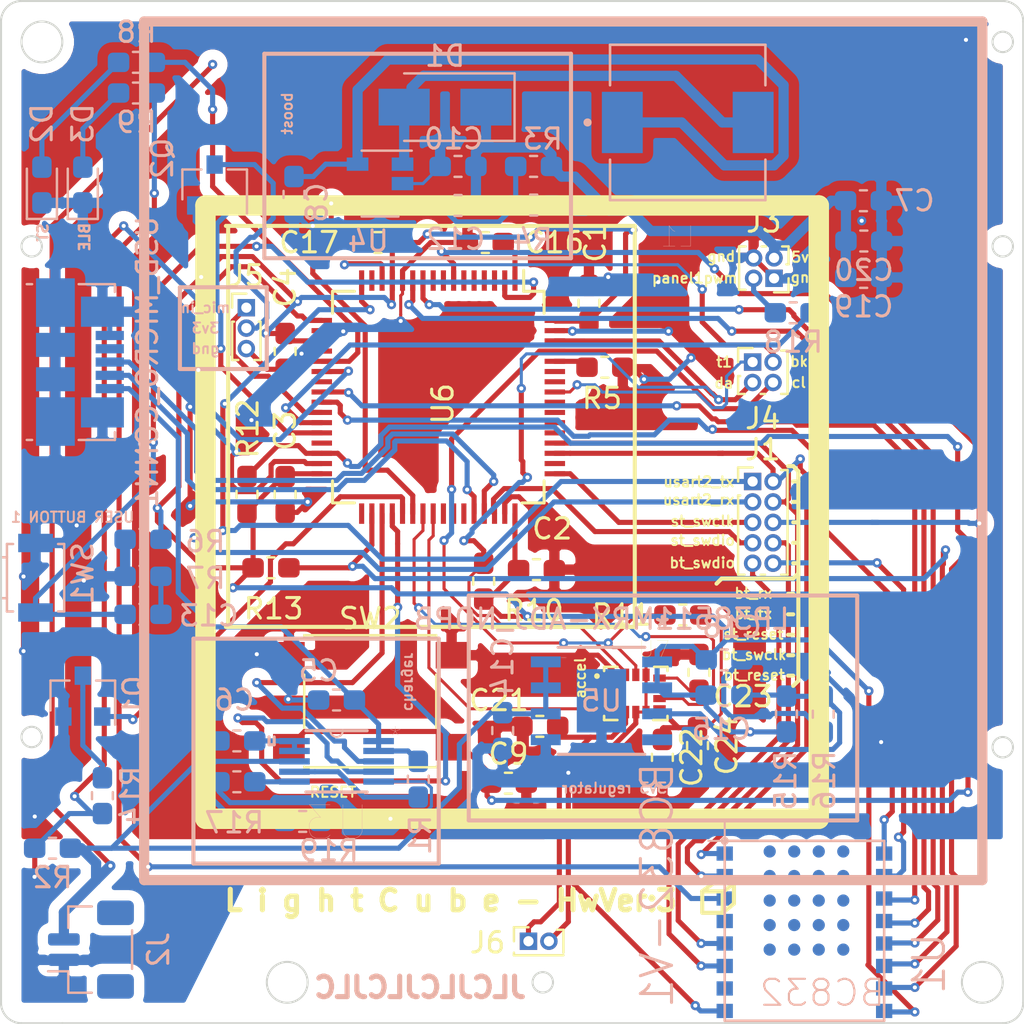
<source format=kicad_pcb>
(kicad_pcb (version 20171130) (host pcbnew 5.1.5+dfsg1-2build2)
  (layers (0 F.Cu signal) (31 B.Cu signal hide) (34 B.Paste user) (35 F.Paste user hide) (36 B.SilkS user) (37 F.SilkS user) (38 B.Mask user) (39 F.Mask user) (44 Edge.Cuts user))
  (net 0 "")
  (net 1 +BATT)
  (net 2 BATT_ADC)
  (net 3 +3V3)
  (net 4 +5V)
  (net 5 VBUS)
  (net 6 ADDR_LED_PANEL_1_PWM)
  (net 7 RESET)
  (net 8 "Net-(C12-Pad2)")
  (net 9 "Net-(C13-Pad2)")
  (net 10 BUTTON1)
  (net 11 "Net-(D1-Pad2)")
  (net 12 "Net-(D2-Pad2)")
  (net 13 "Net-(D3-Pad2)")
  (net 14 USART_2_RX)
  (net 15 USART_2_TX)
  (net 16 BT_RX)
  (net 17 BT_TX)
  (net 18 SWCLK)
  (net 19 SWDIO)
  (net 20 BT_SWCLK)
  (net 21 BT_SWDIO)
  (net 22 BT_RST)
  (net 23 ADDR_LED_BACKUP_PWM)
  (net 24 BATT_ADC_ENABLE)
  (net 25 "Net-(Q1-Pad3)")
  (net 26 "Net-(R1-Pad2)")
  (net 27 "Net-(R5-Pad1)")
  (net 28 GREEN_LED)
  (net 29 BT_RED_LED)
  (net 30 I2C1_SDA)
  (net 31 I2C1_SCL)
  (net 32 I2C2_SDA)
  (net 33 I2C2_SCL)
  (net 34 "Net-(U1-PadP$2)")
  (net 35 "Net-(U1-PadP$5)")
  (net 36 BT_GPIO_3)
  (net 37 BT_GPIO_2)
  (net 38 BT_GPIO_1)
  (net 39 BT_GPIO_0)
  (net 40 "Net-(U1-PadP$A1)")
  (net 41 "Net-(U1-PadP$A2)")
  (net 42 "Net-(U1-PadP$A3)")
  (net 43 "Net-(U1-PadP$A4)")
  (net 44 "Net-(U1-PadP$A5)")
  (net 45 "Net-(U1-PadP$B1)")
  (net 46 "Net-(U1-PadP$B2)")
  (net 47 "Net-(U1-PadP$B3)")
  (net 48 "Net-(U1-PadP$B4)")
  (net 49 "Net-(U1-PadP$B5)")
  (net 50 "Net-(U1-PadP$C1)")
  (net 51 "Net-(U1-PadP$C2)")
  (net 52 "Net-(U1-PadP$C3)")
  (net 53 "Net-(U1-PadP$C4)")
  (net 54 "Net-(U1-PadP$C5)")
  (net 55 "Net-(U1-PadP$D1)")
  (net 56 "Net-(U1-PadP$D2)")
  (net 57 "Net-(U1-PadP$D3)")
  (net 58 "Net-(U1-PadP$D4)")
  (net 59 "Net-(U1-PadP$D5)")
  (net 60 ACCEL_EXTI_1)
  (net 61 ACCEL_EXTI_2)
  (net 62 "Net-(U5-Pad4)")
  (net 63 D-)
  (net 64 D+)
  (net 65 SWO)
  (net 66 "Net-(USB_MICRO_CONN1-Pad4)")
  (net 67 BOOST_ENABLE)
  (net 68 "Net-(C6-Pad2)")
  (net 69 "Net-(R17-Pad2)")
  (net 70 GND)
  (net 71 "Net-(C15-Pad1)")
  (net 72 CHARGER_STAT2)
  (net 73 CHARGER_STAT1)
  (net 74 TEST_GPIO2)
  (net 75 TEST_GPIO1)
  (net 76 TEST_GPIO0)
  (net 77 "Net-(J3-Pad2)")
  (net 78 MIC_IN)
  (net 79 MIC_ENABLE)
  (net 80 MIC_3V3)
  (net 81 "Net-(U6-Pad3)")
  (net 82 "Net-(U6-Pad4)")
  (net 83 "Net-(U6-Pad5)")
  (net 84 "Net-(U6-Pad6)")
  (net 85 "Net-(U6-Pad8)")
  (net 86 "Net-(U6-Pad9)")
  (net 87 "Net-(U6-Pad15)")
  (net 88 "Net-(U6-Pad20)")
  (net 89 "Net-(U6-Pad23)")
  (net 90 "Net-(U6-Pad29)")
  (net 91 "Net-(U6-Pad33)")
  (net 92 "Net-(U6-Pad41)")
  (net 93 "Net-(U6-Pad42)")
  (net 94 "Net-(U6-Pad43)")
  (net 95 "Net-(U6-Pad50)")
  (net 96 "Net-(U6-Pad54)")
  (net 97 "Net-(U6-Pad58)")
  (net 98 "Net-(U6-Pad59)")
  (net 99 "Net-(R19-Pad2)")
  (net 100 "Net-(C23-Pad1)")
  (module Capacitor_SMD:C_0603_1608Metric_Pad1.05x0.95mm_HandSolder (layer B.Cu) (at 131.036404 101.441155)
    (fp_text reference C6 (at -0.125 -2) (layer B.SilkS) (effects (justify mirror)))
    (fp_text value 1uF)
    (pad 1 smd roundrect (at -0.875 0) (size 1.05 0.95) (layers B.Cu B.Paste B.Mask) (net 1 +BATT))
    (pad 2 smd roundrect (at 0.875 0) (size 1.05 0.95) (layers B.Cu B.Paste B.Mask) (net 68 "Net-(C6-Pad2)"))
  )
  (module Capacitor_SMD:C_0603_1608Metric_Pad1.05x0.95mm_HandSolder (layer B.Cu) (at 161.685 75.02)
    (fp_text reference C7 (at 2.5 0) (layer B.SilkS) (effects (justify mirror)))
    (fp_text value 220uF)
    (pad 2 smd roundrect (at 0.875 0) (size 1.05 0.95) (layers B.Cu B.Paste B.Mask) (net 70 GND))
    (pad 1 smd roundrect (at -0.875 0) (size 1.05 0.95) (layers B.Cu B.Paste B.Mask) (net 4 +5V))
  )
  (module Connector_PinHeader_1.00mm:PinHeader_1x03_P1.00mm_Vertical (layer F.Cu) (at 131.5 80.25)
    (fp_text reference J5 (at 0 -1.56) (layer F.SilkS))
    (fp_text value MIC_CONN)
    (pad 1 thru_hole rect (at 0 0) (size 0.85 0.85) (drill 0.5) (layers *.Cu *.Mask) (net 78 MIC_IN))
    (pad 2 thru_hole oval (at 0 1) (size 0.85 0.85) (drill 0.5) (layers *.Cu *.Mask) (net 80 MIC_3V3))
    (pad 3 thru_hole oval (at 0 2) (size 0.85 0.85) (drill 0.5) (layers *.Cu *.Mask) (net 70 GND))
  )
  (module Capacitor_SMD:C_0603_1608Metric_Pad1.05x0.95mm_HandSolder (layer F.Cu) (at 148.259571 80.033695 90)
    (fp_text reference C1 (at 2.970592 0.306588 90) (layer F.SilkS))
    (fp_text value 0.1uF)
    (pad 1 smd roundrect (at -0.875 0 90) (size 1.05 0.95) (layers F.Cu F.Paste F.Mask) (net 3 +3V3))
    (pad 2 smd roundrect (at 0.875 0 90) (size 1.05 0.95) (layers F.Cu F.Paste F.Mask) (net 70 GND))
  )
  (module Capacitor_SMD:C_0603_1608Metric_Pad1.05x0.95mm_HandSolder (layer F.Cu) (at 145.691159 93.063103)
    (fp_text reference C2 (at 0.77 -2) (layer F.SilkS))
    (fp_text value 0.1uF)
    (pad 2 smd roundrect (at 0.875 0) (size 1.05 0.95) (layers F.Cu F.Paste F.Mask) (net 70 GND))
    (pad 1 smd roundrect (at -0.875 0) (size 1.05 0.95) (layers F.Cu F.Paste F.Mask) (net 3 +3V3))
  )
  (module Capacitor_SMD:C_0603_1608Metric_Pad1.05x0.95mm_HandSolder (layer F.Cu) (at 133.399571 89.388695 270)
    (fp_text reference C3 (at -3.125 0 270) (layer F.SilkS))
    (fp_text value 0.1uF)
    (pad 1 smd roundrect (at -0.875 0 270) (size 1.05 0.95) (layers F.Cu F.Paste F.Mask) (net 3 +3V3))
    (pad 2 smd roundrect (at 0.875 0 270) (size 1.05 0.95) (layers F.Cu F.Paste F.Mask) (net 70 GND))
  )
  (module Capacitor_SMD:C_0603_1608Metric_Pad1.05x0.95mm_HandSolder (layer F.Cu) (at 133.399571 82.388695 270)
    (fp_text reference C4 (at -3.125 0 270) (layer F.SilkS))
    (fp_text value 0.1uF)
    (pad 2 smd roundrect (at 0.875 0 270) (size 1.05 0.95) (layers F.Cu F.Paste F.Mask) (net 70 GND))
    (pad 1 smd roundrect (at -0.875 0 270) (size 1.05 0.95) (layers F.Cu F.Paste F.Mask) (net 3 +3V3))
  )
  (module Capacitor_SMD:C_0603_1608Metric_Pad1.05x0.95mm_HandSolder (layer B.Cu) (at 135.911404 99.441155 180)
    (fp_text reference C5 (at 0.875 1.43 180) (layer B.SilkS) (effects (justify mirror)))
    (fp_text value 1uF)
    (pad 1 smd roundrect (at -0.875 0 180) (size 1.05 0.95) (layers B.Cu B.Paste B.Mask) (net 5 VBUS))
    (pad 2 smd roundrect (at 0.875 0 180) (size 1.05 0.95) (layers B.Cu B.Paste B.Mask) (net 70 GND))
  )
  (module Capacitor_SMD:C_0603_1608Metric_Pad1.05x0.95mm_HandSolder (layer B.Cu) (at 133.83 74.71 90)
    (fp_text reference C8 (at -0.4 1.13 90) (layer B.SilkS) (effects (justify mirror)))
    (fp_text value 10uF)
    (pad 1 smd roundrect (at -0.875 0 90) (size 1.05 0.95) (layers B.Cu B.Paste B.Mask) (net 70 GND))
    (pad 2 smd roundrect (at 0.875 0 90) (size 1.05 0.95) (layers B.Cu B.Paste B.Mask) (net 1 +BATT))
  )
  (module Capacitor_SMD:C_0603_1608Metric_Pad1.05x0.95mm_HandSolder (layer F.Cu) (at 144.32 103.51)
    (fp_text reference C9 (at 0 -1.43) (layer F.SilkS))
    (fp_text value 100nF)
    (pad 2 smd roundrect (at 0.875 0) (size 1.05 0.95) (layers F.Cu F.Paste F.Mask) (net 70 GND))
    (pad 1 smd roundrect (at -0.875 0) (size 1.05 0.95) (layers F.Cu F.Paste F.Mask) (net 7 RESET))
  )
  (module Capacitor_SMD:C_0603_1608Metric_Pad1.05x0.95mm_HandSolder (layer B.Cu) (at 141.855 73.34 180)
    (fp_text reference C10 (at 0.205 1.35 180) (layer B.SilkS) (effects (justify mirror)))
    (fp_text value 10uF)
    (pad 2 smd roundrect (at 0.875 0 180) (size 1.05 0.95) (layers B.Cu B.Paste B.Mask) (net 70 GND))
    (pad 1 smd roundrect (at -0.875 0 180) (size 1.05 0.95) (layers B.Cu B.Paste B.Mask) (net 4 +5V))
  )
  (module Capacitor_SMD:C_0603_1608Metric_Pad1.05x0.95mm_HandSolder (layer B.Cu) (at 141.855 75.25 180)
    (fp_text reference C12 (at 0.125 -1.65 180) (layer B.SilkS) (effects (justify mirror)))
    (fp_text value 1nF)
    (pad 1 smd roundrect (at -0.875 0 180) (size 1.05 0.95) (layers B.Cu B.Paste B.Mask) (net 4 +5V))
    (pad 2 smd roundrect (at 0.875 0 180) (size 1.05 0.95) (layers B.Cu B.Paste B.Mask) (net 8 "Net-(C12-Pad2)"))
  )
  (module Capacitor_SMD:C_0603_1608Metric_Pad1.05x0.95mm_HandSolder (layer B.Cu) (at 126.445 95.25)
    (fp_text reference C13 (at 3.215 0.07) (layer B.SilkS) (effects (justify mirror)))
    (fp_text value 100nF)
    (pad 2 smd roundrect (at 0.875 0) (size 1.05 0.95) (layers B.Cu B.Paste B.Mask) (net 9 "Net-(C13-Pad2)"))
    (pad 1 smd roundrect (at -0.875 0) (size 1.05 0.95) (layers B.Cu B.Paste B.Mask) (net 10 BUTTON1))
  )
  (module Capacitor_SMD:C_0603_1608Metric_Pad1.05x0.95mm_HandSolder (layer B.Cu) (at 144.04 100.935 270)
    (fp_text reference C14 (at -3.125 0 270) (layer B.SilkS) (effects (justify mirror)))
    (fp_text value 10uF)
    (pad 1 smd roundrect (at -0.875 0 270) (size 1.05 0.95) (layers B.Cu B.Paste B.Mask) (net 1 +BATT))
    (pad 2 smd roundrect (at 0.875 0 270) (size 1.05 0.95) (layers B.Cu B.Paste B.Mask) (net 70 GND))
  )
  (module Capacitor_SMD:C_0603_1608Metric_Pad1.05x0.95mm_HandSolder (layer B.Cu) (at 154.865 99.2 180)
    (fp_text reference C15 (at 0.125 -1.67 180) (layer B.SilkS) (effects (justify mirror)))
    (fp_text value 2700pF)
    (pad 2 smd roundrect (at 0.875 0 180) (size 1.05 0.95) (layers B.Cu B.Paste B.Mask) (net 3 +3V3))
    (pad 1 smd roundrect (at -0.875 0 180) (size 1.05 0.95) (layers B.Cu B.Paste B.Mask) (net 71 "Net-(C15-Pad1)"))
  )
  (module Capacitor_SMD:C_0603_1608Metric_Pad1.05x0.95mm_HandSolder (layer F.Cu) (at 143.191159 77.063103 180)
    (fp_text reference C16 (at -3.375 0 180) (layer F.SilkS))
    (fp_text value 0.1uF)
    (pad 1 smd roundrect (at -0.875 0 180) (size 1.05 0.95) (layers F.Cu F.Paste F.Mask) (net 3 +3V3))
    (pad 2 smd roundrect (at 0.875 0 180) (size 1.05 0.95) (layers F.Cu F.Paste F.Mask) (net 70 GND))
  )
  (module Capacitor_SMD:C_0603_1608Metric_Pad1.05x0.95mm_HandSolder (layer F.Cu) (at 137.941159 77.063103 180)
    (fp_text reference C17 (at 3.375 0) (layer F.SilkS))
    (fp_text value 0.1uF)
    (pad 2 smd roundrect (at 0.875 0 180) (size 1.05 0.95) (layers F.Cu F.Paste F.Mask) (net 70 GND))
    (pad 1 smd roundrect (at -0.875 0 180) (size 1.05 0.95) (layers F.Cu F.Paste F.Mask) (net 3 +3V3))
  )
  (module Capacitor_SMD:C_0603_1608Metric_Pad1.05x0.95mm_HandSolder (layer B.Cu) (at 154.87 97.48 180)
    (fp_text reference C18 (at -0.38 1.6 180) (layer B.SilkS) (effects (justify mirror)))
    (fp_text value 10uF)
    (pad 1 smd roundrect (at -0.875 0 180) (size 1.05 0.95) (layers B.Cu B.Paste B.Mask) (net 70 GND))
    (pad 2 smd roundrect (at 0.875 0 180) (size 1.05 0.95) (layers B.Cu B.Paste B.Mask) (net 3 +3V3))
  )
  (module LED_SMD:LED_0603_1608Metric_Pad1.05x0.95mm_HandSolder (layer B.Cu) (at 121.5 74.25 90)
    (fp_text reference D2 (at 3 0 90) (layer B.SilkS) (effects (justify mirror)))
    (fp_text value "GREEN LED")
    (pad 1 smd roundrect (at -0.875 0 90) (size 1.05 0.95) (layers B.Cu B.Paste B.Mask) (net 70 GND))
    (pad 2 smd roundrect (at 0.875 0 90) (size 1.05 0.95) (layers B.Cu B.Paste B.Mask) (net 12 "Net-(D2-Pad2)"))
  )
  (module LED_SMD:LED_0603_1608Metric_Pad1.05x0.95mm_HandSolder (layer B.Cu) (at 123.5 74.25 90)
    (fp_text reference D3 (at 3 0 90) (layer B.SilkS) (effects (justify mirror)))
    (fp_text value "RED LED")
    (pad 2 smd roundrect (at 0.875 0 90) (size 1.05 0.95) (layers B.Cu B.Paste B.Mask) (net 13 "Net-(D3-Pad2)"))
    (pad 1 smd roundrect (at -0.875 0 90) (size 1.05 0.95) (layers B.Cu B.Paste B.Mask) (net 70 GND))
  )
  (module Connector_PinHeader_1.00mm:PinHeader_2x05_P1.00mm_Vertical (layer F.Cu) (at 156.264 88.752)
    (fp_text reference J1 (at 0.5 -1.56) (layer F.SilkS))
    (fp_text value CONNECTORS)
    (pad 10 thru_hole oval (at 1 4) (size 0.85 0.85) (drill 0.5) (layers *.Cu *.Mask) (net 22 BT_RST))
    (pad 9 thru_hole oval (at 0 4) (size 0.85 0.85) (drill 0.5) (layers *.Cu *.Mask) (net 21 BT_SWDIO))
    (pad 8 thru_hole oval (at 1 3) (size 0.85 0.85) (drill 0.5) (layers *.Cu *.Mask) (net 20 BT_SWCLK))
    (pad 7 thru_hole oval (at 0 3) (size 0.85 0.85) (drill 0.5) (layers *.Cu *.Mask) (net 19 SWDIO))
    (pad 6 thru_hole oval (at 1 2) (size 0.85 0.85) (drill 0.5) (layers *.Cu *.Mask) (net 7 RESET))
    (pad 5 thru_hole oval (at 0 2) (size 0.85 0.85) (drill 0.5) (layers *.Cu *.Mask) (net 18 SWCLK))
    (pad 4 thru_hole oval (at 1 1) (size 0.85 0.85) (drill 0.5) (layers *.Cu *.Mask) (net 17 BT_TX))
    (pad 3 thru_hole oval (at 0 1) (size 0.85 0.85) (drill 0.5) (layers *.Cu *.Mask) (net 14 USART_2_RX))
    (pad 2 thru_hole oval (at 1 0) (size 0.85 0.85) (drill 0.5) (layers *.Cu *.Mask) (net 16 BT_RX))
    (pad 1 thru_hole rect (at 0 0) (size 0.85 0.85) (drill 0.5) (layers *.Cu *.Mask) (net 15 USART_2_TX))
  )
  (module Connector_PinHeader_1.00mm:PinHeader_2x02_P1.00mm_Vertical (layer F.Cu) (at 157.31274 78.814132 180)
    (fp_text reference J3 (at 0.5 2.76 180) (layer F.SilkS))
    (fp_text value ADDR_LED_PANEL_1_CONNECTORS)
    (pad 1 thru_hole rect (at 0 0 180) (size 0.85 0.85) (drill 0.5) (layers *.Cu *.Mask) (net 70 GND))
    (pad 2 thru_hole oval (at 1 0 180) (size 0.85 0.85) (drill 0.5) (layers *.Cu *.Mask) (net 77 "Net-(J3-Pad2)"))
    (pad 3 thru_hole oval (at 0 1 180) (size 0.85 0.85) (drill 0.5) (layers *.Cu *.Mask) (net 4 +5V))
    (pad 4 thru_hole oval (at 1 1 180) (size 0.85 0.85) (drill 0.5) (layers *.Cu *.Mask) (net 70 GND))
  )
  (module Connector_PinHeader_1.00mm:PinHeader_2x02_P1.00mm_Vertical (layer F.Cu) (at 156.264 82.91)
    (fp_text reference J4 (at 0.5 2.76) (layer F.SilkS))
    (fp_text value ADDR_LED_PANEL_2_CONNECTORS)
    (pad 4 thru_hole oval (at 1 1) (size 0.85 0.85) (drill 0.5) (layers *.Cu *.Mask) (net 31 I2C1_SCL))
    (pad 3 thru_hole oval (at 0 1) (size 0.85 0.85) (drill 0.5) (layers *.Cu *.Mask) (net 30 I2C1_SDA))
    (pad 2 thru_hole oval (at 1 0) (size 0.85 0.85) (drill 0.5) (layers *.Cu *.Mask) (net 23 ADDR_LED_BACKUP_PWM))
    (pad 1 thru_hole rect (at 0 0) (size 0.85 0.85) (drill 0.5) (layers *.Cu *.Mask) (net 75 TEST_GPIO1))
  )
  (module Package_TO_SOT_SMD:SOT-23 (layer B.Cu) (at 123.5 99.25 90)
    (fp_text reference Q1 (at 0 2.5 90) (layer B.SilkS) (effects (justify mirror)))
    (fp_text value MMBF170)
    (pad 1 smd rect (at -1 0.95 90) (size 0.9 0.8) (layers B.Cu B.Paste B.Mask) (net 24 BATT_ADC_ENABLE))
    (pad 2 smd rect (at -1 -0.95 90) (size 0.9 0.8) (layers B.Cu B.Paste B.Mask) (net 70 GND))
    (pad 3 smd rect (at 1 0 90) (size 0.9 0.8) (layers B.Cu B.Paste B.Mask) (net 25 "Net-(Q1-Pad3)"))
  )
  (module Resistor_SMD:R_0603_1608Metric_Pad1.05x0.95mm_HandSolder (layer B.Cu) (at 139.911404 103.316155 270)
    (fp_text reference R1 (at 2.73 -0.1 270) (layer B.SilkS) (effects (justify mirror)))
    (fp_text value 1k)
    (pad 1 smd roundrect (at -0.875 0 270) (size 1.05 0.95) (layers B.Cu B.Paste B.Mask) (net 5 VBUS))
    (pad 2 smd roundrect (at 0.875 0 270) (size 1.05 0.95) (layers B.Cu B.Paste B.Mask) (net 26 "Net-(R1-Pad2)"))
  )
  (module Resistor_SMD:R_0603_1608Metric_Pad1.05x0.95mm_HandSolder (layer B.Cu) (at 122.02 106.69)
    (fp_text reference R2 (at 0 1.43) (layer B.SilkS) (effects (justify mirror)))
    (fp_text value 1k)
    (pad 1 smd roundrect (at -0.875 0) (size 1.05 0.95) (layers B.Cu B.Paste B.Mask) (net 2 BATT_ADC))
    (pad 2 smd roundrect (at 0.875 0) (size 1.05 0.95) (layers B.Cu B.Paste B.Mask) (net 1 +BATT))
  )
  (module Resistor_SMD:R_0603_1608Metric_Pad1.05x0.95mm_HandSolder (layer B.Cu) (at 145.55 73.34 180)
    (fp_text reference R3 (at -0.45 1.34 180) (layer B.SilkS) (effects (justify mirror)))
    (fp_text value 30.1k)
    (pad 2 smd roundrect (at 0.875 0 180) (size 1.05 0.95) (layers B.Cu B.Paste B.Mask) (net 8 "Net-(C12-Pad2)"))
    (pad 1 smd roundrect (at -0.875 0 180) (size 1.05 0.95) (layers B.Cu B.Paste B.Mask) (net 4 +5V))
  )
  (module Resistor_SMD:R_0603_1608Metric_Pad1.05x0.95mm_HandSolder (layer B.Cu) (at 145.555 75.23)
    (fp_text reference R4 (at -0.055 1.69) (layer B.SilkS) (effects (justify mirror)))
    (fp_text value 10k)
    (pad 2 smd roundrect (at 0.875 0) (size 1.05 0.95) (layers B.Cu B.Paste B.Mask) (net 70 GND))
    (pad 1 smd roundrect (at -0.875 0) (size 1.05 0.95) (layers B.Cu B.Paste B.Mask) (net 8 "Net-(C12-Pad2)"))
  )
  (module Resistor_SMD:R_0603_1608Metric_Pad1.05x0.95mm_HandSolder (layer F.Cu) (at 149.039 83.164)
    (fp_text reference R5 (at -0.141 1.524) (layer F.SilkS))
    (fp_text value 10K)
    (pad 2 smd roundrect (at 0.875 0) (size 1.05 0.95) (layers F.Cu F.Paste F.Mask) (net 70 GND))
    (pad 1 smd roundrect (at -0.875 0) (size 1.05 0.95) (layers F.Cu F.Paste F.Mask) (net 27 "Net-(R5-Pad1)"))
  )
  (module Resistor_SMD:R_0603_1608Metric_Pad1.05x0.95mm_HandSolder (layer B.Cu) (at 126.445 91.58 180)
    (fp_text reference R6 (at -3.045 -0.11 180) (layer B.SilkS) (effects (justify mirror)))
    (fp_text value 4.7k)
    (pad 2 smd roundrect (at 0.875 0 180) (size 1.05 0.95) (layers B.Cu B.Paste B.Mask) (net 70 GND))
    (pad 1 smd roundrect (at -0.875 0 180) (size 1.05 0.95) (layers B.Cu B.Paste B.Mask) (net 3 +3V3))
  )
  (module Resistor_SMD:R_0603_1608Metric_Pad1.05x0.95mm_HandSolder (layer B.Cu) (at 126.445 93.39)
    (fp_text reference R7 (at 3.055 0.1) (layer B.SilkS) (effects (justify mirror)))
    (fp_text value 100)
    (pad 1 smd roundrect (at -0.875 0) (size 1.05 0.95) (layers B.Cu B.Paste B.Mask) (net 70 GND))
    (pad 2 smd roundrect (at 0.875 0) (size 1.05 0.95) (layers B.Cu B.Paste B.Mask) (net 9 "Net-(C13-Pad2)"))
  )
  (module Resistor_SMD:R_0603_1608Metric_Pad1.05x0.95mm_HandSolder (layer B.Cu) (at 126.125 68.25)
    (fp_text reference R8 (at 0 -1.48) (layer B.SilkS) (effects (justify mirror)))
    (fp_text value 510)
    (pad 1 smd roundrect (at -0.875 0) (size 1.05 0.95) (layers B.Cu B.Paste B.Mask) (net 12 "Net-(D2-Pad2)"))
    (pad 2 smd roundrect (at 0.875 0) (size 1.05 0.95) (layers B.Cu B.Paste B.Mask) (net 28 GREEN_LED))
  )
  (module Resistor_SMD:R_0603_1608Metric_Pad1.05x0.95mm_HandSolder (layer B.Cu) (at 126.125 69.75)
    (fp_text reference R9 (at 0 1.43) (layer B.SilkS) (effects (justify mirror)))
    (fp_text value 510)
    (pad 2 smd roundrect (at 0.875 0) (size 1.05 0.95) (layers B.Cu B.Paste B.Mask) (net 29 BT_RED_LED))
    (pad 1 smd roundrect (at -0.875 0) (size 1.05 0.95) (layers B.Cu B.Paste B.Mask) (net 13 "Net-(D3-Pad2)"))
  )
  (module Resistor_SMD:R_0603_1608Metric_Pad1.05x0.95mm_HandSolder (layer F.Cu) (at 143.109571 93.628695 90)
    (fp_text reference R10 (at -1.434408 2.456588) (layer F.SilkS))
    (fp_text value 4.7k)
    (pad 1 smd roundrect (at -0.875 0 90) (size 1.05 0.95) (layers F.Cu F.Paste F.Mask) (net 3 +3V3))
    (pad 2 smd roundrect (at 0.875 0 90) (size 1.05 0.95) (layers F.Cu F.Paste F.Mask) (net 30 I2C1_SDA))
  )
  (module Resistor_SMD:R_0603_1608Metric_Pad1.05x0.95mm_HandSolder (layer F.Cu) (at 131.531626 89.382166 90)
    (fp_text reference R12 (at 3.218471 0.037945 90) (layer F.SilkS))
    (fp_text value 4.7k)
    (pad 1 smd roundrect (at -0.875 0 90) (size 1.05 0.95) (layers F.Cu F.Paste F.Mask) (net 3 +3V3))
    (pad 2 smd roundrect (at 0.875 0 90) (size 1.05 0.95) (layers F.Cu F.Paste F.Mask) (net 32 I2C2_SDA))
  )
  (module Resistor_SMD:R_0603_1608Metric_Pad1.05x0.95mm_HandSolder (layer F.Cu) (at 132.704571 92.973695)
    (fp_text reference R13 (at 0.125 2) (layer F.SilkS))
    (fp_text value 4.7k)
    (pad 1 smd roundrect (at -0.875 0) (size 1.05 0.95) (layers F.Cu F.Paste F.Mask) (net 3 +3V3))
    (pad 2 smd roundrect (at 0.875 0) (size 1.05 0.95) (layers F.Cu F.Paste F.Mask) (net 33 I2C2_SCL))
  )
  (module Resistor_SMD:R_0603_1608Metric_Pad1.05x0.95mm_HandSolder (layer B.Cu) (at 124.46 104.12 90)
    (fp_text reference R14 (at 0 1.43 90) (layer B.SilkS) (effects (justify mirror)))
    (fp_text value 1k)
    (pad 2 smd roundrect (at 0.875 0 90) (size 1.05 0.95) (layers B.Cu B.Paste B.Mask) (net 25 "Net-(Q1-Pad3)"))
    (pad 1 smd roundrect (at -0.875 0 90) (size 1.05 0.95) (layers B.Cu B.Paste B.Mask) (net 2 BATT_ADC))
  )
  (module Resistor_SMD:R_0603_1608Metric_Pad1.05x0.95mm_HandSolder (layer B.Cu) (at 157.92 100.125 270)
    (fp_text reference R15 (at 3.255 0.04 270) (layer B.SilkS) (effects (justify mirror)))
    (fp_text value 2k)
    (pad 1 smd roundrect (at -0.875 0 270) (size 1.05 0.95) (layers B.Cu B.Paste B.Mask) (net 71 "Net-(C15-Pad1)"))
    (pad 2 smd roundrect (at 0.875 0 270) (size 1.05 0.95) (layers B.Cu B.Paste B.Mask) (net 3 +3V3))
  )
  (module Resistor_SMD:R_0603_1608Metric_Pad1.05x0.95mm_HandSolder (layer B.Cu) (at 159.72 100.135 90)
    (fp_text reference R16 (at -3.235 0.06 90) (layer B.SilkS) (effects (justify mirror)))
    (fp_text value 357)
    (pad 2 smd roundrect (at 0.875 0 90) (size 1.05 0.95) (layers B.Cu B.Paste B.Mask) (net 71 "Net-(C15-Pad1)"))
    (pad 1 smd roundrect (at -0.875 0 90) (size 1.05 0.95) (layers B.Cu B.Paste B.Mask) (net 70 GND))
  )
  (module Resistor_SMD:R_0603_1608Metric_Pad1.05x0.95mm_HandSolder (layer B.Cu) (at 131.036404 103.441155)
    (fp_text reference R17 (at -0.125 2) (layer B.SilkS) (effects (justify mirror)))
    (fp_text value 1k)
    (pad 2 smd roundrect (at 0.875 0) (size 1.05 0.95) (layers B.Cu B.Paste B.Mask) (net 69 "Net-(R17-Pad2)"))
    (pad 1 smd roundrect (at -0.875 0) (size 1.05 0.95) (layers B.Cu B.Paste B.Mask) (net 70 GND))
  )
  (module Button_Switch_SMD:SW_SPST_B3U-3000P (layer B.Cu) (at 121.19 93.46 270)
    (fp_text reference SW1 (at -0.21 -2.31 270) (layer B.SilkS) (effects (justify mirror)))
    (fp_text value ST_USER_BUTTON1)
    (pad 1 smd rect (at -1.7 0 270) (size 0.9 1.7) (layers B.Cu B.Paste B.Mask) (net 70 GND))
    (pad 2 smd rect (at 1.7 0 270) (size 0.9 1.7) (layers B.Cu B.Paste B.Mask) (net 10 BUTTON1))
  )
  (module Fanstel_modules:BC832-BC832_3d1 (layer B.Cu) (at 154.90006 106.33154)
    (fp_text reference U1 (at 10 6 90) (layer B.SilkS) (effects (font (size 1.524 1.524)) (justify mirror)))
    (fp_text value BC832-V1 (at -3.30006 2.16846 -90) (layer B.SilkS) (effects (font (size 1.524 1.524)) (justify mirror)))
    (fp_text user BC832 (at 4.77266 7.43458) (layer B.SilkS) (effects (font (size 1.27 1.27) (thickness 0.1016)) (justify mirror)))
    (pad P$D5 smd circle (at 5.79882 0.51816 180) (size 0.59944 0.59944) (layers B.Cu B.Paste B.Mask) (net 59 "Net-(U1-PadP$D5)"))
    (pad P$D4 smd circle (at 5.79882 1.71704 180) (size 0.59944 0.59944) (layers B.Cu B.Paste B.Mask) (net 58 "Net-(U1-PadP$D4)"))
    (pad P$D3 smd circle (at 5.79882 2.91846 180) (size 0.59944 0.59944) (layers B.Cu B.Paste B.Mask) (net 57 "Net-(U1-PadP$D3)"))
    (pad P$D2 smd circle (at 5.79882 4.11734 180) (size 0.59944 0.59944) (layers B.Cu B.Paste B.Mask) (net 56 "Net-(U1-PadP$D2)"))
    (pad P$D1 smd circle (at 5.79882 5.31876 180) (size 0.59944 0.59944) (layers B.Cu B.Paste B.Mask) (net 55 "Net-(U1-PadP$D1)"))
    (pad P$C5 smd circle (at 4.59994 0.51816 180) (size 0.59944 0.59944) (layers B.Cu B.Paste B.Mask) (net 54 "Net-(U1-PadP$C5)"))
    (pad P$C4 smd circle (at 4.59994 1.71704 180) (size 0.59944 0.59944) (layers B.Cu B.Paste B.Mask) (net 53 "Net-(U1-PadP$C4)"))
    (pad P$C3 smd circle (at 4.59994 2.91846 180) (size 0.59944 0.59944) (layers B.Cu B.Paste B.Mask) (net 52 "Net-(U1-PadP$C3)"))
    (pad P$C2 smd circle (at 4.59994 4.11734 180) (size 0.59944 0.59944) (layers B.Cu B.Paste B.Mask) (net 51 "Net-(U1-PadP$C2)"))
    (pad P$C1 smd circle (at 4.59994 5.31876 180) (size 0.59944 0.59944) (layers B.Cu B.Paste B.Mask) (net 50 "Net-(U1-PadP$C1)"))
    (pad P$B5 smd circle (at 3.39852 0.51816 180) (size 0.59944 0.59944) (layers B.Cu B.Paste B.Mask) (net 49 "Net-(U1-PadP$B5)"))
    (pad P$B4 smd circle (at 3.39852 1.71704 180) (size 0.59944 0.59944) (layers B.Cu B.Paste B.Mask) (net 48 "Net-(U1-PadP$B4)"))
    (pad P$B3 smd circle (at 3.39852 2.91846 180) (size 0.59944 0.59944) (layers B.Cu B.Paste B.Mask) (net 47 "Net-(U1-PadP$B3)"))
    (pad P$B2 smd circle (at 3.39852 4.11734 180) (size 0.59944 0.59944) (layers B.Cu B.Paste B.Mask) (net 46 "Net-(U1-PadP$B2)"))
    (pad P$B1 smd circle (at 3.39852 5.31876 180) (size 0.59944 0.59944) (layers B.Cu B.Paste B.Mask) (net 45 "Net-(U1-PadP$B1)"))
    (pad P$A5 smd circle (at 2.19964 0.51816) (size 0.59944 0.59944) (layers B.Cu B.Paste B.Mask) (net 44 "Net-(U1-PadP$A5)"))
    (pad P$A4 smd circle (at 2.19964 1.71704 180) (size 0.59944 0.59944) (layers B.Cu B.Paste B.Mask) (net 43 "Net-(U1-PadP$A4)"))
    (pad P$A3 smd circle (at 2.19964 2.91846 180) (size 0.59944 0.59944) (layers B.Cu B.Paste B.Mask) (net 42 "Net-(U1-PadP$A3)"))
    (pad P$A2 smd circle (at 2.19964 4.11734 180) (size 0.59944 0.59944) (layers B.Cu B.Paste B.Mask) (net 41 "Net-(U1-PadP$A2)"))
    (pad P$A1 smd circle (at 2.19964 5.31876 180) (size 0.59944 0.59944) (layers B.Cu B.Paste B.Mask) (net 40 "Net-(U1-PadP$A1)"))
    (pad P$16 smd rect (at 7.7978 8.3185) (size 0.79756 0.6985) (layers B.Cu B.Paste B.Mask) (net 3 +3V3))
    (pad P$15 smd rect (at 7.7978 7.21868) (size 0.79756 0.6985) (layers B.Cu B.Paste B.Mask) (net 32 I2C2_SDA))
    (pad P$14 smd rect (at 7.7978 6.11886) (size 0.79756 0.6985) (layers B.Cu B.Paste B.Mask) (net 33 I2C2_SCL))
    (pad P$13 smd rect (at 7.7978 5.01904) (size 0.79756 0.6985) (layers B.Cu B.Paste B.Mask) (net 39 BT_GPIO_0))
    (pad P$12 smd rect (at 7.7978 3.91922) (size 0.79756 0.6985) (layers B.Cu B.Paste B.Mask) (net 38 BT_GPIO_1))
    (pad P$11 smd rect (at 7.7978 2.8194) (size 0.79756 0.6985) (layers B.Cu B.Paste B.Mask) (net 37 BT_GPIO_2))
    (pad P$10 smd rect (at 7.7978 1.71958) (size 0.79756 0.6985) (layers B.Cu B.Paste B.Mask) (net 22 BT_RST))
    (pad P$9 smd rect (at 7.7978 0.61976) (size 0.79756 0.6985) (layers B.Cu B.Paste B.Mask) (net 36 BT_GPIO_3))
    (pad P$8 smd rect (at 0 0.61976) (size 0.79756 0.6985) (layers B.Cu B.Paste B.Mask) (net 16 BT_RX))
    (pad P$7 smd rect (at 0 1.71958) (size 0.79756 0.6985) (layers B.Cu B.Paste B.Mask) (net 17 BT_TX))
    (pad P$6 smd rect (at 0 2.8194) (size 0.79756 0.6985) (layers B.Cu B.Paste B.Mask) (net 29 BT_RED_LED))
    (pad P$5 smd rect (at 0 3.91922) (size 0.79756 0.6985) (layers B.Cu B.Paste B.Mask) (net 35 "Net-(U1-PadP$5)"))
    (pad P$4 smd rect (at 0 5.01904) (size 0.79756 0.6985) (layers B.Cu B.Paste B.Mask) (net 20 BT_SWCLK))
    (pad P$3 smd rect (at 0 6.11886) (size 0.79756 0.6985) (layers B.Cu B.Paste B.Mask) (net 21 BT_SWDIO))
    (pad P$2 smd rect (at 0 7.21868) (size 0.79756 0.6985) (layers B.Cu B.Paste B.Mask) (net 34 "Net-(U1-PadP$2)"))
    (pad P$1 smd rect (at 0 8.3185 180) (size 0.79756 0.6985) (layers B.Cu B.Paste B.Mask) (net 70 GND))
  )
  (module footprints:MCP73833T-FCIUN-SMD (layer B.Cu) (at 135.911404 102.441155 180)
    (fp_text reference U3 (at 0 -3 180) (layer B.SilkS) (effects (font (size 1.640866 1.640866) (thickness 0.015)) (justify mirror)))
    (fp_text value MCP73833T-FCI_UN)
    (fp_text user * (at -2.87383 1.16988 180) (layer B.SilkS) (effects (font (size 1.00126 1.00126) (thickness 0.015)) (justify mirror)))
    (pad 10 smd rect (at 2.0574 0.9906 180) (size 1.4986 0.3048) (layers B.Cu B.Paste B.Mask) (net 68 "Net-(C6-Pad2)"))
    (pad 9 smd rect (at 2.0574 0.508 180) (size 1.4986 0.3048) (layers B.Cu B.Paste B.Mask) (net 68 "Net-(C6-Pad2)"))
    (pad 8 smd rect (at 2.0574 0 180) (size 1.4986 0.3048) (layers B.Cu B.Paste B.Mask) (net 99 "Net-(R19-Pad2)"))
    (pad 7 smd rect (at 2.0574 -0.508 180) (size 1.4986 0.3048) (layers B.Cu B.Paste B.Mask) (net 26 "Net-(R1-Pad2)"))
    (pad 6 smd rect (at 2.0574 -0.9906 180) (size 1.4986 0.3048) (layers B.Cu B.Paste B.Mask) (net 69 "Net-(R17-Pad2)"))
    (pad 5 smd rect (at -2.0574 -0.9906 180) (size 1.4986 0.3048) (layers B.Cu B.Paste B.Mask) (net 70 GND))
    (pad 4 smd rect (at -2.0574 -0.508 180) (size 1.4986 0.3048) (layers B.Cu B.Paste B.Mask) (net 72 CHARGER_STAT2))
    (pad 3 smd rect (at -2.0574 0 180) (size 1.4986 0.3048) (layers B.Cu B.Paste B.Mask) (net 73 CHARGER_STAT1))
    (pad 2 smd rect (at -2.0574 0.508 180) (size 1.4986 0.3048) (layers B.Cu B.Paste B.Mask) (net 5 VBUS))
    (pad 1 smd rect (at -2.0574 0.9906 180) (size 1.4986 0.3048) (layers B.Cu B.Paste B.Mask) (net 5 VBUS))
  )
  (module Package_TO_SOT_SMD:SOT-23-5 (layer B.Cu) (at 138.04 74.18 180)
    (fp_text reference U4 (at 0.58 -2.81 180) (layer B.SilkS) (effects (justify mirror)))
    (fp_text value LMR62421XMF)
    (pad 5 smd rect (at 1.1 0.95 180) (size 1.06 0.65) (layers B.Cu B.Paste B.Mask) (net 1 +BATT))
    (pad 4 smd rect (at 1.1 -0.95 180) (size 1.06 0.65) (layers B.Cu B.Paste B.Mask) (net 67 BOOST_ENABLE))
    (pad 3 smd rect (at -1.1 -0.95 180) (size 1.06 0.65) (layers B.Cu B.Paste B.Mask) (net 8 "Net-(C12-Pad2)"))
    (pad 2 smd rect (at -1.1 0 180) (size 1.06 0.65) (layers B.Cu B.Paste B.Mask) (net 70 GND))
    (pad 1 smd rect (at -1.1 0.95 180) (size 1.06 0.65) (layers B.Cu B.Paste B.Mask) (net 11 "Net-(D1-Pad2)"))
  )
  (module footprints:LP38511MRX-ADJ_NOPB (layer B.Cu) (at 148.87 99.48 180)
    (fp_text reference U5 (at 0 0 180) (layer B.SilkS) (effects (justify mirror)))
    (fp_text value LP38511MRX-ADJ_NOPB (at 0 4) (layer B.SilkS) (effects (justify mirror)))
    (fp_text user * (at -2.97815 3.5814 180) (layer B.SilkS) (effects (justify mirror)))
    (fp_text user * (at -2.97815 3.5814 180) (layer B.SilkS) (effects (justify mirror)))
    (pad 9 smd rect (at 0 0 180) (size 2.413 3.0988) (layers B.Cu B.Paste B.Mask) (net 70 GND))
    (pad 8 smd rect (at 2.72415 1.905 180) (size 1.4605 0.5334) (layers B.Cu B.Paste B.Mask) (net 1 +BATT))
    (pad 7 smd rect (at 2.72415 0.635 180) (size 1.4605 0.5334) (layers B.Cu B.Paste B.Mask) (net 1 +BATT))
    (pad 6 smd rect (at 2.72415 -0.635 180) (size 1.4605 0.5334) (layers B.Cu B.Paste B.Mask) (net 1 +BATT))
    (pad 5 smd rect (at 2.72415 -1.905 180) (size 1.4605 0.5334) (layers B.Cu B.Paste B.Mask) (net 70 GND))
    (pad 4 smd rect (at -2.72415 -1.905 180) (size 1.4605 0.5334) (layers B.Cu B.Paste B.Mask) (net 62 "Net-(U5-Pad4)"))
    (pad 3 smd rect (at -2.72415 -0.635 180) (size 1.4605 0.5334) (layers B.Cu B.Paste B.Mask) (net 71 "Net-(C15-Pad1)"))
    (pad 2 smd rect (at -2.72415 0.635 180) (size 1.4605 0.5334) (layers B.Cu B.Paste B.Mask) (net 3 +3V3))
    (pad 1 smd rect (at -2.72415 1.905 180) (size 1.4605 0.5334) (layers B.Cu B.Paste B.Mask) (net 3 +3V3))
  )
  (module Connector_USB:USB_Micro-B_Molex_47346-0001 (layer B.Cu) (at 123.36 82.91 90)
    (fp_text reference USB_MICRO_CONN1 (at 0 3.3 -90) (layer B.SilkS) (effects (justify mirror)))
    (fp_text value USB_OTG)
    (pad 1 smd rect (at -1.3 1.46 90) (size 0.45 1.38) (layers B.Cu B.Paste B.Mask) (net 5 VBUS))
    (pad 2 smd rect (at -0.65 1.46 90) (size 0.45 1.38) (layers B.Cu B.Paste B.Mask) (net 63 D-))
    (pad 3 smd rect (at 0 1.46 90) (size 0.45 1.38) (layers B.Cu B.Paste B.Mask) (net 64 D+))
    (pad 4 smd rect (at 0.65 1.46 90) (size 0.45 1.38) (layers B.Cu B.Paste B.Mask) (net 66 "Net-(USB_MICRO_CONN1-Pad4)"))
    (pad 5 smd rect (at 1.3 1.46 90) (size 0.45 1.38) (layers B.Cu B.Paste B.Mask) (net 70 GND))
    (pad 6 smd rect (at -2.4625 1.1 90) (size 1.475 2.1) (layers B.Cu B.Paste B.Mask) (net 70 GND))
    (pad 6 smd rect (at 2.4625 1.1 90) (size 1.475 2.1) (layers B.Cu B.Paste B.Mask) (net 70 GND))
    (pad 6 smd rect (at -2.91 -1.2 90) (size 2.375 1.9) (layers B.Cu B.Paste B.Mask) (net 70 GND))
    (pad 6 smd rect (at 2.91 -1.2 90) (size 2.375 1.9) (layers B.Cu B.Paste B.Mask) (net 70 GND))
    (pad 6 smd rect (at -0.84 -1.2 90) (size 1.175 1.9) (layers B.Cu B.Paste B.Mask) (net 70 GND))
    (pad 6 smd rect (at 0.84 -1.2 90) (size 1.175 1.9) (layers B.Cu B.Paste B.Mask) (net 70 GND))
  )
  (module Resistor_SMD:R_0603_1608Metric_Pad1.05x0.95mm_HandSolder (layer B.Cu) (at 158.25 80.5)
    (fp_text reference R18 (at 0 1.43) (layer B.SilkS) (effects (justify mirror)))
    (fp_text value 300)
    (pad 1 smd roundrect (at -0.875 0) (size 1.05 0.95) (layers B.Cu B.Paste B.Mask) (net 77 "Net-(J3-Pad2)"))
    (pad 2 smd roundrect (at 0.875 0) (size 1.05 0.95) (layers B.Cu B.Paste B.Mask) (net 6 ADDR_LED_PANEL_1_PWM))
  )
  (module Package_TO_SOT_SMD:SOT-23 (layer B.Cu) (at 129.95 74.25 90)
    (fp_text reference Q2 (at 1.3 -2.56 90) (layer B.SilkS) (effects (justify mirror)))
    (fp_text value BSS83P)
    (pad 1 smd rect (at -1 0.95 90) (size 0.9 0.8) (layers B.Cu B.Paste B.Mask) (net 79 MIC_ENABLE))
    (pad 2 smd rect (at -1 -0.95 90) (size 0.9 0.8) (layers B.Cu B.Paste B.Mask) (net 3 +3V3))
    (pad 3 smd rect (at 1 0 90) (size 0.9 0.8) (layers B.Cu B.Paste B.Mask) (net 80 MIC_3V3))
  )
  (module Capacitor_SMD:C_0603_1608Metric_Pad1.05x0.95mm_HandSolder (layer B.Cu) (at 161.695 78.77)
    (fp_text reference C19 (at 0 1.43) (layer B.SilkS) (effects (justify mirror)))
    (fp_text value 220uF)
    (pad 1 smd roundrect (at -0.875 0) (size 1.05 0.95) (layers B.Cu B.Paste B.Mask) (net 4 +5V))
    (pad 2 smd roundrect (at 0.875 0) (size 1.05 0.95) (layers B.Cu B.Paste B.Mask) (net 70 GND))
  )
  (module Capacitor_SMD:C_0603_1608Metric_Pad1.05x0.95mm_HandSolder (layer B.Cu) (at 161.705 76.99)
    (fp_text reference C20 (at 0 1.43) (layer B.SilkS) (effects (justify mirror)))
    (fp_text value 220uF)
    (pad 2 smd roundrect (at 0.875 0) (size 1.05 0.95) (layers B.Cu B.Paste B.Mask) (net 70 GND))
    (pad 1 smd roundrect (at -0.875 0) (size 1.05 0.95) (layers B.Cu B.Paste B.Mask) (net 4 +5V))
  )
  (module Package_QFP:LQFP-64_10x10mm_P0.5mm (layer F.Cu) (at 140.889571 84.623695 270)
    (fp_text reference U6 (at 0.326305 -0.220429 270) (layer F.SilkS))
    (fp_text value STM32L476RGTx)
    (pad 1 smd rect (at -5.7 -3.75 270) (size 1 0.25) (layers F.Cu F.Paste F.Mask) (net 3 +3V3))
    (pad 2 smd rect (at -5.7 -3.25 270) (size 1 0.25) (layers F.Cu F.Paste F.Mask) (net 10 BUTTON1))
    (pad 3 smd rect (at -5.7 -2.75 270) (size 1 0.25) (layers F.Cu F.Paste F.Mask) (net 81 "Net-(U6-Pad3)"))
    (pad 4 smd rect (at -5.7 -2.25 270) (size 1 0.25) (layers F.Cu F.Paste F.Mask) (net 82 "Net-(U6-Pad4)"))
    (pad 5 smd rect (at -5.7 -1.75 270) (size 1 0.25) (layers F.Cu F.Paste F.Mask) (net 83 "Net-(U6-Pad5)"))
    (pad 6 smd rect (at -5.7 -1.25 270) (size 1 0.25) (layers F.Cu F.Paste F.Mask) (net 84 "Net-(U6-Pad6)"))
    (pad 7 smd rect (at -5.7 -0.75 270) (size 1 0.25) (layers F.Cu F.Paste F.Mask) (net 7 RESET))
    (pad 8 smd rect (at -5.7 -0.25 270) (size 1 0.25) (layers F.Cu F.Paste F.Mask) (net 85 "Net-(U6-Pad8)"))
    (pad 9 smd rect (at -5.7 0.25 270) (size 1 0.25) (layers F.Cu F.Paste F.Mask) (net 86 "Net-(U6-Pad9)"))
    (pad 10 smd rect (at -5.7 0.75 270) (size 1 0.25) (layers F.Cu F.Paste F.Mask) (net 39 BT_GPIO_0))
    (pad 11 smd rect (at -5.7 1.25 270) (size 1 0.25) (layers F.Cu F.Paste F.Mask) (net 38 BT_GPIO_1))
    (pad 12 smd rect (at -5.7 1.75 270) (size 1 0.25) (layers F.Cu F.Paste F.Mask) (net 70 GND))
    (pad 13 smd rect (at -5.7 2.25 270) (size 1 0.25) (layers F.Cu F.Paste F.Mask) (net 3 +3V3))
    (pad 14 smd rect (at -5.7 2.75 270) (size 1 0.25) (layers F.Cu F.Paste F.Mask) (net 23 ADDR_LED_BACKUP_PWM))
    (pad 15 smd rect (at -5.7 3.25 270) (size 1 0.25) (layers F.Cu F.Paste F.Mask) (net 87 "Net-(U6-Pad15)"))
    (pad 16 smd rect (at -5.7 3.75 270) (size 1 0.25) (layers F.Cu F.Paste F.Mask) (net 15 USART_2_TX))
    (pad 17 smd rect (at -3.75 5.7) (size 1 0.25) (layers F.Cu F.Paste F.Mask) (net 14 USART_2_RX))
    (pad 18 smd rect (at -3.25 5.7) (size 1 0.25) (layers F.Cu F.Paste F.Mask) (net 70 GND))
    (pad 19 smd rect (at -2.75 5.7) (size 1 0.25) (layers F.Cu F.Paste F.Mask) (net 3 +3V3))
    (pad 20 smd rect (at -2.25 5.7) (size 1 0.25) (layers F.Cu F.Paste F.Mask) (net 88 "Net-(U6-Pad20)"))
    (pad 21 smd rect (at -1.75 5.7) (size 1 0.25) (layers F.Cu F.Paste F.Mask) (net 28 GREEN_LED))
    (pad 22 smd rect (at -1.25 5.7) (size 1 0.25) (layers F.Cu F.Paste F.Mask) (net 2 BATT_ADC))
    (pad 23 smd rect (at -0.75 5.7) (size 1 0.25) (layers F.Cu F.Paste F.Mask) (net 89 "Net-(U6-Pad23)"))
    (pad 24 smd rect (at -0.25 5.7) (size 1 0.25) (layers F.Cu F.Paste F.Mask) (net 37 BT_GPIO_2))
    (pad 25 smd rect (at 0.25 5.7) (size 1 0.25) (layers F.Cu F.Paste F.Mask) (net 36 BT_GPIO_3))
    (pad 26 smd rect (at 0.75 5.7) (size 1 0.25) (layers F.Cu F.Paste F.Mask) (net 78 MIC_IN))
    (pad 27 smd rect (at 1.25 5.7) (size 1 0.25) (layers F.Cu F.Paste F.Mask) (net 6 ADDR_LED_PANEL_1_PWM))
    (pad 28 smd rect (at 1.75 5.7) (size 1 0.25) (layers F.Cu F.Paste F.Mask) (net 79 MIC_ENABLE))
    (pad 29 smd rect (at 2.25 5.7) (size 1 0.25) (layers F.Cu F.Paste F.Mask) (net 90 "Net-(U6-Pad29)"))
    (pad 30 smd rect (at 2.75 5.7) (size 1 0.25) (layers F.Cu F.Paste F.Mask) (net 32 I2C2_SDA))
    (pad 31 smd rect (at 3.25 5.7) (size 1 0.25) (layers F.Cu F.Paste F.Mask) (net 70 GND))
    (pad 32 smd rect (at 3.75 5.7) (size 1 0.25) (layers F.Cu F.Paste F.Mask) (net 3 +3V3))
    (pad 33 smd rect (at 5.7 3.75 270) (size 1 0.25) (layers F.Cu F.Paste F.Mask) (net 91 "Net-(U6-Pad33)"))
    (pad 34 smd rect (at 5.7 3.25 270) (size 1 0.25) (layers F.Cu F.Paste F.Mask) (net 33 I2C2_SCL))
    (pad 35 smd rect (at 5.7 2.75 270) (size 1 0.25) (layers F.Cu F.Paste F.Mask) (net 73 CHARGER_STAT1))
    (pad 36 smd rect (at 5.7 2.25 270) (size 1 0.25) (layers F.Cu F.Paste F.Mask) (net 72 CHARGER_STAT2))
    (pad 37 smd rect (at 5.7 1.75 270) (size 1 0.25) (layers F.Cu F.Paste F.Mask) (net 24 BATT_ADC_ENABLE))
    (pad 38 smd rect (at 5.7 1.25 270) (size 1 0.25) (layers F.Cu F.Paste F.Mask) (net 67 BOOST_ENABLE))
    (pad 39 smd rect (at 5.7 0.75 270) (size 1 0.25) (layers F.Cu F.Paste F.Mask) (net 61 ACCEL_EXTI_2))
    (pad 40 smd rect (at 5.7 0.25 270) (size 1 0.25) (layers F.Cu F.Paste F.Mask) (net 60 ACCEL_EXTI_1))
    (pad 41 smd rect (at 5.7 -0.25 270) (size 1 0.25) (layers F.Cu F.Paste F.Mask) (net 92 "Net-(U6-Pad41)"))
    (pad 42 smd rect (at 5.7 -0.75 270) (size 1 0.25) (layers F.Cu F.Paste F.Mask) (net 93 "Net-(U6-Pad42)"))
    (pad 43 smd rect (at 5.7 -1.25 270) (size 1 0.25) (layers F.Cu F.Paste F.Mask) (net 94 "Net-(U6-Pad43)"))
    (pad 44 smd rect (at 5.7 -1.75 270) (size 1 0.25) (layers F.Cu F.Paste F.Mask) (net 63 D-))
    (pad 45 smd rect (at 5.7 -2.25 270) (size 1 0.25) (layers F.Cu F.Paste F.Mask) (net 64 D+))
    (pad 46 smd rect (at 5.7 -2.75 270) (size 1 0.25) (layers F.Cu F.Paste F.Mask) (net 19 SWDIO))
    (pad 47 smd rect (at 5.7 -3.25 270) (size 1 0.25) (layers F.Cu F.Paste F.Mask) (net 70 GND))
    (pad 48 smd rect (at 5.7 -3.75 270) (size 1 0.25) (layers F.Cu F.Paste F.Mask) (net 3 +3V3))
    (pad 49 smd rect (at 3.75 -5.7) (size 1 0.25) (layers F.Cu F.Paste F.Mask) (net 18 SWCLK))
    (pad 50 smd rect (at 3.25 -5.7) (size 1 0.25) (layers F.Cu F.Paste F.Mask) (net 95 "Net-(U6-Pad50)"))
    (pad 51 smd rect (at 2.75 -5.7) (size 1 0.25) (layers F.Cu F.Paste F.Mask) (net 16 BT_RX))
    (pad 52 smd rect (at 2.25 -5.7) (size 1 0.25) (layers F.Cu F.Paste F.Mask) (net 17 BT_TX))
    (pad 53 smd rect (at 1.75 -5.7) (size 1 0.25) (layers F.Cu F.Paste F.Mask) (net 74 TEST_GPIO2))
    (pad 54 smd rect (at 1.25 -5.7) (size 1 0.25) (layers F.Cu F.Paste F.Mask) (net 96 "Net-(U6-Pad54)"))
    (pad 55 smd rect (at 0.75 -5.7) (size 1 0.25) (layers F.Cu F.Paste F.Mask) (net 65 SWO))
    (pad 56 smd rect (at 0.25 -5.7) (size 1 0.25) (layers F.Cu F.Paste F.Mask) (net 76 TEST_GPIO0))
    (pad 57 smd rect (at -0.25 -5.7) (size 1 0.25) (layers F.Cu F.Paste F.Mask) (net 75 TEST_GPIO1))
    (pad 58 smd rect (at -0.75 -5.7) (size 1 0.25) (layers F.Cu F.Paste F.Mask) (net 97 "Net-(U6-Pad58)"))
    (pad 59 smd rect (at -1.25 -5.7) (size 1 0.25) (layers F.Cu F.Paste F.Mask) (net 98 "Net-(U6-Pad59)"))
    (pad 60 smd rect (at -1.75 -5.7) (size 1 0.25) (layers F.Cu F.Paste F.Mask) (net 27 "Net-(R5-Pad1)"))
    (pad 61 smd rect (at -2.25 -5.7) (size 1 0.25) (layers F.Cu F.Paste F.Mask) (net 31 I2C1_SCL))
    (pad 62 smd rect (at -2.75 -5.7) (size 1 0.25) (layers F.Cu F.Paste F.Mask) (net 30 I2C1_SDA))
    (pad 63 smd rect (at -3.25 -5.7) (size 1 0.25) (layers F.Cu F.Paste F.Mask) (net 70 GND))
    (pad 64 smd rect (at -3.75 -5.7) (size 1 0.25) (layers F.Cu F.Paste F.Mask) (net 3 +3V3))
  )
  (module Button_Switch_SMD:SW_SPST_PTS645 (layer F.Cu) (at 137.56 99.5)
    (fp_text reference SW2 (at 0 -4.05) (layer F.SilkS))
    (fp_text value ST_RESET_BUTTON)
    (pad 2 smd rect (at -3.98 2.25) (size 1.55 1.3) (layers F.Cu F.Paste F.Mask) (net 7 RESET))
    (pad 1 smd rect (at -3.98 -2.25) (size 1.55 1.3) (layers F.Cu F.Paste F.Mask) (net 70 GND))
    (pad 1 smd rect (at 3.98 -2.25) (size 1.55 1.3) (layers F.Cu F.Paste F.Mask) (net 70 GND))
    (pad 2 smd rect (at 3.98 2.25) (size 1.55 1.3) (layers F.Cu F.Paste F.Mask) (net 7 RESET))
  )
  (module Connector_PinHeader_1.00mm:PinHeader_2x01_P1.00mm_Vertical (layer F.Cu) (at 145.3 111.24)
    (fp_text reference J6 (at -2 0.07) (layer F.SilkS))
    (fp_text value 3V3_TP)
    (pad 1 thru_hole rect (at 0 0) (size 0.85 0.85) (drill 0.5) (layers *.Cu *.Mask) (net 3 +3V3))
    (pad 2 thru_hole oval (at 1 0) (size 0.85 0.85) (drill 0.5) (layers *.Cu *.Mask) (net 70 GND))
  )
  (module Resistor_SMD:R_0603_1608Metric_Pad1.05x0.95mm_HandSolder (layer B.Cu) (at 134.255 105.38 180)
    (fp_text reference R19 (at -1.285 -1.43) (layer B.SilkS) (effects (justify mirror)))
    (fp_text value 10k)
    (pad 1 smd roundrect (at -0.875 0 180) (size 1.05 0.95) (layers B.Cu B.Paste B.Mask) (net 70 GND))
    (pad 2 smd roundrect (at 0.875 0 180) (size 1.05 0.95) (layers B.Cu B.Paste B.Mask) (net 99 "Net-(R19-Pad2)"))
  )
  (module Connector_JST:JST_SH_BM02B-SRSS-TB_1x02-1MP_P1.00mm_Vertical (layer B.Cu) (at 123.9 111.65 90)
    (fp_text reference J2 (at 0 3.3 -90) (layer B.SilkS) (effects (justify mirror)))
    (fp_text value "Li-Ion Battery")
    (pad 1 smd roundrect (at -0.5 -1.325 90) (size 0.6 1.55) (layers B.Cu B.Paste B.Mask) (net 70 GND))
    (pad 2 smd roundrect (at 0.5 -1.325 90) (size 0.6 1.55) (layers B.Cu B.Paste B.Mask) (net 1 +BATT))
    (pad MP smd roundrect (at -1.8 1.2 90) (size 1.2 1.8) (layers B.Cu B.Paste B.Mask) (roundrect_rratio 0.208333))
    (pad MP smd roundrect (at 1.8 1.2 90) (size 1.2 1.8) (layers B.Cu B.Paste B.Mask) (roundrect_rratio 0.208333))
  )
  (module Capacitor_SMD:C_0603_1608Metric_Pad1.05x0.95mm_HandSolder (layer F.Cu) (at 145.855 100.73 180)
    (fp_text reference C21 (at 2 1.27) (layer F.SilkS))
    (fp_text value 10nF)
    (pad 2 smd roundrect (at 0.875 0 180) (size 1.05 0.95) (layers F.Cu F.Paste F.Mask) (net 70 GND))
    (pad 1 smd roundrect (at -0.875 0 180) (size 1.05 0.95) (layers F.Cu F.Paste F.Mask) (net 3 +3V3))
  )
  (module Capacitor_SMD:C_0603_1608Metric_Pad1.05x0.95mm_HandSolder (layer F.Cu) (at 151.85 102.245 270)
    (fp_text reference C22 (at 0 -1.43 90) (layer F.SilkS))
    (fp_text value 0.1uF)
    (pad 2 smd roundrect (at 0.875 0 270) (size 1.05 0.95) (layers F.Cu F.Paste F.Mask) (net 70 GND))
    (pad 1 smd roundrect (at -0.875 0 270) (size 1.05 0.95) (layers F.Cu F.Paste F.Mask) (net 3 +3V3))
  )
  (module Capacitor_SMD:C_0603_1608Metric_Pad1.05x0.95mm_HandSolder (layer F.Cu) (at 153.64 98.09 90)
    (fp_text reference C23 (at -1.18 2.15 180) (layer F.SilkS))
    (fp_text value 0.1uF)
    (pad 1 smd roundrect (at -0.875 0 90) (size 1.05 0.95) (layers F.Cu F.Paste F.Mask) (net 100 "Net-(C23-Pad1)"))
    (pad 2 smd roundrect (at 0.875 0 90) (size 1.05 0.95) (layers F.Cu F.Paste F.Mask) (net 70 GND))
  )
  (module Capacitor_SMD:C_0603_1608Metric_Pad1.05x0.95mm_HandSolder (layer F.Cu) (at 153.57 101.67 270)
    (fp_text reference C24 (at 0 -1.43 90) (layer F.SilkS))
    (fp_text value 2.2uF)
    (pad 1 smd roundrect (at -0.875 0 270) (size 1.05 0.95) (layers F.Cu F.Paste F.Mask) (net 3 +3V3))
    (pad 2 smd roundrect (at 0.875 0 270) (size 1.05 0.95) (layers F.Cu F.Paste F.Mask) (net 70 GND))
  )
  (module ICM-20600:PQFN50P250X300X97-14N (layer F.Cu) (at 150.55 99.12)
    (fp_text reference U7 (at 0.89342 -2.16622) (layer F.SilkS) (effects (font (size 0.803055 0.803055) (thickness 0.015))))
    (fp_text value ICM-20600)
    (pad 1 smd rect (at -1.16 -0.75) (size 0.61 0.35) (layers F.Cu F.Paste F.Mask) (net 70 GND))
    (pad 2 smd rect (at -1.16 -0.25) (size 0.61 0.35) (layers F.Cu F.Paste F.Mask))
    (pad 3 smd rect (at -1.16 0.25) (size 0.61 0.35) (layers F.Cu F.Paste F.Mask))
    (pad 4 smd rect (at -1.16 0.75) (size 0.61 0.35) (layers F.Cu F.Paste F.Mask) (net 60 ACCEL_EXTI_1))
    (pad 5 smd rect (at -0.5 0.91) (size 0.35 0.61) (layers F.Cu F.Paste F.Mask) (net 3 +3V3))
    (pad 6 smd rect (at 0 0.91) (size 0.35 0.61) (layers F.Cu F.Paste F.Mask) (net 70 GND))
    (pad 7 smd rect (at 0.5 0.91) (size 0.35 0.61) (layers F.Cu F.Paste F.Mask) (net 70 GND))
    (pad 8 smd rect (at 1.16 0.75) (size 0.61 0.35) (layers F.Cu F.Paste F.Mask) (net 3 +3V3))
    (pad 9 smd rect (at 1.16 0.25) (size 0.61 0.35) (layers F.Cu F.Paste F.Mask) (net 61 ACCEL_EXTI_2))
    (pad 10 smd rect (at 1.16 -0.25) (size 0.61 0.35) (layers F.Cu F.Paste F.Mask) (net 70 GND))
    (pad 11 smd rect (at 1.16 -0.75) (size 0.61 0.35) (layers F.Cu F.Paste F.Mask) (net 100 "Net-(C23-Pad1)"))
    (pad 12 smd rect (at 0.5 -0.91) (size 0.35 0.61) (layers F.Cu F.Paste F.Mask) (net 70 GND))
    (pad 13 smd rect (at 0 -0.91) (size 0.35 0.61) (layers F.Cu F.Paste F.Mask) (net 31 I2C1_SCL))
    (pad 14 smd rect (at -0.5 -0.91) (size 0.35 0.61) (layers F.Cu F.Paste F.Mask) (net 30 I2C1_SDA))
  )
  (module B1047AS_100M-P3_Inductor:IND_B1047AS-100M=P3 (layer B.Cu) (at 153.09 71.19)
    (fp_text reference L1 (at -0.505 5.585) (layer B.SilkS) (effects (font (thickness 0.015)) (justify mirror)))
    (fp_text value "10uH, 2.5A")
    (pad 1 smd rect (at -3.2 0) (size 2 3) (layers B.Cu B.Paste B.Mask) (net 1 +BATT))
    (pad 2 smd rect (at 3.2 0) (size 2 3) (layers B.Cu B.Paste B.Mask) (net 11 "Net-(D1-Pad2)"))
  )
  (module Diode_SMD:D_SMA (layer B.Cu) (at 141.22 70.44 180)
    (fp_text reference D1 (at 0 2.5) (layer B.SilkS) (effects (justify mirror)))
    (fp_text value "2.5A, 20V  STPS2L60A")
    (pad 1 smd rect (at -2 0 180) (size 2.5 1.8) (layers B.Cu B.Paste B.Mask) (net 4 +5V))
    (pad 2 smd rect (at 2 0 180) (size 2.5 1.8) (layers B.Cu B.Paste B.Mask) (net 11 "Net-(D1-Pad2)"))
  )
  (module Resistor_SMD:R_0603_1608Metric_Pad1.05x0.95mm_HandSolder (layer F.Cu) (at 152.85 95.28 180)
    (fp_text reference R11 (at 3 0) (layer F.SilkS))
    (fp_text value 4.7k)
    (pad 1 smd roundrect (at -0.875 0 180) (size 1.05 0.95) (layers F.Cu F.Paste F.Mask) (net 3 +3V3))
    (pad 2 smd roundrect (at 0.875 0 180) (size 1.05 0.95) (layers F.Cu F.Paste F.Mask) (net 31 I2C1_SCL))
  )
  (gr_line (start 154.5 93.75) (end 154.75 93.5) (layer F.SilkS) (width 0.2))
  (gr_line (start 128.25 79.25) (end 132.5 79.25) (layer B.SilkS) (width 0.2))
  (gr_line (start 128.25 83.25) (end 128.25 79.25) (layer B.SilkS) (width 0.2))
  (gr_line (start 132.5 83.25) (end 128.25 83.25) (layer B.SilkS) (width 0.2))
  (gr_line (start 132.5 79.25) (end 132.5 83.25) (layer B.SilkS) (width 0.2))
  (gr_text gnd (at 129.5 82.25) (layer B.SilkS) (effects (font (size 0.5 0.5) (thickness 0.1)) (justify mirror)))
  (gr_text 3v3 (at 129.5 81.25) (layer B.SilkS) (effects (font (size 0.5 0.5) (thickness 0.1)) (justify mirror)))
  (gr_text mic_in (at 129.5 80.25) (layer B.SilkS) (effects (font (size 0.5 0.5) (thickness 0.1)) (justify mirror)))
  (gr_text JLCJLCJLCJLC (at 140 113.5) (layer B.SilkS) (effects (font (size 1 1) (thickness 0.25)) (justify mirror)))
  (gr_text "USER BUTTON 1" (at 123 90.5) (layer B.SilkS) (effects (font (size 0.5 0.5) (thickness 0.1)) (justify mirror)))
  (gr_text RESET (at 135.74 103.95) (layer F.SilkS) (effects (font (size 0.5 0.5) (thickness 0.1))))
  (gr_line (start 158.25 92.75) (end 158.5 92.75) (layer F.SilkS) (width 0.2))
  (gr_line (start 158.25 91.75) (end 158.5 91.75) (layer F.SilkS) (width 0.2))
  (gr_line (start 158.25 90.75) (end 158.5 90.75) (layer F.SilkS) (width 0.2))
  (gr_line (start 158.25 89.75) (end 158.5 89.75) (layer F.SilkS) (width 0.2))
  (gr_line (start 158.25 88.75) (end 158.5 88.75) (layer F.SilkS) (width 0.2))
  (gr_line (start 158.25 98.25) (end 158 98.25) (layer F.SilkS) (width 0.2))
  (gr_line (start 158.25 97.25) (end 158 97.25) (layer F.SilkS) (width 0.2))
  (gr_line (start 158.25 96.25) (end 158 96.25) (layer F.SilkS) (width 0.2))
  (gr_line (start 158.25 95.25) (end 158 95.25) (layer F.SilkS) (width 0.2))
  (gr_line (start 158.25 94.25) (end 158 94.25) (layer F.SilkS) (width 0.2))
  (gr_line (start 158.25 88) (end 158 88) (layer F.SilkS) (width 0.2))
  (gr_line (start 158.25 93.5) (end 154.75 93.5) (layer F.SilkS) (width 0.2))
  (gr_line (start 158.5 98.5) (end 158.25 98.75) (layer F.SilkS) (width 0.2))
  (gr_text bt_reset (at 156.34 98.22) (layer F.SilkS) (effects (font (size 0.5 0.5) (thickness 0.1))))
  (gr_text bt_swclk (at 156.34 97.22) (layer F.SilkS) (effects (font (size 0.5 0.5) (thickness 0.1))))
  (gr_text st_reset (at 156.3 96.22) (layer F.SilkS) (effects (font (size 0.5 0.5) (thickness 0.1))))
  (gr_text bt_tx (at 156.3 95.22) (layer F.SilkS) (effects (font (size 0.5 0.5) (thickness 0.1))))
  (gr_text bt_rx (at 156.3 94.22) (layer F.SilkS) (effects (font (size 0.5 0.5) (thickness 0.1))))
  (gr_line (start 158.5 93.25) (end 158.5 98.5) (layer F.SilkS) (width 0.2))
  (gr_line (start 158.5 93.25) (end 158.25 93.5) (layer F.SilkS) (width 0.2))
  (gr_line (start 158.5 88.25) (end 158.5 93.25) (layer F.SilkS) (width 0.2))
  (gr_line (start 158.25 88) (end 158.5 88.25) (layer F.SilkS) (width 0.2))
  (gr_text bt_swdio (at 153.8 92.73) (layer F.SilkS) (effects (font (size 0.5 0.5) (thickness 0.1))))
  (gr_text st_swdio (at 153.82 91.63) (layer F.SilkS) (effects (font (size 0.5 0.5) (thickness 0.1))))
  (gr_text st_swclk (at 153.81 90.69) (layer F.SilkS) (effects (font (size 0.5 0.5) (thickness 0.1))))
  (gr_text usart2_rx (at 153.62 89.65) (layer F.SilkS) (effects (font (size 0.5 0.5) (thickness 0.1))))
  (gr_text usart2_tx (at 153.63 88.77) (layer F.SilkS) (effects (font (size 0.5 0.5) (thickness 0.1))))
  (gr_text bkup (at 158.99 82.88) (layer F.SilkS) (effects (font (size 0.5 0.5) (thickness 0.1))))
  (gr_text cl (at 158.52 83.91) (layer F.SilkS) (effects (font (size 0.5 0.5) (thickness 0.1))))
  (gr_text da (at 154.86 83.94) (layer F.SilkS) (effects (font (size 0.5 0.5) (thickness 0.1))))
  (gr_text t1 (at 154.87 82.91) (layer F.SilkS) (effects (font (size 0.5 0.5) (thickness 0.1))))
  (gr_text 5v (at 158.59 77.78) (layer F.SilkS) (effects (font (size 0.5 0.5) (thickness 0.1))))
  (gr_text gnd (at 158.81 78.77) (layer F.SilkS) (effects (font (size 0.5 0.5) (thickness 0.1))))
  (gr_text panel1pwm (at 153.43 78.8) (layer F.SilkS) (effects (font (size 0.5 0.5) (thickness 0.1))))
  (gr_text gnd (at 154.73 77.74) (layer F.SilkS) (effects (font (size 0.5 0.5) (thickness 0.1))))
  (gr_text "accel\n" (at 147.84 98.36 90) (layer F.SilkS) (effects (font (size 0.5 0.5) (thickness 0.1))))
  (gr_line (start 130.61 76.306) (end 130.61 95.864) (layer F.SilkS) (width 0.2))
  (gr_line (start 150.5 95.808) (end 150.5 76.25) (layer F.SilkS) (width 0.2))
  (gr_text charger (at 139.491404 98.561155 270) (layer B.SilkS) (effects (font (size 0.5 0.5) (thickness 0.1)) (justify mirror)))
  (gr_text "boost\n" (at 133.5 70.75 90) (layer B.SilkS) (effects (font (size 0.5 0.5) (thickness 0.1)) (justify mirror)))
  (gr_text "3v3 regulator\n" (at 149.5 103.75) (layer B.SilkS) (effects (font (size 0.5 0.5) (thickness 0.1)) (justify mirror)))
  (gr_circle (center 146 113.25) (end 146 113.75) (layer Edge.Cuts) (width 0.1))
  (gr_circle (center 121 101.25) (end 121 101.75) (layer Edge.Cuts) (width 0.1))
  (gr_circle (center 121 77.25) (end 121 77.75) (layer Edge.Cuts) (width 0.1))
  (gr_circle (center 168.5 101.75) (end 168.5 102.25) (layer Edge.Cuts) (width 0.1))
  (gr_circle (center 168.5 77.25) (end 168.5 77.75) (layer Edge.Cuts) (width 0.1))
  (gr_circle (center 168.5 67.25) (end 168.5 67.75) (layer Edge.Cuts) (width 0.1))
  (gr_line (start 150.5 76.25) (end 130.5 76.25) (layer F.SilkS) (width 0.2))
  (gr_line (start 130.5 95.864) (end 150.5 95.864) (layer F.SilkS) (width 0.2))
  (gr_line (start 132.38 67.83) (end 147.38 67.83) (layer B.SilkS) (width 0.2))
  (gr_line (start 132.38 77.83) (end 132.38 67.83) (layer B.SilkS) (width 0.2))
  (gr_line (start 147.38 77.83) (end 132.38 77.83) (layer B.SilkS) (width 0.2))
  (gr_line (start 147.38 67.83) (end 147.38 77.83) (layer B.SilkS) (width 0.2))
  (gr_line (start 142.38 94.33) (end 161.38 94.33) (layer B.SilkS) (width 0.2))
  (gr_line (start 142.38 105.33) (end 142.38 94.33) (layer B.SilkS) (width 0.2))
  (gr_line (start 161.38 105.33) (end 142.38 105.33) (layer B.SilkS) (width 0.2))
  (gr_line (start 161.38 94.33) (end 161.38 105.33) (layer B.SilkS) (width 0.2))
  (gr_line (start 128.911404 107.441155) (end 140.911404 107.441155) (layer B.SilkS) (width 0.2))
  (gr_line (start 128.911404 96.441155) (end 128.911404 107.441155) (layer B.SilkS) (width 0.2))
  (gr_line (start 140.911404 96.441155) (end 128.911404 96.441155) (layer B.SilkS) (width 0.2))
  (gr_line (start 140.911404 107.441155) (end 140.911404 96.441155) (layer B.SilkS) (width 0.2))
  (gr_text BLE (at 123.59 76.8 90) (layer B.SilkS) (effects (font (size 0.5 0.5) (thickness 0.125)) (justify mirror)))
  (gr_text ST (at 121.55 76.57 90) (layer B.SilkS) (effects (font (size 0.5 0.5) (thickness 0.125)) (justify mirror)))
  (gr_circle (center 133.5 113.25) (end 132.5 113.25) (layer Edge.Cuts) (width 0.1))
  (gr_arc (start 120.5 114.25) (end 119.5 114.25) (angle -90) (layer Edge.Cuts) (width 0.1))
  (gr_arc (start 168.5 114.25) (end 168.5 115.25) (angle -90) (layer Edge.Cuts) (width 0.1))
  (gr_arc (start 168.5 66.25) (end 169.5 66.25) (angle -90) (layer Edge.Cuts) (width 0.1))
  (gr_arc (start 120.5 66.25) (end 120.5 65.25) (angle -90) (layer Edge.Cuts) (width 0.1))
  (gr_line (start 120.5 115.25) (end 122.5 115.25) (layer Edge.Cuts) (width 0.1))
  (gr_line (start 119.5 112.25) (end 119.5 114.25) (layer Edge.Cuts) (width 0.1))
  (gr_circle (center 167.5 113.25) (end 166.5 113.25) (layer Edge.Cuts) (width 0.1))
  (gr_circle (center 121.5 67.25) (end 120.5 67.25) (layer Edge.Cuts) (width 0.1))
  (gr_line (start 126.5 66.25) (end 126.5 108.25) (layer B.SilkS) (width 0.5))
  (gr_line (start 167.5 66.25) (end 126.5 66.25) (layer B.SilkS) (width 0.5))
  (gr_line (start 167.5 108.25) (end 167.5 66.25) (layer B.SilkS) (width 0.5))
  (gr_line (start 126.5 108.25) (end 167.5 108.25) (layer B.SilkS) (width 0.5))
  (gr_line (start 168.5 65.25) (end 120.5 65.25) (layer Edge.Cuts) (width 0.1))
  (gr_line (start 119.5 112.25) (end 119.5 66.25) (layer Edge.Cuts) (width 0.1))
  (gr_line (start 168.5 115.25) (end 122.5 115.25) (layer Edge.Cuts) (width 0.1))
  (gr_line (start 169.5 66.25) (end 169.5 114.25) (layer Edge.Cuts) (width 0.1))
  (gr_line (start 154.8 108.85) (end 155.3 108.45) (layer F.SilkS) (width 0.2))
  (gr_line (start 155.35 109.4) (end 154.8 109.85) (layer F.SilkS) (width 0.2))
  (gr_line (start 155.35 108.4) (end 155.35 109.4) (layer F.SilkS) (width 0.2))
  (gr_line (start 154.35 108.4) (end 155.35 108.4) (layer F.SilkS) (width 0.2))
  (gr_line (start 153.8 108.8) (end 154.35 108.4) (layer F.SilkS) (width 0.2))
  (gr_line (start 154.8 109.85) (end 153.8 109.85) (layer F.SilkS) (width 0.2))
  (gr_line (start 154.8 108.8) (end 154.8 109.85) (layer F.SilkS) (width 0.2))
  (gr_line (start 153.8 108.8) (end 154.8 108.8) (layer F.SilkS) (width 0.2))
  (gr_line (start 153.8 109.8) (end 153.8 108.8) (layer F.SilkS) (width 0.2))
  (gr_text "L i g h t C u b e - HwVer:3" (at 141.5 109.25) (layer F.SilkS) (effects (font (size 1 1) (thickness 0.25))))
  (gr_line (start 159.5 105.25) (end 159.5 75.25) (layer F.SilkS) (width 1))
  (gr_line (start 129.5 105.25) (end 159.5 105.25) (layer F.SilkS) (width 1))
  (gr_line (start 129.5 75.25) (end 129.5 105.25) (layer F.SilkS) (width 1))
  (gr_line (start 159.5 75.25) (end 129.5 75.25) (layer F.SilkS) (width 1))
  (via (at 129.85 68.35) (size 0.45) (drill 0.2) (layers F.Cu B.Cu) (net 1))
  (segment (start 122 104.25) (end 122 76.25) (width 0.25) (layer F.Cu) (net 1))
  (segment (start 122 76.25) (end 129.8 68.45) (width 0.25) (layer F.Cu) (net 1))
  (segment (start 122 104.65) (end 124.8 107.45) (width 0.25) (layer F.Cu) (net 1))
  (via (at 124.85 107.55) (size 0.45) (drill 0.2) (layers F.Cu B.Cu) (net 1))
  (segment (start 144.095 100.115) (end 144.04 100.06) (width 0.25) (layer B.Cu) (net 1))
  (segment (start 146.14585 100.115) (end 144.095 100.115) (width 0.25) (layer B.Cu) (net 1))
  (segment (start 146.14585 100.115) (end 146.14585 97.575) (width 0.25) (layer B.Cu) (net 1))
  (segment (start 124.912559 106.69) (end 122.895 106.69) (width 0.25) (layer B.Cu) (net 1))
  (segment (start 130.161404 101.441155) (end 124.912559 106.69) (width 0.25) (layer B.Cu) (net 1))
  (segment (start 123.52 106.69) (end 122.895 106.69) (width 0.25) (layer B.Cu) (net 1))
  (segment (start 141.920001 103.724001) (end 138.954002 106.69) (width 0.25) (layer B.Cu) (net 1))
  (segment (start 143.465 100.06) (end 141.920001 101.604999) (width 0.25) (layer B.Cu) (net 1))
  (segment (start 141.920001 101.604999) (end 141.920001 103.724001) (width 0.25) (layer B.Cu) (net 1))
  (segment (start 144.04 100.06) (end 143.465 100.06) (width 0.25) (layer B.Cu) (net 1))
  (segment (start 138.954002 106.69) (end 123.52 106.69) (width 0.25) (layer B.Cu) (net 1))
  (segment (start 122 104.25) (end 122 104.65) (width 0.25) (layer F.Cu) (net 1))
  (segment (start 124.15 108.25) (end 124.85 107.55) (width 0.5) (layer B.Cu) (net 1))
  (segment (start 123.42 106.69) (end 122.895 106.69) (width 0.5) (layer B.Cu) (net 1))
  (segment (start 124.15 107.42) (end 123.42 106.69) (width 0.5) (layer B.Cu) (net 1))
  (segment (start 124.15 108.25) (end 124.15 107.42) (width 0.5) (layer B.Cu) (net 1))
  (segment (start 122.575 109.825) (end 124.15 108.25) (width 0.5) (layer B.Cu) (net 1))
  (segment (start 122.575 111.15) (end 122.575 109.825) (width 0.5) (layer B.Cu) (net 1))
  (segment (start 136.94 73.23) (end 135.38 73.23) (width 0.25) (layer B.Cu) (net 1))
  (segment (start 134.775 73.835) (end 133.83 73.835) (width 0.25) (layer B.Cu) (net 1))
  (segment (start 135.38 73.23) (end 134.775 73.835) (width 0.25) (layer B.Cu) (net 1))
  (segment (start 149.89 71.19) (end 152.79 71.19) (width 0.5) (layer B.Cu) (net 1))
  (segment (start 152.79 71.19) (end 154.89 73.29) (width 0.5) (layer B.Cu) (net 1))
  (segment (start 157.302002 73.29) (end 157.78 72.812002) (width 0.5) (layer B.Cu) (net 1))
  (segment (start 154.89 73.29) (end 157.302002 73.29) (width 0.5) (layer B.Cu) (net 1))
  (segment (start 157.78 72.812002) (end 157.78 69.37) (width 0.5) (layer B.Cu) (net 1))
  (segment (start 157.78 69.37) (end 156.52 68.11) (width 0.5) (layer B.Cu) (net 1))
  (segment (start 156.52 68.11) (end 138.43 68.11) (width 0.5) (layer B.Cu) (net 1))
  (segment (start 136.94 69.6) (end 136.94 73.23) (width 0.5) (layer B.Cu) (net 1))
  (segment (start 138.43 68.11) (end 136.94 69.6) (width 0.5) (layer B.Cu) (net 1))
  (via (at 123.1 104.15) (size 0.45) (drill 0.2) (layers F.Cu B.Cu) (net 2))
  (segment (start 122.84 104.995) (end 121.145 106.69) (width 0.25) (layer B.Cu) (net 2))
  (segment (start 124.46 104.995) (end 122.84 104.995) (width 0.25) (layer B.Cu) (net 2))
  (segment (start 135.189571 83.373695) (end 136.426305 83.373695) (width 0.25) (layer F.Cu) (net 2))
  (segment (start 123.945 104.995) (end 123.1 104.15) (width 0.25) (layer B.Cu) (net 2))
  (segment (start 124.46 104.995) (end 123.945 104.995) (width 0.25) (layer B.Cu) (net 2))
  (via (at 136.495 83.35) (size 0.45) (drill 0.2) (layers F.Cu B.Cu) (net 2))
  (via (at 125.5 76.25) (size 0.45) (drill 0.2) (layers F.Cu B.Cu) (net 2))
  (segment (start 133.145 86.7) (end 131.195998 86.7) (width 0.25) (layer B.Cu) (net 2))
  (segment (start 136.495 83.35) (end 133.145 86.7) (width 0.25) (layer B.Cu) (net 2))
  (segment (start 125.835001 76.585001) (end 125.5 76.25) (width 0.25) (layer B.Cu) (net 2))
  (segment (start 124.55 77.2) (end 125.5 76.25) (width 0.25) (layer F.Cu) (net 2))
  (segment (start 123.05 104.1) (end 124.55 102.6) (width 0.25) (layer F.Cu) (net 2))
  (segment (start 124.55 102.6) (end 124.55 77.2) (width 0.25) (layer F.Cu) (net 2))
  (segment (start 129.75 80.5) (end 125.835001 76.585001) (width 0.25) (layer B.Cu) (net 2))
  (segment (start 129.75 85.254002) (end 129.75 80.5) (width 0.25) (layer B.Cu) (net 2))
  (segment (start 131.195998 86.7) (end 129.75 85.254002) (width 0.25) (layer B.Cu) (net 2))
  (via (at 138.6 80.1) (size 0.45) (drill 0.2) (layers F.Cu B.Cu) (net 3))
  (via (at 140.35 76.65) (size 0.45) (drill 0.2) (layers F.Cu B.Cu) (net 3))
  (via (at 150.4 76.45) (size 0.45) (drill 0.2) (layers F.Cu B.Cu) (net 3))
  (via (at 145.4 76.8) (size 0.45) (drill 0.2) (layers F.Cu B.Cu) (net 3))
  (via (at 161.95 99) (size 0.45) (drill 0.2) (layers F.Cu B.Cu) (net 3))
  (via (at 164.2 114.7) (size 0.45) (drill 0.2) (layers F.Cu B.Cu) (net 3))
  (segment (start 151.59415 98.845) (end 151.59415 97.575) (width 0.25) (layer B.Cu) (net 3))
  (segment (start 153.9 97.575) (end 153.995 97.48) (width 0.25) (layer B.Cu) (net 3))
  (segment (start 151.94915 99.2) (end 151.59415 98.845) (width 0.25) (layer B.Cu) (net 3))
  (segment (start 153.99 99.2) (end 151.94915 99.2) (width 0.25) (layer B.Cu) (net 3))
  (segment (start 157.345 101) (end 157.92 101) (width 0.25) (layer B.Cu) (net 3))
  (segment (start 153.99 99.775) (end 155.215 101) (width 0.25) (layer B.Cu) (net 3))
  (segment (start 133.539571 88.373695) (end 133.399571 88.513695) (width 0.25) (layer F.Cu) (net 3))
  (segment (start 135.189571 88.373695) (end 133.539571 88.373695) (width 0.25) (layer F.Cu) (net 3))
  (segment (start 133.275097 88.513695) (end 133.399571 88.513695) (width 0.25) (layer F.Cu) (net 3))
  (segment (start 131.531626 90.257166) (end 133.275097 88.513695) (width 0.25) (layer F.Cu) (net 3))
  (segment (start 133.759571 81.873695) (end 133.399571 81.513695) (width 0.25) (layer F.Cu) (net 3))
  (segment (start 135.189571 81.873695) (end 133.759571 81.873695) (width 0.25) (layer F.Cu) (net 3))
  (segment (start 131.829571 90.555111) (end 131.531626 90.257166) (width 0.25) (layer F.Cu) (net 3))
  (segment (start 131.829571 92.973695) (end 131.829571 90.555111) (width 0.25) (layer F.Cu) (net 3))
  (segment (start 143.375567 94.503695) (end 144.816159 93.063103) (width 0.25) (layer F.Cu) (net 3))
  (segment (start 143.109571 94.503695) (end 143.375567 94.503695) (width 0.25) (layer F.Cu) (net 3))
  (segment (start 144.639571 92.886515) (end 144.816159 93.063103) (width 0.25) (layer F.Cu) (net 3))
  (segment (start 144.639571 90.323695) (end 144.639571 92.886515) (width 0.25) (layer F.Cu) (net 3))
  (segment (start 146.624571 80.908695) (end 146.589571 80.873695) (width 0.25) (layer F.Cu) (net 3))
  (segment (start 148.259571 80.908695) (end 146.624571 80.908695) (width 0.25) (layer F.Cu) (net 3))
  (segment (start 144.639571 77.636515) (end 144.066159 77.063103) (width 0.25) (layer F.Cu) (net 3))
  (segment (start 144.639571 78.923695) (end 144.639571 77.636515) (width 0.25) (layer F.Cu) (net 3))
  (segment (start 138.639571 77.239691) (end 138.639571 78.923695) (width 0.25) (layer F.Cu) (net 3))
  (segment (start 138.816159 77.063103) (end 138.639571 77.239691) (width 0.25) (layer F.Cu) (net 3))
  (segment (start 162.74782 114.7) (end 162.69786 114.65004) (width 0.25) (layer B.Cu) (net 3))
  (segment (start 164.2 114.7) (end 162.74782 114.7) (width 0.25) (layer B.Cu) (net 3))
  (segment (start 164.2 114.7) (end 161.9 112.4) (width 0.25) (layer F.Cu) (net 3))
  (segment (start 153.995 97.48) (end 154.975 96.5) (width 0.25) (layer B.Cu) (net 3))
  (segment (start 159.45 96.5) (end 161.95 99) (width 0.25) (layer B.Cu) (net 3))
  (segment (start 154.975 96.5) (end 159.45 96.5) (width 0.25) (layer B.Cu) (net 3))
  (segment (start 161.95 112.35) (end 161.95 99) (width 0.25) (layer F.Cu) (net 3))
  (segment (start 144.329262 76.8) (end 144.066159 77.063103) (width 0.25) (layer F.Cu) (net 3))
  (segment (start 145.4 76.8) (end 144.329262 76.8) (width 0.25) (layer F.Cu) (net 3))
  (segment (start 150.35 76.4) (end 145.8 76.4) (width 0.25) (layer B.Cu) (net 3))
  (segment (start 139.936897 77.063103) (end 140.35 76.65) (width 0.25) (layer F.Cu) (net 3))
  (segment (start 138.816159 77.063103) (end 139.936897 77.063103) (width 0.25) (layer F.Cu) (net 3))
  (segment (start 145.4 76.8) (end 141.8 76.8) (width 0.25) (layer B.Cu) (net 3))
  (segment (start 141.65 76.65) (end 140.35 76.65) (width 0.25) (layer B.Cu) (net 3))
  (segment (start 141.8 76.8) (end 141.65 76.65) (width 0.25) (layer B.Cu) (net 3))
  (segment (start 155.215 101) (end 156.15 101) (width 0.25) (layer B.Cu) (net 3))
  (segment (start 131.829571 92.973695) (end 129.424693 92.973695) (width 0.25) (layer F.Cu) (net 3))
  (segment (start 127.32 91.58) (end 127.32 90.22) (width 0.25) (layer B.Cu) (net 3))
  (segment (start 129.424693 92.973695) (end 127.15 90.699002) (width 0.25) (layer F.Cu) (net 3))
  (segment (start 127.15 90.699002) (end 127.15 90.2) (width 0.25) (layer F.Cu) (net 3))
  (segment (start 127.32 90.22) (end 127.15 90.05) (width 0.25) (layer B.Cu) (net 3))
  (via (at 127.15 90.05) (size 0.45) (drill 0.2) (layers F.Cu B.Cu) (net 3))
  (segment (start 145.8 76.4) (end 145.4 76.8) (width 0.25) (layer B.Cu) (net 3))
  (segment (start 138.639571 80.060429) (end 138.6 80.1) (width 0.25) (layer F.Cu) (net 3))
  (segment (start 138.639571 78.923695) (end 138.639571 80.060429) (width 0.25) (layer F.Cu) (net 3))
  (via (at 132.45 81.5) (size 0.45) (drill 0.2) (layers F.Cu B.Cu) (net 3))
  (segment (start 133.385876 81.5) (end 133.399571 81.513695) (width 0.25) (layer F.Cu) (net 3))
  (segment (start 132.45 81.5) (end 133.9 80.05) (width 0.25) (layer B.Cu) (net 3))
  (segment (start 138.25 79.75) (end 138.6 80.1) (width 0.25) (layer B.Cu) (net 3))
  (segment (start 134.2 79.75) (end 138.25 79.75) (width 0.25) (layer B.Cu) (net 3))
  (via (at 130.85 93.95) (size 0.45) (drill 0.2) (layers F.Cu B.Cu) (net 3))
  (segment (start 138.601202 93.95) (end 138.901202 94.25) (width 0.25) (layer B.Cu) (net 3))
  (segment (start 130.85 93.95) (end 138.601202 93.95) (width 0.25) (layer B.Cu) (net 3))
  (segment (start 138.901202 94.25) (end 144.2 94.25) (width 0.25) (layer B.Cu) (net 3))
  (segment (start 144.2 94.25) (end 144.75 94.8) (width 0.25) (layer B.Cu) (net 3))
  (segment (start 144.75 94.85) (end 145.25 95.35) (width 0.25) (layer B.Cu) (net 3))
  (segment (start 144.75 94.8) (end 144.75 94.85) (width 0.25) (layer B.Cu) (net 3))
  (segment (start 143.85 95.244124) (end 143.109571 94.503695) (width 0.25) (layer F.Cu) (net 3))
  (segment (start 131.826305 92.973695) (end 130.85 93.95) (width 0.25) (layer F.Cu) (net 3))
  (segment (start 131.829571 92.973695) (end 131.826305 92.973695) (width 0.25) (layer F.Cu) (net 3))
  (segment (start 133.9 80.05) (end 134.2 79.75) (width 0.25) (layer B.Cu) (net 3))
  (via (at 134 79.95) (size 0.45) (drill 0.2) (layers F.Cu B.Cu) (net 3))
  (segment (start 128.2 89) (end 128.2 82.7) (width 0.25) (layer F.Cu) (net 3))
  (segment (start 128.2 82.7) (end 127.29001 81.79001) (width 0.25) (layer F.Cu) (net 3))
  (segment (start 131.8 77.75) (end 134 79.95) (width 0.25) (layer F.Cu) (net 3))
  (segment (start 127.15 90.05) (end 128.2 89) (width 0.25) (layer F.Cu) (net 3))
  (segment (start 130.25 77.79001) (end 129.29001 78.75) (width 0.25) (layer F.Cu) (net 3))
  (segment (start 127.29001 81.79001) (end 127.29001 80.75) (width 0.25) (layer F.Cu) (net 3))
  (segment (start 130.25 77.75) (end 131.8 77.75) (width 0.25) (layer F.Cu) (net 3))
  (segment (start 130.25 77.75) (end 130.25 77.79001) (width 0.25) (layer F.Cu) (net 3))
  (segment (start 129.29001 78.75) (end 127.29001 80.75) (width 0.25) (layer F.Cu) (net 3))
  (via (at 129.29001 78.75) (size 0.45) (drill 0.2) (layers F.Cu B.Cu) (net 3))
  (segment (start 132.463695 81.513695) (end 132.45 81.5) (width 0.25) (layer F.Cu) (net 3))
  (segment (start 133.399571 81.513695) (end 132.463695 81.513695) (width 0.25) (layer F.Cu) (net 3))
  (segment (start 129 76.01998) (end 129 75.25) (width 0.25) (layer B.Cu) (net 3))
  (segment (start 129.29001 78.75) (end 129.29001 76.30999) (width 0.25) (layer B.Cu) (net 3))
  (segment (start 129.29001 76.30999) (end 129 76.01998) (width 0.25) (layer B.Cu) (net 3))
  (segment (start 154.975 96.5) (end 154.95 96.5) (width 0.25) (layer B.Cu) (net 3))
  (segment (start 154.34 95.35) (end 145.25 95.35) (width 0.25) (layer B.Cu) (net 3))
  (segment (start 154.975 96.5) (end 154.975 95.985) (width 0.25) (layer B.Cu) (net 3))
  (segment (start 154.975 95.985) (end 154.34 95.35) (width 0.25) (layer B.Cu) (net 3))
  (segment (start 150.4 76.45) (end 150.25 76.45) (width 0.25) (layer F.Cu) (net 3))
  (segment (start 150.05 79.118266) (end 148.259571 80.908695) (width 0.25) (layer F.Cu) (net 3))
  (segment (start 150.05 76.65) (end 150.05 79.118266) (width 0.25) (layer F.Cu) (net 3))
  (segment (start 150.25 76.45) (end 150.05 76.65) (width 0.25) (layer F.Cu) (net 3))
  (via (at 145.25 95.35) (size 0.45) (drill 0.2) (layers F.Cu B.Cu) (net 3))
  (segment (start 143.955876 95.35) (end 145.25 95.35) (width 0.25) (layer F.Cu) (net 3))
  (segment (start 143.85 95.244124) (end 143.955876 95.35) (width 0.25) (layer F.Cu) (net 3))
  (segment (start 153.99 99.2) (end 153.99 99.775) (width 0.25) (layer B.Cu) (net 3))
  (segment (start 151.59415 97.0583) (end 151.83245 96.82) (width 0.25) (layer B.Cu) (net 3))
  (segment (start 151.59415 97.575) (end 151.59415 97.0583) (width 0.25) (layer B.Cu) (net 3))
  (segment (start 153.335 96.82) (end 153.995 97.48) (width 0.25) (layer B.Cu) (net 3))
  (segment (start 151.83245 96.82) (end 153.335 96.82) (width 0.25) (layer B.Cu) (net 3))
  (segment (start 156.15 101) (end 157.345 101) (width 0.25) (layer B.Cu) (net 3))
  (via (at 156.15 101) (size 0.45) (drill 0.2) (layers F.Cu B.Cu) (net 3))
  (segment (start 150.05 100.585) (end 150.05 100.03) (width 0.25) (layer F.Cu) (net 3))
  (segment (start 148.338798 101.26) (end 149.375 101.26) (width 0.25) (layer F.Cu) (net 3))
  (segment (start 146.809999 102.788799) (end 148.338798 101.26) (width 0.25) (layer F.Cu) (net 3))
  (segment (start 146.809999 109.380001) (end 146.809999 102.788799) (width 0.25) (layer F.Cu) (net 3))
  (segment (start 145.9 110.29) (end 146.809999 109.380001) (width 0.25) (layer F.Cu) (net 3))
  (segment (start 145.575 110.29) (end 145.9 110.29) (width 0.25) (layer F.Cu) (net 3))
  (segment (start 149.375 101.26) (end 150.05 100.585) (width 0.25) (layer F.Cu) (net 3))
  (segment (start 145.3 110.565) (end 145.575 110.29) (width 0.25) (layer F.Cu) (net 3))
  (segment (start 145.3 111.24) (end 145.3 110.565) (width 0.25) (layer F.Cu) (net 3))
  (segment (start 146.73 101.205) (end 146.73 100.73) (width 0.25) (layer F.Cu) (net 3))
  (segment (start 146.785 101.26) (end 146.73 101.205) (width 0.25) (layer F.Cu) (net 3))
  (segment (start 148.338798 101.26) (end 146.785 101.26) (width 0.25) (layer F.Cu) (net 3))
  (segment (start 152.635 100.795) (end 151.71 99.87) (width 0.25) (layer F.Cu) (net 3))
  (segment (start 153.57 100.795) (end 152.635 100.795) (width 0.25) (layer F.Cu) (net 3))
  (segment (start 151.85 100.845) (end 151.85 101.37) (width 0.25) (layer F.Cu) (net 3))
  (segment (start 151.9 100.795) (end 151.85 100.845) (width 0.25) (layer F.Cu) (net 3))
  (segment (start 152.635 100.795) (end 151.9 100.795) (width 0.25) (layer F.Cu) (net 3))
  (segment (start 154.25 95.28) (end 154.73 95.76) (width 0.15) (layer F.Cu) (net 3))
  (segment (start 153.725 95.28) (end 154.25 95.28) (width 0.15) (layer F.Cu) (net 3))
  (segment (start 154.045 100.795) (end 153.57 100.795) (width 0.15) (layer F.Cu) (net 3))
  (segment (start 154.73 100.11) (end 154.045 100.795) (width 0.15) (layer F.Cu) (net 3))
  (segment (start 154.73 95.76) (end 154.73 100.11) (width 0.15) (layer F.Cu) (net 3))
  (segment (start 142.73 75.25) (end 142.73 73.34) (width 0.5) (layer B.Cu) (net 4))
  (segment (start 146.425 72.765) (end 146.07499 72.41499) (width 0.5) (layer B.Cu) (net 4))
  (segment (start 146.425 73.34) (end 146.425 72.765) (width 0.5) (layer B.Cu) (net 4))
  (segment (start 142.96501 72.41499) (end 142.73 72.65) (width 0.5) (layer B.Cu) (net 4))
  (segment (start 142.73 72.65) (end 142.73 73.34) (width 0.5) (layer B.Cu) (net 4))
  (segment (start 157.31274 77.213092) (end 157.31274 77.814132) (width 0.5) (layer B.Cu) (net 4))
  (segment (start 146.425 73.34) (end 146.924072 73.839072) (width 0.5) (layer B.Cu) (net 4))
  (segment (start 143.5 72.41499) (end 142.96501 72.41499) (width 0.5) (layer B.Cu) (net 4))
  (segment (start 146.07499 72.41499) (end 143.5 72.41499) (width 0.5) (layer B.Cu) (net 4))
  (segment (start 157.099648 77) (end 157.31274 77.213092) (width 0.5) (layer B.Cu) (net 4))
  (segment (start 156.599648 76.5) (end 157.099648 77) (width 0.5) (layer B.Cu) (net 4))
  (segment (start 146.28 72.62) (end 146.425 72.765) (width 0.5) (layer B.Cu) (net 4))
  (segment (start 145.45499 72.41499) (end 146.07499 72.41499) (width 0.5) (layer B.Cu) (net 4))
  (segment (start 160.82 77) (end 160.83 76.99) (width 0.5) (layer B.Cu) (net 4))
  (segment (start 160.82 78.77) (end 160.82 77) (width 0.5) (layer B.Cu) (net 4))
  (segment (start 160.83 75.04) (end 160.81 75.02) (width 0.5) (layer B.Cu) (net 4))
  (segment (start 160.83 76.99) (end 160.83 75.04) (width 0.5) (layer B.Cu) (net 4))
  (segment (start 157.91378 77.213092) (end 160.106872 75.02) (width 0.5) (layer B.Cu) (net 4))
  (segment (start 160.106872 75.02) (end 160.81 75.02) (width 0.5) (layer B.Cu) (net 4))
  (segment (start 157.31274 77.213092) (end 157.91378 77.213092) (width 0.5) (layer B.Cu) (net 4))
  (segment (start 147.569072 73.839072) (end 149.23 75.5) (width 0.5) (layer B.Cu) (net 4))
  (segment (start 146.924072 73.839072) (end 147.569072 73.839072) (width 0.5) (layer B.Cu) (net 4))
  (segment (start 151.286202 76.5) (end 156.599648 76.5) (width 0.5) (layer B.Cu) (net 4))
  (segment (start 150.286202 75.5) (end 151.286202 76.5) (width 0.5) (layer B.Cu) (net 4))
  (segment (start 149.23 75.5) (end 150.286202 75.5) (width 0.5) (layer B.Cu) (net 4))
  (segment (start 143.22 72.13499) (end 143.22 70.44) (width 0.5) (layer B.Cu) (net 4))
  (segment (start 143.5 72.41499) (end 143.22 72.13499) (width 0.5) (layer B.Cu) (net 4))
  (segment (start 137.968804 101.933155) (end 137.968804 101.450555) (width 0.25) (layer B.Cu) (net 5))
  (segment (start 139.403404 101.933155) (end 139.911404 102.441155) (width 0.25) (layer B.Cu) (net 5))
  (segment (start 137.968804 101.933155) (end 139.403404 101.933155) (width 0.25) (layer B.Cu) (net 5))
  (segment (start 137.968804 100.623555) (end 136.786404 99.441155) (width 0.25) (layer B.Cu) (net 5))
  (segment (start 137.968804 101.450555) (end 137.968804 100.623555) (width 0.25) (layer B.Cu) (net 5))
  (segment (start 136.786404 99.441155) (end 133.209249 95.864) (width 0.25) (layer B.Cu) (net 5))
  (segment (start 133.209249 95.864) (end 129.848 95.864) (width 0.25) (layer B.Cu) (net 5))
  (segment (start 125.76 84.21) (end 124.82 84.21) (width 0.25) (layer B.Cu) (net 5))
  (segment (start 128.17001 86.62001) (end 125.76 84.21) (width 0.25) (layer B.Cu) (net 5))
  (segment (start 128.17001 94.18601) (end 128.17001 86.62001) (width 0.25) (layer B.Cu) (net 5))
  (segment (start 129.848 95.864) (end 128.17001 94.18601) (width 0.25) (layer B.Cu) (net 5))
  (segment (start 134.148155 85.873695) (end 135.189571 85.873695) (width 0.25) (layer F.Cu) (net 6))
  (via (at 133.42446 85.15) (size 0.45) (drill 0.2) (layers F.Cu B.Cu) (net 6))
  (segment (start 134.148155 85.873695) (end 133.42446 85.15) (width 0.25) (layer F.Cu) (net 6))
  (segment (start 157.549999 82.075001) (end 159.125 80.5) (width 0.25) (layer B.Cu) (net 6))
  (segment (start 136.575003 82.075001) (end 157.549999 82.075001) (width 0.25) (layer B.Cu) (net 6))
  (segment (start 133.5 85.15) (end 136.575001 82.074999) (width 0.25) (layer B.Cu) (net 6))
  (segment (start 136.575001 82.074999) (end 136.575003 82.075001) (width 0.25) (layer B.Cu) (net 6))
  (via (at 166.795 103.95) (size 0.45) (drill 0.2) (layers F.Cu B.Cu) (net 7))
  (via (at 141.045 77.5) (size 0.45) (drill 0.2) (layers F.Cu B.Cu) (net 7))
  (via (at 154.4 78.35) (size 0.45) (drill 0.2) (layers F.Cu B.Cu) (net 7))
  (via (at 167.35 90.8) (size 0.45) (drill 0.2) (layers F.Cu B.Cu) (net 7))
  (segment (start 166.807026 90.752) (end 162.1 90.752) (width 0.25) (layer B.Cu) (net 7))
  (segment (start 166.855026 90.8) (end 166.807026 90.752) (width 0.25) (layer B.Cu) (net 7))
  (segment (start 157.264 90.752) (end 162.1 90.752) (width 0.25) (layer B.Cu) (net 7))
  (segment (start 167.35 90.8) (end 166.855026 90.8) (width 0.25) (layer B.Cu) (net 7))
  (segment (start 162.1 90.752) (end 162.398 90.752) (width 0.25) (layer B.Cu) (net 7))
  (segment (start 167.35 90.8) (end 167.35 87.105998) (width 0.25) (layer F.Cu) (net 7))
  (segment (start 167.35 87.105998) (end 159.808135 79.564133) (width 0.25) (layer F.Cu) (net 7))
  (segment (start 141.639571 78.094571) (end 141.045 77.5) (width 0.25) (layer F.Cu) (net 7))
  (segment (start 141.639571 78.923695) (end 141.639571 78.094571) (width 0.25) (layer F.Cu) (net 7))
  (segment (start 167.35 90.8) (end 167.35 92.59505) (width 0.25) (layer F.Cu) (net 7))
  (segment (start 167.35 92.59505) (end 166.8 93.14505) (width 0.25) (layer F.Cu) (net 7))
  (segment (start 166.8 93.14505) (end 166.8 103.9) (width 0.25) (layer F.Cu) (net 7))
  (segment (start 166.300026 103.95) (end 165.900026 104.35) (width 0.25) (layer B.Cu) (net 7))
  (segment (start 166.795 103.95) (end 166.300026 103.95) (width 0.25) (layer B.Cu) (net 7))
  (segment (start 165.900026 104.35) (end 143.5 104.35) (width 0.25) (layer B.Cu) (net 7))
  (via (at 143.5 104.35) (size 0.45) (drill 0.2) (layers F.Cu B.Cu) (net 7))
  (segment (start 155.614133 79.564133) (end 154.4 78.35) (width 0.25) (layer F.Cu) (net 7))
  (segment (start 159.808135 79.564133) (end 155.614133 79.564133) (width 0.25) (layer F.Cu) (net 7))
  (segment (start 153.6 77.55) (end 154.4 78.35) (width 0.25) (layer B.Cu) (net 7))
  (segment (start 141 77.55) (end 153.6 77.55) (width 0.25) (layer B.Cu) (net 7))
  (segment (start 143.5 104.35) (end 143.5 104.35) (width 0.25) (layer B.Cu) (net 7))
  (segment (start 141.54 101.33) (end 141.54 101.75) (width 0.25) (layer F.Cu) (net 7))
  (segment (start 141.19 100.98) (end 141.54 101.33) (width 0.25) (layer F.Cu) (net 7))
  (segment (start 134.35 100.98) (end 141.19 100.98) (width 0.25) (layer F.Cu) (net 7))
  (segment (start 133.58 101.75) (end 134.35 100.98) (width 0.25) (layer F.Cu) (net 7))
  (segment (start 142.11 101.75) (end 141.54 101.75) (width 0.25) (layer F.Cu) (net 7))
  (segment (start 143.275 102.915) (end 142.11 101.75) (width 0.25) (layer F.Cu) (net 7))
  (segment (start 143.275 103.39) (end 143.275 102.915) (width 0.25) (layer F.Cu) (net 7))
  (segment (start 143.5 104.35) (end 143.275001 104.125001) (width 0.25) (layer F.Cu) (net 7))
  (segment (start 143.275 103.865) (end 143.275 103.39) (width 0.25) (layer F.Cu) (net 7))
  (segment (start 143.275001 104.125001) (end 143.275 103.865) (width 0.25) (layer F.Cu) (net 7))
  (segment (start 144.675 75.225) (end 144.68 75.23) (width 0.25) (layer B.Cu) (net 8))
  (segment (start 144.675 73.34) (end 144.675 75.225) (width 0.25) (layer B.Cu) (net 8))
  (segment (start 141.479072 75.749072) (end 140.98 75.25) (width 0.25) (layer B.Cu) (net 8))
  (segment (start 143.858 76.052) (end 141.782 76.052) (width 0.25) (layer B.Cu) (net 8))
  (segment (start 144.68 75.23) (end 143.858 76.052) (width 0.25) (layer B.Cu) (net 8))
  (segment (start 139.26 75.25) (end 139.14 75.13) (width 0.25) (layer B.Cu) (net 8))
  (segment (start 140.98 75.25) (end 139.26 75.25) (width 0.25) (layer B.Cu) (net 8))
  (segment (start 141.782 76.052) (end 141.479072 75.749072) (width 0.25) (layer B.Cu) (net 8))
  (segment (start 127.32 93.39) (end 127.32 95.25) (width 0.25) (layer B.Cu) (net 9))
  (segment (start 121.28 95.25) (end 121.19 95.16) (width 0.25) (layer B.Cu) (net 10))
  (segment (start 125.57 95.25) (end 121.28 95.25) (width 0.25) (layer B.Cu) (net 10))
  (segment (start 121.19 94.46) (end 126.95 88.7) (width 0.25) (layer B.Cu) (net 10))
  (segment (start 121.19 95.16) (end 121.19 94.46) (width 0.25) (layer B.Cu) (net 10))
  (segment (start 126.95 88.7) (end 126.95 86.85) (width 0.25) (layer B.Cu) (net 10))
  (via (at 126.95 86.85) (size 0.45) (drill 0.2) (layers F.Cu B.Cu) (net 10))
  (via (at 132 77.25) (size 0.45) (drill 0.2) (layers F.Cu B.Cu) (net 10))
  (via (at 145.55 79) (size 0.45) (drill 0.2) (layers F.Cu B.Cu) (net 10))
  (segment (start 145.55 79.565685) (end 145.55 79) (width 0.25) (layer F.Cu) (net 10))
  (segment (start 145.366989 79.748696) (end 145.55 79.565685) (width 0.25) (layer F.Cu) (net 10))
  (segment (start 144.214572 79.748696) (end 145.366989 79.748696) (width 0.25) (layer F.Cu) (net 10))
  (segment (start 144.139571 79.673695) (end 144.214572 79.748696) (width 0.25) (layer F.Cu) (net 10))
  (segment (start 144.139571 78.923695) (end 144.139571 79.673695) (width 0.25) (layer F.Cu) (net 10))
  (segment (start 145.55 79) (end 145.55 79) (width 0.25) (layer B.Cu) (net 10))
  (segment (start 126.95 86.85) (end 126.95 86.85) (width 0.25) (layer B.Cu) (net 10))
  (segment (start 134.5 79) (end 132.75 77.25) (width 0.25) (layer B.Cu) (net 10))
  (segment (start 134.5 79) (end 145.55 79) (width 0.25) (layer B.Cu) (net 10))
  (segment (start 132.75 77.25) (end 132 77.25) (width 0.25) (layer B.Cu) (net 10))
  (segment (start 130.5 77.25) (end 132 77.25) (width 0.25) (layer F.Cu) (net 10))
  (segment (start 129.25 77.25) (end 130.5 77.25) (width 0.25) (layer F.Cu) (net 10))
  (segment (start 126.95 86.85) (end 126.95 79.55) (width 0.25) (layer F.Cu) (net 10))
  (segment (start 126.95 79.55) (end 129.25 77.25) (width 0.25) (layer F.Cu) (net 10))
  (segment (start 139.22 73.15) (end 139.14 73.23) (width 0.5) (layer B.Cu) (net 11))
  (segment (start 139.22 70.44) (end 139.22 73.15) (width 0.5) (layer B.Cu) (net 11))
  (segment (start 154.79 71.19) (end 152.51 68.91) (width 0.5) (layer B.Cu) (net 11))
  (segment (start 156.29 71.19) (end 154.79 71.19) (width 0.5) (layer B.Cu) (net 11))
  (segment (start 152.51 68.91) (end 140.16 68.91) (width 0.5) (layer B.Cu) (net 11))
  (segment (start 140.16 68.91) (end 139.58 69.49) (width 0.5) (layer B.Cu) (net 11))
  (segment (start 139.58 70.08) (end 139.22 70.44) (width 0.5) (layer B.Cu) (net 11))
  (segment (start 139.58 69.49) (end 139.58 70.08) (width 0.5) (layer B.Cu) (net 11))
  (segment (start 121.5 72) (end 125.25 68.25) (width 0.25) (layer B.Cu) (net 12))
  (segment (start 121.5 73.375) (end 121.5 72) (width 0.25) (layer B.Cu) (net 12))
  (segment (start 123.5 71.5) (end 125.25 69.75) (width 0.25) (layer B.Cu) (net 13))
  (segment (start 123.5 73.375) (end 123.5 71.5) (width 0.25) (layer B.Cu) (net 13))
  (via (at 128.95 91.5) (size 0.45) (drill 0.2) (layers F.Cu B.Cu) (net 14))
  (segment (start 129.645 89.4) (end 129.645 90.805) (width 0.25) (layer F.Cu) (net 14))
  (segment (start 129.645 90.805) (end 128.95 91.5) (width 0.25) (layer F.Cu) (net 14))
  (segment (start 129.645 90.05) (end 129.645 89.4) (width 0.25) (layer F.Cu) (net 14))
  (segment (start 146.548 89.752) (end 143.248009 93.051991) (width 0.25) (layer B.Cu) (net 14))
  (segment (start 156.264 89.752) (end 146.548 89.752) (width 0.25) (layer B.Cu) (net 14))
  (segment (start 129.674999 92.224999) (end 128.95 91.5) (width 0.25) (layer B.Cu) (net 14))
  (segment (start 143.246018 93.05) (end 138 93.05) (width 0.25) (layer B.Cu) (net 14))
  (segment (start 143.248009 93.051991) (end 143.246018 93.05) (width 0.25) (layer B.Cu) (net 14))
  (segment (start 137.174999 92.224999) (end 129.674999 92.224999) (width 0.25) (layer B.Cu) (net 14))
  (segment (start 138 93.05) (end 137.174999 92.224999) (width 0.25) (layer B.Cu) (net 14))
  (segment (start 134.439571 80.873695) (end 135.189571 80.873695) (width 0.25) (layer F.Cu) (net 14))
  (segment (start 134 80.657156) (end 134.223032 80.657156) (width 0.25) (layer F.Cu) (net 14))
  (segment (start 131.59001 78.247166) (end 134 80.657156) (width 0.25) (layer F.Cu) (net 14))
  (segment (start 134.223032 80.657156) (end 134.439571 80.873695) (width 0.25) (layer F.Cu) (net 14))
  (segment (start 129.645 89.4) (end 129.645 83.143798) (width 0.25) (layer F.Cu) (net 14))
  (segment (start 129.645 83.143798) (end 129.001202 82.5) (width 0.25) (layer F.Cu) (net 14))
  (segment (start 129.001202 82.5) (end 128.5 82.5) (width 0.25) (layer F.Cu) (net 14))
  (segment (start 128.5 82.5) (end 127.63002 81.63002) (width 0.25) (layer F.Cu) (net 14))
  (segment (start 127.63002 81.63002) (end 127.63002 81.36998) (width 0.25) (layer F.Cu) (net 14))
  (segment (start 130.752834 78.247166) (end 131.59001 78.247166) (width 0.25) (layer F.Cu) (net 14))
  (segment (start 127.63002 81.36998) (end 130.752834 78.247166) (width 0.25) (layer F.Cu) (net 14))
  (via (at 130.445 84.95) (size 0.45) (drill 0.2) (layers F.Cu B.Cu) (net 15))
  (via (at 130.35 91.15) (size 0.45) (drill 0.2) (layers F.Cu B.Cu) (net 15))
  (segment (start 130.95 91.15) (end 130.35 91.15) (width 0.25) (layer B.Cu) (net 15))
  (segment (start 146.897002 88.752) (end 143.099002 92.55) (width 0.25) (layer B.Cu) (net 15))
  (segment (start 138.13641 92.55) (end 136.48641 90.9) (width 0.25) (layer B.Cu) (net 15))
  (segment (start 136.48641 90.9) (end 131.2 90.9) (width 0.25) (layer B.Cu) (net 15))
  (segment (start 156.264 88.752) (end 146.897002 88.752) (width 0.25) (layer B.Cu) (net 15))
  (segment (start 143.099002 92.55) (end 138.13641 92.55) (width 0.25) (layer B.Cu) (net 15))
  (segment (start 131.2 90.9) (end 130.95 91.15) (width 0.25) (layer B.Cu) (net 15))
  (segment (start 130.35 91.15) (end 130.35 85.05) (width 0.25) (layer F.Cu) (net 15))
  (segment (start 130.445 84.95) (end 135.045 80.35) (width 0.25) (layer B.Cu) (net 15))
  (segment (start 135.045 80.35) (end 137.55 80.35) (width 0.25) (layer B.Cu) (net 15))
  (via (at 137.55 80.35) (size 0.45) (drill 0.2) (layers F.Cu B.Cu) (net 15))
  (segment (start 137.139571 79.939571) (end 137.55 80.35) (width 0.25) (layer F.Cu) (net 15))
  (segment (start 137.139571 78.923695) (end 137.139571 79.939571) (width 0.25) (layer F.Cu) (net 15))
  (segment (start 137.55 80.35) (end 137.55 80.35) (width 0.25) (layer B.Cu) (net 15))
  (via (at 158.595 87.65) (size 0.45) (drill 0.2) (layers F.Cu B.Cu) (net 16))
  (via (at 153.75 107) (size 0.45) (drill 0.2) (layers F.Cu B.Cu) (net 16))
  (segment (start 147.339571 87.373695) (end 146.589571 87.373695) (width 0.25) (layer F.Cu) (net 16))
  (segment (start 157.264 88.15096) (end 156.486735 87.373695) (width 0.25) (layer F.Cu) (net 16))
  (segment (start 157.264 88.752) (end 157.264 88.15096) (width 0.25) (layer F.Cu) (net 16))
  (segment (start 153.7987 106.9513) (end 153.75 107) (width 0.25) (layer B.Cu) (net 16))
  (segment (start 154.90006 106.9513) (end 153.7987 106.9513) (width 0.25) (layer B.Cu) (net 16))
  (segment (start 154.8 87.373695) (end 154.576305 87.373695) (width 0.25) (layer F.Cu) (net 16))
  (segment (start 156.486735 87.373695) (end 154.8 87.373695) (width 0.25) (layer F.Cu) (net 16))
  (segment (start 153.75 107) (end 158.46401 102.28599) (width 0.25) (layer F.Cu) (net 16))
  (segment (start 158.46401 87.88599) (end 158.6 87.75) (width 0.25) (layer F.Cu) (net 16))
  (segment (start 157.493 88.752) (end 158.595 87.65) (width 0.25) (layer B.Cu) (net 16))
  (segment (start 157.264 88.752) (end 157.493 88.752) (width 0.25) (layer B.Cu) (net 16))
  (segment (start 158.595 88.144974) (end 158.595 87.65) (width 0.25) (layer F.Cu) (net 16))
  (segment (start 158.914021 88.463995) (end 158.595 88.144974) (width 0.25) (layer F.Cu) (net 16))
  (segment (start 158.46401 102.2724) (end 158.914021 101.822389) (width 0.25) (layer F.Cu) (net 16))
  (segment (start 158.914021 101.822389) (end 158.914021 88.463995) (width 0.25) (layer F.Cu) (net 16))
  (segment (start 158.46401 102.28599) (end 158.46401 102.2724) (width 0.25) (layer F.Cu) (net 16))
  (segment (start 154.8 87.373695) (end 147.339571 87.373695) (width 0.25) (layer F.Cu) (net 16))
  (via (at 153.75 108.05) (size 0.45) (drill 0.2) (layers F.Cu B.Cu) (net 17))
  (segment (start 153.75112 108.05112) (end 153.75 108.05) (width 0.25) (layer B.Cu) (net 17))
  (segment (start 154.90006 108.05112) (end 153.75112 108.05112) (width 0.25) (layer B.Cu) (net 17))
  (segment (start 156.623145 86.873695) (end 147.339571 86.873695) (width 0.25) (layer F.Cu) (net 17))
  (segment (start 158.014001 89.603039) (end 158.014001 88.264551) (width 0.25) (layer F.Cu) (net 17))
  (segment (start 157.86504 89.752) (end 158.014001 89.603039) (width 0.25) (layer F.Cu) (net 17))
  (segment (start 158.014001 88.264551) (end 156.623145 86.873695) (width 0.25) (layer F.Cu) (net 17))
  (segment (start 153.074999 107.374999) (end 153.75 108.05) (width 0.25) (layer F.Cu) (net 17))
  (segment (start 153.074999 106.675001) (end 153.074999 107.374999) (width 0.25) (layer F.Cu) (net 17))
  (segment (start 157.264 89.752) (end 157.86504 89.752) (width 0.25) (layer F.Cu) (net 17))
  (segment (start 158.464011 90.350971) (end 158.464011 101.635989) (width 0.25) (layer F.Cu) (net 17))
  (segment (start 153.775001 106.324999) (end 153.425001 106.324999) (width 0.25) (layer F.Cu) (net 17))
  (segment (start 158.464011 101.635989) (end 153.775001 106.324999) (width 0.25) (layer F.Cu) (net 17))
  (segment (start 157.86504 89.752) (end 158.464011 90.350971) (width 0.25) (layer F.Cu) (net 17))
  (segment (start 153.425001 106.324999) (end 153.074999 106.675001) (width 0.25) (layer F.Cu) (net 17))
  (segment (start 147.339571 86.873695) (end 146.589571 86.873695) (width 0.25) (layer F.Cu) (net 17))
  (segment (start 155.66296 90.752) (end 156.264 90.752) (width 0.25) (layer F.Cu) (net 18))
  (segment (start 147.339571 88.373695) (end 149.717876 90.752) (width 0.25) (layer F.Cu) (net 18))
  (segment (start 146.589571 88.373695) (end 147.339571 88.373695) (width 0.25) (layer F.Cu) (net 18))
  (segment (start 149.717876 90.752) (end 155.66296 90.752) (width 0.25) (layer F.Cu) (net 18))
  (segment (start 143.589572 89.623694) (end 143.589572 90.273696) (width 0.25) (layer F.Cu) (net 19))
  (segment (start 155.66296 91.752) (end 155.11297 91.20201) (width 0.25) (layer F.Cu) (net 19))
  (segment (start 156.264 91.752) (end 155.66296 91.752) (width 0.25) (layer F.Cu) (net 19))
  (segment (start 155.11297 91.20201) (end 148.55201 91.20201) (width 0.25) (layer F.Cu) (net 19))
  (segment (start 148.55201 91.20201) (end 146.45 89.1) (width 0.25) (layer F.Cu) (net 19))
  (segment (start 143.589572 90.273696) (end 143.639571 90.323695) (width 0.25) (layer F.Cu) (net 19))
  (segment (start 146.45 89.1) (end 144.113266 89.1) (width 0.25) (layer F.Cu) (net 19))
  (segment (start 144.113266 89.1) (end 143.589572 89.623694) (width 0.25) (layer F.Cu) (net 19))
  (via (at 153.745 111.35) (size 0.45) (drill 0.2) (layers F.Cu B.Cu) (net 20))
  (segment (start 153.74558 111.35058) (end 153.745 111.35) (width 0.25) (layer B.Cu) (net 20))
  (segment (start 154.90006 111.35058) (end 153.74558 111.35058) (width 0.25) (layer B.Cu) (net 20))
  (segment (start 153.745 111.35) (end 152.624989 110.229989) (width 0.25) (layer F.Cu) (net 20))
  (segment (start 152.62499 106.4886) (end 153.26359 105.85) (width 0.25) (layer F.Cu) (net 20))
  (segment (start 152.624989 110.229989) (end 152.62499 106.4886) (width 0.25) (layer F.Cu) (net 20))
  (segment (start 153.26359 105.85) (end 153.6 105.85) (width 0.25) (layer F.Cu) (net 20))
  (segment (start 158.014001 101.435999) (end 153.6 105.85) (width 0.25) (layer F.Cu) (net 20))
  (segment (start 158.014001 91.900961) (end 158.014001 101.435999) (width 0.25) (layer F.Cu) (net 20))
  (segment (start 157.86504 91.752) (end 158.014001 91.900961) (width 0.25) (layer F.Cu) (net 20))
  (segment (start 157.264 91.752) (end 157.86504 91.752) (width 0.25) (layer F.Cu) (net 20))
  (via (at 153.745 112.45) (size 0.45) (drill 0.2) (layers F.Cu B.Cu) (net 21))
  (segment (start 153.7454 112.4504) (end 153.745 112.45) (width 0.25) (layer B.Cu) (net 21))
  (segment (start 154.90006 112.4504) (end 153.7454 112.4504) (width 0.25) (layer B.Cu) (net 21))
  (segment (start 156.264 92.752) (end 156.264 93.35304) (width 0.25) (layer F.Cu) (net 21))
  (segment (start 156.264 93.35304) (end 157.55 94.63904) (width 0.25) (layer F.Cu) (net 21))
  (segment (start 157.55 94.63904) (end 157.55 101.25) (width 0.25) (layer F.Cu) (net 21))
  (segment (start 153.40001 105.39999) (end 153.00001 105.39999) (width 0.25) (layer F.Cu) (net 21))
  (segment (start 157.55 101.25) (end 153.40001 105.39999) (width 0.25) (layer F.Cu) (net 21))
  (segment (start 152.174981 106.225019) (end 152.174981 110.879981) (width 0.25) (layer F.Cu) (net 21))
  (segment (start 153.395001 112.100001) (end 153.745 112.45) (width 0.25) (layer F.Cu) (net 21))
  (segment (start 153.00001 105.39999) (end 152.174981 106.225019) (width 0.25) (layer F.Cu) (net 21))
  (segment (start 152.174981 110.879981) (end 153.395001 112.100001) (width 0.25) (layer F.Cu) (net 21))
  (segment (start 157.366 92.65) (end 157.264 92.752) (width 0.25) (layer B.Cu) (net 22))
  (via (at 162.35 92.73) (size 0.45) (drill 0.2) (layers F.Cu B.Cu) (net 22))
  (segment (start 162.69786 108.05112) (end 163.34664 108.05112) (width 0.25) (layer B.Cu) (net 22))
  (segment (start 163.34664 108.05112) (end 163.65 107.74776) (width 0.25) (layer B.Cu) (net 22))
  (via (at 163.4 106.15) (size 0.45) (drill 0.2) (layers F.Cu B.Cu) (net 22))
  (segment (start 163.65 106.4) (end 163.4 106.15) (width 0.25) (layer B.Cu) (net 22))
  (segment (start 163.65 107.74776) (end 163.65 106.4) (width 0.25) (layer B.Cu) (net 22))
  (segment (start 157.286 92.73) (end 157.264 92.752) (width 0.25) (layer B.Cu) (net 22))
  (segment (start 162.35 92.73) (end 157.286 92.73) (width 0.25) (layer B.Cu) (net 22))
  (segment (start 163.65 94.03) (end 162.35 92.73) (width 0.25) (layer F.Cu) (net 22))
  (segment (start 163.4 106.15) (end 163.65 105.9) (width 0.25) (layer F.Cu) (net 22))
  (segment (start 163.65 105.9) (end 163.65 94.03) (width 0.25) (layer F.Cu) (net 22))
  (via (at 136.3 78.15) (size 0.45) (drill 0.2) (layers F.Cu B.Cu) (net 23))
  (segment (start 136.351306 78.098694) (end 136.3 78.15) (width 0.25) (layer F.Cu) (net 23))
  (segment (start 138.06457 78.098694) (end 136.351306 78.098694) (width 0.25) (layer F.Cu) (net 23))
  (segment (start 138.139571 78.173695) (end 138.06457 78.098694) (width 0.25) (layer F.Cu) (net 23))
  (segment (start 138.139571 78.923695) (end 138.139571 78.173695) (width 0.25) (layer F.Cu) (net 23))
  (segment (start 157.264 82.91) (end 157.264 82.474998) (width 0.25) (layer F.Cu) (net 23))
  (segment (start 157.264 82.474998) (end 156.864003 82.075001) (width 0.25) (layer F.Cu) (net 23))
  (segment (start 156.864003 82.075001) (end 154.920999 82.075001) (width 0.25) (layer F.Cu) (net 23))
  (segment (start 136.3 78.15) (end 152.6 78.15) (width 0.15) (layer B.Cu) (net 23))
  (segment (start 154.920999 82.075001) (end 153.8 80.954002) (width 0.25) (layer F.Cu) (net 23))
  (segment (start 153.8 80.954002) (end 153.8 79.45) (width 0.25) (layer F.Cu) (net 23))
  (segment (start 152.6 78.15) (end 153.75 79.3) (width 0.15) (layer B.Cu) (net 23))
  (via (at 153.8 79.35) (size 0.45) (drill 0.2) (layers F.Cu B.Cu) (net 23))
  (via (at 125.95 100.4) (size 0.45) (drill 0.2) (layers F.Cu B.Cu) (net 24))
  (segment (start 125.8 100.25) (end 125.95 100.4) (width 0.25) (layer B.Cu) (net 24))
  (segment (start 124.45 100.25) (end 125.8 100.25) (width 0.25) (layer B.Cu) (net 24))
  (segment (start 132.679581 92.553175) (end 133.432756 91.8) (width 0.25) (layer F.Cu) (net 24))
  (segment (start 125.95 100.4) (end 132.679581 93.670419) (width 0.25) (layer F.Cu) (net 24))
  (segment (start 132.679581 93.670419) (end 132.679581 92.553175) (width 0.25) (layer F.Cu) (net 24))
  (segment (start 139.139571 89.573695) (end 139.139571 90.323695) (width 0.25) (layer F.Cu) (net 24))
  (segment (start 139.06457 89.498694) (end 139.139571 89.573695) (width 0.25) (layer F.Cu) (net 24))
  (segment (start 136.101306 89.498694) (end 139.06457 89.498694) (width 0.25) (layer F.Cu) (net 24))
  (segment (start 133.8 91.8) (end 136.101306 89.498694) (width 0.25) (layer F.Cu) (net 24))
  (segment (start 133.432756 91.8) (end 133.8 91.8) (width 0.25) (layer F.Cu) (net 24))
  (segment (start 123.5 101.66) (end 123.5 98.95) (width 0.25) (layer B.Cu) (net 25))
  (segment (start 124.46 102.62) (end 123.5 101.66) (width 0.25) (layer B.Cu) (net 25))
  (segment (start 124.46 103.245) (end 124.46 102.62) (width 0.25) (layer B.Cu) (net 25))
  (segment (start 123.5 98.95) (end 123.5 98.25) (width 0.25) (layer B.Cu) (net 25))
  (segment (start 134.853304 102.949155) (end 133.854004 102.949155) (width 0.25) (layer B.Cu) (net 26))
  (segment (start 137.241502 104.191155) (end 135.999502 102.949155) (width 0.25) (layer B.Cu) (net 26))
  (segment (start 139.911404 104.191155) (end 137.241502 104.191155) (width 0.25) (layer B.Cu) (net 26))
  (segment (start 135.999502 102.949155) (end 134.853304 102.949155) (width 0.25) (layer B.Cu) (net 26))
  (segment (start 147.873695 82.873695) (end 146.589571 82.873695) (width 0.25) (layer F.Cu) (net 27))
  (segment (start 148.164 83.164) (end 147.873695 82.873695) (width 0.25) (layer F.Cu) (net 27))
  (segment (start 136.5 80.974122) (end 129.85 74.324122) (width 0.25) (layer F.Cu) (net 28))
  (segment (start 129.85 74.324122) (end 129.85 70.55) (width 0.25) (layer F.Cu) (net 28))
  (via (at 129.85 70.55) (size 0.45) (drill 0.2) (layers F.Cu B.Cu) (net 28))
  (segment (start 129.85 70.55) (end 129.85 70.55) (width 0.25) (layer F.Cu) (net 28))
  (segment (start 136.5 80.974122) (end 136.524122 80.974122) (width 0.25) (layer F.Cu) (net 28))
  (segment (start 136.524122 80.974122) (end 136.95 81.4) (width 0.25) (layer F.Cu) (net 28))
  (segment (start 136.95 81.4) (end 136.95 82.45) (width 0.25) (layer F.Cu) (net 28))
  (segment (start 136.526305 82.873695) (end 135.75 82.873695) (width 0.25) (layer F.Cu) (net 28))
  (segment (start 136.95 82.45) (end 136.526305 82.873695) (width 0.25) (layer F.Cu) (net 28))
  (segment (start 135.189571 82.873695) (end 135.75 82.873695) (width 0.25) (layer F.Cu) (net 28))
  (segment (start 135.75 82.873695) (end 135.939571 82.873695) (width 0.25) (layer F.Cu) (net 28))
  (segment (start 128.5 68.25) (end 127 68.25) (width 0.25) (layer B.Cu) (net 28))
  (segment (start 129.85 70.55) (end 129.85 69.6) (width 0.25) (layer B.Cu) (net 28))
  (segment (start 129.85 69.6) (end 128.5 68.25) (width 0.25) (layer B.Cu) (net 28))
  (via (at 127 74.65) (size 0.45) (drill 0.2) (layers F.Cu B.Cu) (net 29))
  (via (at 126.7 107.6) (size 0.45) (drill 0.2) (layers F.Cu B.Cu) (net 29))
  (segment (start 153.75094 109.15094) (end 153.75 109.15) (width 0.25) (layer B.Cu) (net 29))
  (segment (start 154.90006 109.15094) (end 153.75094 109.15094) (width 0.25) (layer B.Cu) (net 29))
  (segment (start 153.255026 109.15) (end 151.705026 107.6) (width 0.25) (layer B.Cu) (net 29))
  (segment (start 153.75 109.15) (end 153.255026 109.15) (width 0.25) (layer B.Cu) (net 29))
  (segment (start 151.705026 107.6) (end 126.7 107.6) (width 0.25) (layer B.Cu) (net 29))
  (segment (start 125.274999 106.174999) (end 125.274999 77.425001) (width 0.25) (layer F.Cu) (net 29))
  (segment (start 126.7 107.6) (end 125.274999 106.174999) (width 0.25) (layer F.Cu) (net 29))
  (segment (start 127 70.325) (end 127 74.65) (width 0.25) (layer B.Cu) (net 29))
  (segment (start 127 69.75) (end 127 70.325) (width 0.25) (layer B.Cu) (net 29))
  (segment (start 127 75.7) (end 127 74.65) (width 0.25) (layer F.Cu) (net 29))
  (segment (start 125.274999 77.425001) (end 127 75.7) (width 0.25) (layer F.Cu) (net 29))
  (via (at 142.139571 91.65) (size 0.45) (drill 0.2) (layers F.Cu B.Cu) (net 30))
  (segment (start 142.139571 91.65) (end 142.53957 91.250001) (width 0.25) (layer B.Cu) (net 30))
  (via (at 154.6 84.75) (size 0.45) (drill 0.2) (layers F.Cu B.Cu) (net 30))
  (via (at 144.95 84.2) (size 0.45) (drill 0.2) (layers F.Cu B.Cu) (net 30))
  (via (at 145.25 88.55) (size 0.45) (drill 0.2) (layers F.Cu B.Cu) (net 30))
  (segment (start 142.53957 91.11043) (end 144.85 88.8) (width 0.25) (layer B.Cu) (net 30))
  (segment (start 142.53957 91.250001) (end 142.53957 91.11043) (width 0.25) (layer B.Cu) (net 30))
  (segment (start 145.025001 88.325001) (end 145.025001 87.775001) (width 0.25) (layer F.Cu) (net 30))
  (segment (start 145.25 88.55) (end 145.025001 88.325001) (width 0.25) (layer F.Cu) (net 30))
  (segment (start 144.95 87.7) (end 144.95 84.2) (width 0.25) (layer F.Cu) (net 30))
  (segment (start 145.025001 87.775001) (end 144.95 87.7) (width 0.25) (layer F.Cu) (net 30))
  (segment (start 145 88.8) (end 145.25 88.55) (width 0.25) (layer B.Cu) (net 30))
  (segment (start 144.85 88.8) (end 145 88.8) (width 0.25) (layer B.Cu) (net 30))
  (segment (start 143.109571 92.128695) (end 142.91 91.929124) (width 0.25) (layer F.Cu) (net 30))
  (segment (start 143.109571 92.753695) (end 143.109571 92.128695) (width 0.25) (layer F.Cu) (net 30))
  (segment (start 142.91 91.929124) (end 142.909124 91.929124) (width 0.25) (layer F.Cu) (net 30))
  (segment (start 142.63 91.65) (end 142.139571 91.65) (width 0.25) (layer F.Cu) (net 30))
  (segment (start 142.909124 91.929124) (end 142.63 91.65) (width 0.25) (layer F.Cu) (net 30))
  (segment (start 154.31 84.46) (end 154.6 84.75) (width 0.25) (layer F.Cu) (net 30))
  (segment (start 145.2 82.51) (end 144.95 82.76) (width 0.15) (layer B.Cu) (net 30))
  (segment (start 149.04 82.51) (end 145.2 82.51) (width 0.15) (layer B.Cu) (net 30))
  (segment (start 144.95 82.76) (end 144.95 84.2) (width 0.15) (layer B.Cu) (net 30))
  (segment (start 150.670001 84.140001) (end 149.04 82.51) (width 0.15) (layer B.Cu) (net 30))
  (segment (start 154.55 84.7) (end 153.990001 84.140001) (width 0.15) (layer B.Cu) (net 30))
  (segment (start 153.990001 84.140001) (end 150.670001 84.140001) (width 0.15) (layer B.Cu) (net 30))
  (segment (start 155.424 84.75) (end 156.264 83.91) (width 0.25) (layer F.Cu) (net 30))
  (segment (start 154.6 84.75) (end 155.424 84.75) (width 0.25) (layer F.Cu) (net 30))
  (segment (start 154.31 84.46) (end 154.27 84.46) (width 0.25) (layer F.Cu) (net 30))
  (segment (start 151.69 81.88) (end 149.42 81.88) (width 0.25) (layer F.Cu) (net 30))
  (segment (start 154.27 84.46) (end 151.69 81.88) (width 0.25) (layer F.Cu) (net 30))
  (segment (start 146.589571 81.873695) (end 149.42 81.88) (width 0.25) (layer F.Cu) (net 30))
  (segment (start 150.05 98.08) (end 150.05 98.21) (width 0.15) (layer F.Cu) (net 30))
  (segment (start 147.710001 95.740001) (end 150.05 98.08) (width 0.15) (layer F.Cu) (net 30))
  (segment (start 143.935741 95.740001) (end 147.710001 95.740001) (width 0.15) (layer F.Cu) (net 30))
  (segment (start 143.50574 95.31) (end 143.935741 95.740001) (width 0.15) (layer F.Cu) (net 30))
  (segment (start 142.821638 95.31) (end 143.50574 95.31) (width 0.15) (layer F.Cu) (net 30))
  (segment (start 142.39 94.878362) (end 142.821638 95.31) (width 0.15) (layer F.Cu) (net 30))
  (segment (start 142.39 93.473266) (end 142.39 94.878362) (width 0.15) (layer F.Cu) (net 30))
  (segment (start 143.109571 92.753695) (end 142.39 93.473266) (width 0.15) (layer F.Cu) (net 30))
  (segment (start 145.839571 82.373695) (end 141.54 86.673266) (width 0.25) (layer F.Cu) (net 31))
  (segment (start 146.589571 82.373695) (end 145.839571 82.373695) (width 0.25) (layer F.Cu) (net 31))
  (segment (start 141.54 86.673266) (end 141.54 89.14) (width 0.25) (layer F.Cu) (net 31))
  (segment (start 141.54 89.14) (end 141.54 89.14) (width 0.25) (layer F.Cu) (net 31))
  (via (at 141.54 89.14) (size 0.45) (drill 0.2) (layers F.Cu B.Cu) (net 31))
  (segment (start 141.54 89.14) (end 141.54 91.27) (width 0.25) (layer B.Cu) (net 31))
  (segment (start 141.54 91.27) (end 141.17 91.64) (width 0.25) (layer B.Cu) (net 31))
  (segment (start 141.17 91.64) (end 141.17 91.64) (width 0.25) (layer B.Cu) (net 31))
  (via (at 141.17 91.64) (size 0.45) (drill 0.2) (layers F.Cu B.Cu) (net 31))
  (segment (start 141.17 93.997786) (end 143.822214 96.65) (width 0.15) (layer F.Cu) (net 31))
  (segment (start 141.17 91.64) (end 141.17 93.997786) (width 0.15) (layer F.Cu) (net 31))
  (segment (start 143.822214 96.65) (end 147.02 96.65) (width 0.15) (layer F.Cu) (net 31))
  (segment (start 147.02 96.65) (end 147.02 96.65) (width 0.15) (layer F.Cu) (net 31))
  (via (at 147.02 96.65) (size 0.45) (drill 0.2) (layers F.Cu B.Cu) (net 31))
  (segment (start 147.02 96.65) (end 149.2 96.65) (width 0.15) (layer B.Cu) (net 31))
  (segment (start 149.2 96.65) (end 149.2 96.65) (width 0.15) (layer B.Cu) (net 31))
  (via (at 149.2 96.65) (size 0.45) (drill 0.2) (layers F.Cu B.Cu) (net 31))
  (segment (start 156.839001 84.334999) (end 157.264 83.91) (width 0.25) (layer F.Cu) (net 31))
  (segment (start 155.983999 85.190001) (end 156.839001 84.334999) (width 0.25) (layer F.Cu) (net 31))
  (segment (start 154.388799 85.190001) (end 155.983999 85.190001) (width 0.25) (layer F.Cu) (net 31))
  (segment (start 151.572493 82.373695) (end 154.388799 85.190001) (width 0.25) (layer F.Cu) (net 31))
  (segment (start 146.589571 82.373695) (end 151.572493 82.373695) (width 0.25) (layer F.Cu) (net 31))
  (segment (start 150.55 97.755) (end 150.55 98.21) (width 0.15) (layer F.Cu) (net 31))
  (segment (start 149.424999 96.874999) (end 149.669999 96.874999) (width 0.15) (layer F.Cu) (net 31))
  (segment (start 149.669999 96.874999) (end 150.55 97.755) (width 0.15) (layer F.Cu) (net 31))
  (segment (start 149.2 96.65) (end 149.424999 96.874999) (width 0.15) (layer F.Cu) (net 31))
  (segment (start 150.57 95.28) (end 149.2 96.65) (width 0.15) (layer F.Cu) (net 31))
  (segment (start 151.975 95.28) (end 150.57 95.28) (width 0.15) (layer F.Cu) (net 31))
  (via (at 136.445 87.85) (size 0.45) (drill 0.2) (layers F.Cu B.Cu) (net 32))
  (via (at 164.2 113.5) (size 0.45) (drill 0.2) (layers F.Cu B.Cu) (net 32))
  (segment (start 162.74808 113.5) (end 162.69786 113.55022) (width 0.25) (layer B.Cu) (net 32))
  (segment (start 164.2 113.5) (end 162.74808 113.5) (width 0.25) (layer B.Cu) (net 32))
  (segment (start 135.968695 87.373695) (end 136.445 87.85) (width 0.25) (layer F.Cu) (net 32))
  (segment (start 135.189571 87.373695) (end 135.968695 87.373695) (width 0.25) (layer F.Cu) (net 32))
  (via (at 166.295 87.05) (size 0.45) (drill 0.2) (layers F.Cu B.Cu) (net 32))
  (segment (start 165.99504 107.85863) (end 166.220028 108.083618) (width 0.25) (layer F.Cu) (net 32))
  (segment (start 166.295 91.145) (end 166.75 91.6) (width 0.25) (layer F.Cu) (net 32))
  (segment (start 166.295 87.05) (end 166.295 91.145) (width 0.25) (layer F.Cu) (net 32))
  (segment (start 166.220028 108.083618) (end 166.220029 111.479971) (width 0.25) (layer F.Cu) (net 32))
  (segment (start 165.99504 93.031344) (end 165.99504 107.85863) (width 0.25) (layer F.Cu) (net 32))
  (segment (start 166.220029 111.479971) (end 164.2 113.5) (width 0.25) (layer F.Cu) (net 32))
  (segment (start 166.75 91.6) (end 166.75 92.276384) (width 0.25) (layer F.Cu) (net 32))
  (segment (start 166.75 92.276384) (end 165.99504 93.031344) (width 0.25) (layer F.Cu) (net 32))
  (segment (start 132.427689 87.611103) (end 131.531626 88.507166) (width 0.25) (layer F.Cu) (net 32))
  (segment (start 133.038792 87) (end 132.427689 87.611103) (width 0.25) (layer F.Cu) (net 32))
  (segment (start 134.05 87) (end 133.038792 87) (width 0.25) (layer F.Cu) (net 32))
  (segment (start 135.189571 87.373695) (end 134.423695 87.373695) (width 0.25) (layer F.Cu) (net 32))
  (segment (start 134.423695 87.373695) (end 134.05 87) (width 0.25) (layer F.Cu) (net 32))
  (segment (start 166.295 87.045) (end 166.295 87.05) (width 0.25) (layer B.Cu) (net 32))
  (segment (start 165.8 86.55) (end 166.295 87.045) (width 0.25) (layer B.Cu) (net 32))
  (segment (start 157.030998 86.55) (end 165.8 86.55) (width 0.25) (layer B.Cu) (net 32))
  (segment (start 156.700987 86.880011) (end 157.030998 86.55) (width 0.25) (layer B.Cu) (net 32))
  (segment (start 146.579164 86.099164) (end 147.360011 86.880011) (width 0.25) (layer B.Cu) (net 32))
  (segment (start 147.360011 86.880011) (end 156.700987 86.880011) (width 0.25) (layer B.Cu) (net 32))
  (segment (start 146.579164 86.09001) (end 146.579164 86.099164) (width 0.25) (layer B.Cu) (net 32))
  (segment (start 136.445 87.85) (end 136.613114 88.018114) (width 0.25) (layer B.Cu) (net 32))
  (segment (start 136.613114 88.018114) (end 136.991886 88.018114) (width 0.25) (layer B.Cu) (net 32))
  (segment (start 136.991886 88.018114) (end 138.08 86.93) (width 0.25) (layer B.Cu) (net 32))
  (segment (start 138.08 86.93) (end 138.08 86.51) (width 0.25) (layer B.Cu) (net 32))
  (segment (start 138.49999 86.09001) (end 146.579164 86.09001) (width 0.25) (layer B.Cu) (net 32))
  (segment (start 138.08 86.51) (end 138.49999 86.09001) (width 0.25) (layer B.Cu) (net 32))
  (via (at 164.2 112.35) (size 0.45) (drill 0.2) (layers F.Cu B.Cu) (net 33))
  (segment (start 133.579571 92.973695) (end 136.526305 92.973695) (width 0.25) (layer F.Cu) (net 33))
  (segment (start 137.639571 91.860429) (end 137.639571 90.323695) (width 0.25) (layer F.Cu) (net 33))
  (segment (start 136.526305 92.973695) (end 137.639571 91.860429) (width 0.25) (layer F.Cu) (net 33))
  (segment (start 162.84826 112.3) (end 162.69786 112.4504) (width 0.25) (layer B.Cu) (net 33))
  (segment (start 162.79826 112.35) (end 162.69786 112.4504) (width 0.25) (layer B.Cu) (net 33))
  (segment (start 164.2 112.35) (end 162.79826 112.35) (width 0.25) (layer B.Cu) (net 33))
  (via (at 136.695 92.9) (size 0.45) (drill 0.2) (layers F.Cu B.Cu) (net 33))
  (segment (start 136.695 92.9) (end 137.189974 92.9) (width 0.25) (layer B.Cu) (net 33))
  (segment (start 137.189974 92.9) (end 137.791975 93.502001) (width 0.25) (layer B.Cu) (net 33))
  (via (at 165.7 92.1) (size 0.45) (drill 0.2) (layers F.Cu B.Cu) (net 33))
  (segment (start 165.77002 110.77998) (end 164.2 112.35) (width 0.25) (layer F.Cu) (net 33))
  (segment (start 165.770019 108.270019) (end 165.77002 110.77998) (width 0.25) (layer F.Cu) (net 33))
  (segment (start 165.54503 92.844944) (end 165.54503 108.04503) (width 0.25) (layer F.Cu) (net 33))
  (segment (start 165.595 92.794974) (end 165.54503 92.844944) (width 0.25) (layer F.Cu) (net 33))
  (segment (start 165.54503 108.04503) (end 165.770019 108.270019) (width 0.25) (layer F.Cu) (net 33))
  (segment (start 165.595 92.205) (end 165.7 92.1) (width 0.25) (layer F.Cu) (net 33))
  (segment (start 165.595 92.794974) (end 165.595 92.205) (width 0.25) (layer F.Cu) (net 33))
  (segment (start 164.35 93.502001) (end 164.497999 93.502001) (width 0.25) (layer B.Cu) (net 33))
  (segment (start 164.35 93.502001) (end 164.647999 93.502001) (width 0.25) (layer B.Cu) (net 33))
  (segment (start 137.791975 93.502001) (end 164.35 93.502001) (width 0.25) (layer B.Cu) (net 33))
  (segment (start 165.7 92.45) (end 165.7 92.1) (width 0.25) (layer B.Cu) (net 33))
  (segment (start 164.647999 93.502001) (end 165.7 92.45) (width 0.25) (layer B.Cu) (net 33))
  (segment (start 162.69786 106.35205) (end 162.7 106.34991) (width 0.25) (layer B.Cu) (net 36))
  (segment (start 162.69786 106.9513) (end 162.69786 106.35205) (width 0.25) (layer B.Cu) (net 36))
  (segment (start 162.7 106.34991) (end 162.7 105.3) (width 0.25) (layer B.Cu) (net 36))
  (via (at 162.7 105.3) (size 0.45) (drill 0.2) (layers F.Cu B.Cu) (net 36))
  (segment (start 162.745 105.25) (end 163.094999 104.900001) (width 0.25) (layer F.Cu) (net 36))
  (segment (start 163.094999 104.900001) (end 163.094999 94.399001) (width 0.25) (layer F.Cu) (net 36))
  (segment (start 163.094999 94.399001) (end 159.364031 90.668033) (width 0.25) (layer F.Cu) (net 36))
  (segment (start 159.364031 90.668033) (end 159.364031 87.420029) (width 0.25) (layer F.Cu) (net 36))
  (via (at 154.3 86.2) (size 0.45) (drill 0.2) (layers F.Cu B.Cu) (net 36))
  (segment (start 135.939571 84.873695) (end 135.189571 84.873695) (width 0.25) (layer F.Cu) (net 36))
  (segment (start 136.095001 85.029125) (end 135.939571 84.873695) (width 0.25) (layer F.Cu) (net 36))
  (segment (start 136.095001 85.400001) (end 136.095001 85.029125) (width 0.25) (layer F.Cu) (net 36))
  (segment (start 136.445 85.75) (end 136.095001 85.400001) (width 0.25) (layer F.Cu) (net 36))
  (via (at 136.445 85.75) (size 0.45) (drill 0.2) (layers F.Cu B.Cu) (net 36))
  (segment (start 159.364031 87.420029) (end 158.194002 86.25) (width 0.25) (layer F.Cu) (net 36))
  (segment (start 154.35 86.25) (end 154.3 86.2) (width 0.25) (layer F.Cu) (net 36))
  (segment (start 158.194002 86.25) (end 154.35 86.25) (width 0.25) (layer F.Cu) (net 36))
  (segment (start 146.72 85.75) (end 136.445 85.75) (width 0.25) (layer B.Cu) (net 36))
  (segment (start 147.510001 86.540001) (end 146.72 85.75) (width 0.25) (layer B.Cu) (net 36))
  (segment (start 148.241201 86.540001) (end 147.510001 86.540001) (width 0.25) (layer B.Cu) (net 36))
  (segment (start 154.050026 86.2) (end 153.600026 85.75) (width 0.25) (layer B.Cu) (net 36))
  (segment (start 153.600026 85.75) (end 152.18 85.75) (width 0.25) (layer B.Cu) (net 36))
  (segment (start 154.3 86.2) (end 154.050026 86.2) (width 0.25) (layer B.Cu) (net 36))
  (segment (start 151.46 86.47) (end 148.311202 86.47) (width 0.25) (layer B.Cu) (net 36))
  (segment (start 152.18 85.75) (end 151.46 86.47) (width 0.25) (layer B.Cu) (net 36))
  (segment (start 148.311202 86.47) (end 148.241201 86.540001) (width 0.25) (layer B.Cu) (net 36))
  (via (at 152.55 85.05) (size 0.45) (drill 0.2) (layers F.Cu B.Cu) (net 37))
  (via (at 136.5 84.4) (size 0.45) (drill 0.2) (layers F.Cu B.Cu) (net 37))
  (via (at 164.195 109.225) (size 0.45) (drill 0.2) (layers F.Cu B.Cu) (net 37))
  (segment (start 162.77192 109.225) (end 162.69786 109.15094) (width 0.25) (layer B.Cu) (net 37))
  (segment (start 164.195 109.225) (end 162.77192 109.225) (width 0.25) (layer B.Cu) (net 37))
  (segment (start 136.473695 84.373695) (end 136.5 84.4) (width 0.25) (layer F.Cu) (net 37))
  (segment (start 135.189571 84.373695) (end 136.473695 84.373695) (width 0.25) (layer F.Cu) (net 37))
  (segment (start 136.5 84.4) (end 137.15 85.05) (width 0.25) (layer B.Cu) (net 37))
  (segment (start 137.15 85.05) (end 152.55 85.05) (width 0.25) (layer B.Cu) (net 37))
  (segment (start 164.195 109.225) (end 164.195 87.995) (width 0.25) (layer F.Cu) (net 37))
  (segment (start 164.195 87.995) (end 162.2 86) (width 0.25) (layer F.Cu) (net 37))
  (segment (start 153.65 85.05) (end 152.55 85.05) (width 0.25) (layer F.Cu) (net 37))
  (segment (start 158.424848 86) (end 158.254848 85.83) (width 0.25) (layer F.Cu) (net 37))
  (segment (start 154.441202 85.69) (end 154.29 85.69) (width 0.25) (layer F.Cu) (net 37))
  (segment (start 162.2 86) (end 158.424848 86) (width 0.25) (layer F.Cu) (net 37))
  (segment (start 158.254848 85.83) (end 154.581202 85.83) (width 0.25) (layer F.Cu) (net 37))
  (segment (start 154.581202 85.83) (end 154.441202 85.69) (width 0.25) (layer F.Cu) (net 37))
  (segment (start 154.29 85.69) (end 153.65 85.05) (width 0.25) (layer F.Cu) (net 37))
  (via (at 155.245 81.4) (size 0.45) (drill 0.2) (layers F.Cu B.Cu) (net 38))
  (via (at 139.45 80.1) (size 0.45) (drill 0.2) (layers F.Cu B.Cu) (net 38))
  (via (at 164.2 110.35) (size 0.45) (drill 0.2) (layers F.Cu B.Cu) (net 38))
  (segment (start 162.7971 110.35) (end 162.69786 110.25076) (width 0.25) (layer B.Cu) (net 38))
  (segment (start 164.2 110.35) (end 162.7971 110.35) (width 0.25) (layer B.Cu) (net 38))
  (segment (start 164.870001 108.820001) (end 164.64501 108.59501) (width 0.25) (layer F.Cu) (net 38))
  (segment (start 164.2 110.35) (end 164.870001 109.679999) (width 0.25) (layer F.Cu) (net 38))
  (segment (start 164.870001 109.679999) (end 164.870001 108.820001) (width 0.25) (layer F.Cu) (net 38))
  (segment (start 139.639571 79.910429) (end 139.45 80.1) (width 0.25) (layer F.Cu) (net 38))
  (segment (start 139.639571 78.923695) (end 139.639571 79.910429) (width 0.25) (layer F.Cu) (net 38))
  (segment (start 140.125001 80.775001) (end 154.575001 80.775001) (width 0.25) (layer B.Cu) (net 38))
  (segment (start 139.45 80.1) (end 140.125001 80.775001) (width 0.25) (layer B.Cu) (net 38))
  (segment (start 154.575001 80.775001) (end 155.15 81.35) (width 0.25) (layer B.Cu) (net 38))
  (segment (start 158.39501 81.4) (end 155.245 81.4) (width 0.25) (layer F.Cu) (net 38))
  (segment (start 164.64501 108.59501) (end 164.64501 87.65) (width 0.25) (layer F.Cu) (net 38))
  (segment (start 164.64501 87.65) (end 158.39501 81.4) (width 0.25) (layer F.Cu) (net 38))
  (via (at 164.2 111.325) (size 0.45) (drill 0.2) (layers F.Cu B.Cu) (net 39))
  (segment (start 162.72344 111.325) (end 162.69786 111.35058) (width 0.25) (layer B.Cu) (net 39))
  (segment (start 164.2 111.325) (end 162.72344 111.325) (width 0.25) (layer B.Cu) (net 39))
  (segment (start 165.32001 110.20499) (end 165.32001 108.6336) (width 0.25) (layer F.Cu) (net 39))
  (segment (start 164.2 111.325) (end 165.32001 110.20499) (width 0.25) (layer F.Cu) (net 39))
  (segment (start 165.32001 108.6336) (end 165.09502 108.40861) (width 0.25) (layer F.Cu) (net 39))
  (segment (start 165.03142 87.4) (end 165.09502 87.4) (width 0.25) (layer F.Cu) (net 39))
  (segment (start 165.09502 108.40861) (end 165.09502 87.4) (width 0.25) (layer F.Cu) (net 39))
  (segment (start 140.139571 79.794571) (end 140.139571 78.923695) (width 0.25) (layer F.Cu) (net 39))
  (segment (start 140.445 80.1) (end 140.139571 79.794571) (width 0.25) (layer F.Cu) (net 39))
  (via (at 140.445 80.1) (size 0.45) (drill 0.2) (layers F.Cu B.Cu) (net 39))
  (segment (start 158.28142 80.65) (end 165.03142 87.4) (width 0.25) (layer F.Cu) (net 39))
  (via (at 155.6 80.35) (size 0.45) (drill 0.2) (layers F.Cu B.Cu) (net 39))
  (segment (start 141.164965 80.324991) (end 155.574991 80.324991) (width 0.25) (layer B.Cu) (net 39))
  (segment (start 155.574991 80.324991) (end 155.6 80.35) (width 0.25) (layer B.Cu) (net 39))
  (segment (start 140.445 80.1) (end 140.939974 80.1) (width 0.25) (layer B.Cu) (net 39))
  (segment (start 140.939974 80.1) (end 141.164965 80.324991) (width 0.25) (layer B.Cu) (net 39))
  (segment (start 158.28142 80.65) (end 158.28142 80.58142) (width 0.25) (layer F.Cu) (net 39))
  (segment (start 158.05 80.35) (end 155.6 80.35) (width 0.25) (layer F.Cu) (net 39))
  (segment (start 158.28142 80.58142) (end 158.05 80.35) (width 0.25) (layer F.Cu) (net 39))
  (segment (start 140.43 91.62) (end 140.639571 91.410429) (width 0.15) (layer F.Cu) (net 60))
  (segment (start 140.43 97.862002) (end 140.43 91.62) (width 0.15) (layer F.Cu) (net 60))
  (segment (start 140.639571 91.410429) (end 140.639571 90.323695) (width 0.15) (layer F.Cu) (net 60))
  (segment (start 142.437998 99.87) (end 140.43 97.862002) (width 0.15) (layer F.Cu) (net 60))
  (segment (start 149.39 99.87) (end 142.437998 99.87) (width 0.15) (layer F.Cu) (net 60))
  (segment (start 151.040434 96.34) (end 151.040434 96.34) (width 0.15) (layer F.Cu) (net 61))
  (via (at 151.040434 96.34) (size 0.45) (drill 0.2) (layers F.Cu B.Cu) (net 61))
  (segment (start 150.122237 95.740001) (end 140.740001 95.740001) (width 0.15) (layer B.Cu) (net 61))
  (segment (start 151.040434 96.34) (end 150.722236 96.34) (width 0.15) (layer B.Cu) (net 61))
  (segment (start 150.722236 96.34) (end 150.122237 95.740001) (width 0.15) (layer B.Cu) (net 61))
  (segment (start 140.740001 95.740001) (end 139.93 94.93) (width 0.15) (layer B.Cu) (net 61))
  (segment (start 139.93 94.93) (end 139.93 94.93) (width 0.15) (layer B.Cu) (net 61))
  (via (at 139.93 94.93) (size 0.45) (drill 0.2) (layers F.Cu B.Cu) (net 61))
  (segment (start 140.139571 91.150429) (end 140.139571 90.323695) (width 0.15) (layer F.Cu) (net 61))
  (segment (start 139.93 94.93) (end 139.705001 94.705001) (width 0.15) (layer F.Cu) (net 61))
  (segment (start 139.705001 91.584999) (end 140.139571 91.150429) (width 0.15) (layer F.Cu) (net 61))
  (segment (start 139.705001 94.705001) (end 139.705001 91.584999) (width 0.15) (layer F.Cu) (net 61))
  (segment (start 151.040434 96.34) (end 154.16 96.34) (width 0.15) (layer F.Cu) (net 61))
  (segment (start 154.16 96.34) (end 154.35 96.53) (width 0.15) (layer F.Cu) (net 61))
  (segment (start 154.044228 99.65501) (end 153.13501 99.65501) (width 0.15) (layer F.Cu) (net 61))
  (segment (start 154.35 99.349238) (end 154.044228 99.65501) (width 0.15) (layer F.Cu) (net 61))
  (segment (start 154.35 96.53) (end 154.35 99.349238) (width 0.15) (layer F.Cu) (net 61))
  (segment (start 152.85 99.37) (end 151.71 99.37) (width 0.15) (layer F.Cu) (net 61))
  (segment (start 153.13501 99.65501) (end 152.85 99.37) (width 0.15) (layer F.Cu) (net 61))
  (via (at 142.3 89.15) (size 0.45) (drill 0.2) (layers F.Cu B.Cu) (net 63))
  (segment (start 142.639571 89.489571) (end 142.3 89.15) (width 0.25) (layer F.Cu) (net 63))
  (segment (start 142.639571 90.323695) (end 142.639571 89.489571) (width 0.25) (layer F.Cu) (net 63))
  (segment (start 141.29003 86.77003) (end 142.3 87.78) (width 0.25) (layer B.Cu) (net 63))
  (segment (start 138.80997 86.77003) (end 141.29003 86.77003) (width 0.25) (layer B.Cu) (net 63))
  (segment (start 138.760018 86.819982) (end 138.80997 86.77003) (width 0.25) (layer B.Cu) (net 63))
  (segment (start 138.760018 87.211672) (end 138.760018 86.819982) (width 0.25) (layer B.Cu) (net 63))
  (segment (start 136.402712 88.698134) (end 137.273559 88.698133) (width 0.25) (layer B.Cu) (net 63))
  (segment (start 125.76 83.56) (end 128.620019 86.420019) (width 0.25) (layer B.Cu) (net 63))
  (segment (start 142.3 87.78) (end 142.3 89.15) (width 0.25) (layer B.Cu) (net 63))
  (segment (start 128.620019 88.670019) (end 129.1 89.15) (width 0.25) (layer B.Cu) (net 63))
  (segment (start 124.82 83.56) (end 125.76 83.56) (width 0.25) (layer B.Cu) (net 63))
  (segment (start 128.620019 86.420019) (end 128.620019 88.670019) (width 0.25) (layer B.Cu) (net 63))
  (segment (start 137.273559 88.698133) (end 138.760018 87.211672) (width 0.25) (layer B.Cu) (net 63))
  (segment (start 135.99 89.110846) (end 136.402712 88.698134) (width 0.25) (layer B.Cu) (net 63))
  (segment (start 129.1 89.15) (end 135.99 89.15) (width 0.25) (layer B.Cu) (net 63))
  (segment (start 135.99 89.15) (end 135.99 89.110846) (width 0.25) (layer B.Cu) (net 63))
  (via (at 143.6 88.75) (size 0.45) (drill 0.2) (layers F.Cu B.Cu) (net 64))
  (segment (start 143.139571 89.210429) (end 143.6 88.75) (width 0.25) (layer F.Cu) (net 64))
  (segment (start 143.139571 90.323695) (end 143.139571 89.210429) (width 0.25) (layer F.Cu) (net 64))
  (segment (start 129.070029 88.270029) (end 129.070029 86.220029) (width 0.25) (layer B.Cu) (net 64))
  (segment (start 129.5 88.7) (end 129.070029 88.270029) (width 0.25) (layer B.Cu) (net 64))
  (segment (start 136.261876 88.358124) (end 135.92 88.7) (width 0.25) (layer B.Cu) (net 64))
  (segment (start 125.76 82.91) (end 124.82 82.91) (width 0.25) (layer B.Cu) (net 64))
  (segment (start 137.132722 88.358124) (end 136.261876 88.358124) (width 0.25) (layer B.Cu) (net 64))
  (segment (start 143.6 88.75) (end 143.6 88.431802) (width 0.25) (layer B.Cu) (net 64))
  (segment (start 135.92 88.7) (end 129.5 88.7) (width 0.25) (layer B.Cu) (net 64))
  (segment (start 141.598218 86.43002) (end 138.64998 86.43002) (width 0.25) (layer B.Cu) (net 64))
  (segment (start 143.6 88.431802) (end 141.598218 86.43002) (width 0.25) (layer B.Cu) (net 64))
  (segment (start 138.42001 86.65999) (end 138.420009 87.070837) (width 0.25) (layer B.Cu) (net 64))
  (segment (start 138.420009 87.070837) (end 137.132722 88.358124) (width 0.25) (layer B.Cu) (net 64))
  (segment (start 129.070029 86.220029) (end 125.76 82.91) (width 0.25) (layer B.Cu) (net 64))
  (segment (start 138.64998 86.43002) (end 138.42001 86.65999) (width 0.25) (layer B.Cu) (net 64))
  (via (at 135.65 75.15) (size 0.45) (drill 0.2) (layers F.Cu B.Cu) (net 67))
  (segment (start 135.67 75.13) (end 135.65 75.15) (width 0.25) (layer B.Cu) (net 67))
  (segment (start 136.94 75.13) (end 135.67 75.13) (width 0.25) (layer B.Cu) (net 67))
  (segment (start 138.400982 88.198696) (end 139.639571 89.437285) (width 0.25) (layer F.Cu) (net 67))
  (segment (start 137.37957 88.198696) (end 138.400982 88.198696) (width 0.25) (layer F.Cu) (net 67))
  (segment (start 135.65 76.75) (end 134.75 77.65) (width 0.25) (layer F.Cu) (net 67))
  (segment (start 135.65 75.15) (end 135.65 76.75) (width 0.25) (layer F.Cu) (net 67))
  (segment (start 134.75 77.65) (end 134.75 78.57086) (width 0.25) (layer F.Cu) (net 67))
  (segment (start 139.639571 89.437285) (end 139.639571 90.323695) (width 0.25) (layer F.Cu) (net 67))
  (segment (start 137.31457 81.13543) (end 137.31457 88.133696) (width 0.25) (layer F.Cu) (net 67))
  (segment (start 134.75 78.57086) (end 137.31457 81.13543) (width 0.25) (layer F.Cu) (net 67))
  (segment (start 137.31457 88.133696) (end 137.37957 88.198696) (width 0.25) (layer F.Cu) (net 67))
  (segment (start 133.844604 101.441155) (end 133.854004 101.450555) (width 0.25) (layer B.Cu) (net 68))
  (segment (start 131.911404 101.441155) (end 133.844604 101.441155) (width 0.25) (layer B.Cu) (net 68))
  (segment (start 133.854004 101.933155) (end 133.854004 101.450555) (width 0.25) (layer B.Cu) (net 68))
  (segment (start 133.844604 103.441155) (end 133.854004 103.431755) (width 0.25) (layer B.Cu) (net 69))
  (segment (start 131.911404 103.441155) (end 133.844604 103.441155) (width 0.25) (layer B.Cu) (net 69))
  (via (at 150.95 83.75) (size 0.45) (drill 0.2) (layers F.Cu B.Cu) (net 70))
  (via (at 147.45 81.4) (size 0.45) (drill 0.2) (layers F.Cu B.Cu) (net 70))
  (via (at 149.2 78.75) (size 0.45) (drill 0.2) (layers F.Cu B.Cu) (net 70))
  (via (at 134.2 82.5) (size 0.45) (drill 0.2) (layers F.Cu B.Cu) (net 70))
  (via (at 136.24 81.41) (size 0.45) (drill 0.2) (layers F.Cu B.Cu) (net 70))
  (via (at 134.5 89.75) (size 0.45) (drill 0.2) (layers F.Cu B.Cu) (net 70))
  (via (at 123.2 90.9) (size 0.45) (drill 0.2) (layers F.Cu B.Cu) (net 70))
  (via (at 123.55 93.6) (size 0.45) (drill 0.2) (layers F.Cu B.Cu) (net 70))
  (segment (start 123.55 91.25) (end 123.2 90.9) (width 0.25) (layer F.Cu) (net 70))
  (segment (start 123.55 93.6) (end 123.55 91.25) (width 0.25) (layer F.Cu) (net 70))
  (via (at 129.15 83.3) (size 0.45) (drill 0.2) (layers F.Cu B.Cu) (net 70))
  (via (at 128.75 85.1) (size 0.45) (drill 0.2) (layers F.Cu B.Cu) (net 70))
  (segment (start 129.05 85.35) (end 131 87.3) (width 0.25) (layer B.Cu) (net 70))
  (segment (start 131 87.3) (end 131 87.3) (width 0.25) (layer B.Cu) (net 70))
  (via (at 131 87.3) (size 0.45) (drill 0.2) (layers F.Cu B.Cu) (net 70))
  (segment (start 134.339561 87.773685) (end 134.439571 87.873695) (width 0.25) (layer F.Cu) (net 70))
  (segment (start 129.15 84.65) (end 129.15 83.3) (width 0.25) (layer F.Cu) (net 70))
  (segment (start 128.75 85.05) (end 129.15 84.65) (width 0.25) (layer F.Cu) (net 70))
  (segment (start 129 85.35) (end 128.75 85.1) (width 0.25) (layer B.Cu) (net 70))
  (segment (start 129.05 85.35) (end 129 85.35) (width 0.25) (layer B.Cu) (net 70))
  (segment (start 131 87.3) (end 130.775001 87.524999) (width 0.25) (layer F.Cu) (net 70))
  (segment (start 130.775001 87.524999) (end 130.775001 88.915489) (width 0.25) (layer F.Cu) (net 70))
  (segment (start 132.709561 87.940439) (end 132.876315 87.773685) (width 0.25) (layer F.Cu) (net 70))
  (segment (start 130.775001 88.915489) (end 131.106688 89.247176) (width 0.25) (layer F.Cu) (net 70))
  (segment (start 134.439571 87.873695) (end 135.189571 87.873695) (width 0.25) (layer F.Cu) (net 70))
  (segment (start 132.709561 88.494179) (end 132.709561 87.940439) (width 0.25) (layer F.Cu) (net 70))
  (segment (start 132.876315 87.773685) (end 134.339561 87.773685) (width 0.25) (layer F.Cu) (net 70))
  (segment (start 131.106688 89.247176) (end 131.956564 89.247176) (width 0.25) (layer F.Cu) (net 70))
  (segment (start 131.956564 89.247176) (end 132.709561 88.494179) (width 0.25) (layer F.Cu) (net 70))
  (segment (start 124.82 80.8075) (end 124.46 80.4475) (width 0.25) (layer B.Cu) (net 70))
  (segment (start 124.82 81.61) (end 124.82 80.8075) (width 0.25) (layer B.Cu) (net 70))
  (segment (start 128.75 85.1) (end 128.75 89.95) (width 0.25) (layer F.Cu) (net 70))
  (segment (start 128.75 89.95) (end 128.75 89.95) (width 0.25) (layer F.Cu) (net 70))
  (via (at 128.75 89.95) (size 0.45) (drill 0.2) (layers F.Cu B.Cu) (net 70))
  (segment (start 128.95 89.75) (end 128.75 89.95) (width 0.25) (layer B.Cu) (net 70))
  (segment (start 134.5 89.75) (end 128.95 89.75) (width 0.25) (layer B.Cu) (net 70))
  (segment (start 133.986305 90.263695) (end 134.5 89.75) (width 0.25) (layer F.Cu) (net 70))
  (segment (start 133.399571 90.263695) (end 133.986305 90.263695) (width 0.25) (layer F.Cu) (net 70))
  (via (at 131.75 85.75) (size 0.45) (drill 0.2) (layers F.Cu B.Cu) (net 70))
  (segment (start 134.931802 82.55) (end 134.881802 82.5) (width 0.25) (layer B.Cu) (net 70))
  (segment (start 134.881802 82.5) (end 134.2 82.5) (width 0.25) (layer B.Cu) (net 70))
  (segment (start 134.931802 82.55) (end 131.981802 85.5) (width 0.25) (layer B.Cu) (net 70))
  (segment (start 135.931802 81.55) (end 134.931802 82.55) (width 0.25) (layer B.Cu) (net 70))
  (segment (start 133.436305 83.263695) (end 134.2 82.5) (width 0.25) (layer F.Cu) (net 70))
  (segment (start 133.399571 83.263695) (end 133.436305 83.263695) (width 0.25) (layer F.Cu) (net 70))
  (via (at 162.55 101.5) (size 0.45) (drill 0.2) (layers F.Cu B.Cu) (net 70))
  (segment (start 162.55 101.181802) (end 162.55 101.5) (width 0.25) (layer B.Cu) (net 70))
  (segment (start 162.55 100.925052) (end 162.55 101.181802) (width 0.25) (layer B.Cu) (net 70))
  (segment (start 159.104948 97.48) (end 162.55 100.925052) (width 0.25) (layer B.Cu) (net 70))
  (segment (start 155.745 97.48) (end 159.104948 97.48) (width 0.25) (layer B.Cu) (net 70))
  (segment (start 154.85 98.375) (end 154.85 98.375) (width 0.25) (layer B.Cu) (net 70))
  (segment (start 155.20999 100.25999) (end 157.09001 100.25999) (width 0.25) (layer B.Cu) (net 70))
  (segment (start 154.85 99.9) (end 155.20999 100.25999) (width 0.25) (layer B.Cu) (net 70))
  (segment (start 157.09001 100.25999) (end 157.25 100.1) (width 0.25) (layer B.Cu) (net 70))
  (segment (start 158.81 100.1) (end 159.72 101.01) (width 0.25) (layer B.Cu) (net 70))
  (segment (start 157.25 100.1) (end 158.81 100.1) (width 0.25) (layer B.Cu) (net 70))
  (via (at 138.55 105.25) (size 0.45) (drill 0.2) (layers F.Cu B.Cu) (net 70))
  (segment (start 139.946797 105.25) (end 138.868198 105.25) (width 0.15) (layer B.Cu) (net 70))
  (segment (start 140.551414 104.645383) (end 139.946797 105.25) (width 0.15) (layer B.Cu) (net 70))
  (segment (start 140.551414 103.736927) (end 140.551414 104.645383) (width 0.15) (layer B.Cu) (net 70))
  (segment (start 138.868198 105.25) (end 138.55 105.25) (width 0.15) (layer B.Cu) (net 70))
  (segment (start 140.246242 103.431755) (end 140.551414 103.736927) (width 0.15) (layer B.Cu) (net 70))
  (segment (start 137.968804 103.431755) (end 140.246242 103.431755) (width 0.15) (layer B.Cu) (net 70))
  (segment (start 123.76 93.39) (end 123.55 93.6) (width 0.25) (layer B.Cu) (net 70))
  (segment (start 125.57 93.39) (end 123.76 93.39) (width 0.25) (layer B.Cu) (net 70))
  (via (at 139.05 80.9) (size 0.45) (drill 0.2) (layers F.Cu B.Cu) (net 70))
  (segment (start 139.05 79.663266) (end 139.05 80.581802) (width 0.15) (layer F.Cu) (net 70))
  (segment (start 139.139571 79.573695) (end 139.05 79.663266) (width 0.15) (layer F.Cu) (net 70))
  (segment (start 139.05 80.581802) (end 139.05 80.9) (width 0.15) (layer F.Cu) (net 70))
  (segment (start 139.139571 78.923695) (end 139.139571 79.573695) (width 0.15) (layer F.Cu) (net 70))
  (via (at 166.7 67.15) (size 0.45) (drill 0.2) (layers F.Cu B.Cu) (net 70))
  (via (at 147.25 103) (size 0.45) (drill 0.2) (layers F.Cu B.Cu) (net 70))
  (via (at 151.65 79) (size 0.45) (drill 0.2) (layers F.Cu B.Cu) (net 70))
  (segment (start 148.791305 79.158695) (end 149.2 78.75) (width 0.25) (layer F.Cu) (net 70))
  (segment (start 148.259571 79.158695) (end 148.791305 79.158695) (width 0.25) (layer F.Cu) (net 70))
  (segment (start 149.25 78.7) (end 149.2 78.75) (width 0.25) (layer B.Cu) (net 70))
  (segment (start 151.35 78.7) (end 149.25 78.7) (width 0.25) (layer B.Cu) (net 70))
  (segment (start 151.35 78.7) (end 151.65 79) (width 0.25) (layer B.Cu) (net 70))
  (segment (start 147.423695 81.373695) (end 147.45 81.4) (width 0.25) (layer F.Cu) (net 70))
  (segment (start 146.589571 81.373695) (end 147.423695 81.373695) (width 0.25) (layer F.Cu) (net 70))
  (segment (start 147.45 81.4) (end 152.15 81.4) (width 0.25) (layer B.Cu) (net 70))
  (segment (start 152.15 81.4) (end 152.15 81.4) (width 0.25) (layer B.Cu) (net 70))
  (via (at 152.15 81.4) (size 0.45) (drill 0.2) (layers F.Cu B.Cu) (net 70))
  (segment (start 150.364 83.164) (end 150.95 83.75) (width 0.25) (layer F.Cu) (net 70))
  (segment (start 149.914 83.164) (end 150.364 83.164) (width 0.25) (layer F.Cu) (net 70))
  (via (at 153.25 82.7) (size 0.45) (drill 0.2) (layers F.Cu B.Cu) (net 70))
  (segment (start 152.2 83.75) (end 153.25 82.7) (width 0.25) (layer B.Cu) (net 70))
  (segment (start 150.95 83.75) (end 152.2 83.75) (width 0.25) (layer B.Cu) (net 70))
  (segment (start 144.139571 89.811693) (end 144.451264 89.5) (width 0.25) (layer F.Cu) (net 70))
  (segment (start 144.139571 90.323695) (end 144.139571 89.811693) (width 0.25) (layer F.Cu) (net 70))
  (segment (start 146.566159 92.488103) (end 146.566159 93.063103) (width 0.25) (layer F.Cu) (net 70))
  (segment (start 146.566159 91.238281) (end 146.566159 92.488103) (width 0.25) (layer F.Cu) (net 70))
  (segment (start 144.827878 89.5) (end 146.566159 91.238281) (width 0.25) (layer F.Cu) (net 70))
  (segment (start 144.451264 89.5) (end 144.827878 89.5) (width 0.25) (layer F.Cu) (net 70))
  (via (at 133.55 99.4) (size 0.45) (drill 0.2) (layers F.Cu B.Cu) (net 70))
  (segment (start 133.591155 99.441155) (end 133.55 99.4) (width 0.25) (layer B.Cu) (net 70))
  (segment (start 135.036404 99.441155) (end 133.591155 99.441155) (width 0.25) (layer B.Cu) (net 70))
  (via (at 120.6 93.4) (size 0.45) (drill 0.2) (layers F.Cu B.Cu) (net 70))
  (via (at 120.6 97.05) (size 0.45) (drill 0.2) (layers F.Cu B.Cu) (net 70))
  (segment (start 120.6 93.4) (end 120.6 97.05) (width 0.25) (layer F.Cu) (net 70))
  (segment (start 122.55 99) (end 120.6 97.05) (width 0.25) (layer B.Cu) (net 70))
  (segment (start 122.55 100.25) (end 122.55 99) (width 0.25) (layer B.Cu) (net 70))
  (via (at 153.46 114.39) (size 0.45) (drill 0.2) (layers F.Cu B.Cu) (net 70))
  (segment (start 153.72004 114.65004) (end 153.46 114.39) (width 0.25) (layer B.Cu) (net 70))
  (segment (start 154.90006 114.65004) (end 153.72004 114.65004) (width 0.25) (layer B.Cu) (net 70))
  (via (at 121.14 108.09) (size 0.45) (drill 0.2) (layers F.Cu B.Cu) (net 70))
  (via (at 121.15 105.14) (size 0.45) (drill 0.2) (layers F.Cu B.Cu) (net 70))
  (segment (start 121.15 108.08) (end 121.14 108.09) (width 0.25) (layer F.Cu) (net 70))
  (segment (start 121.15 105.14) (end 121.15 108.08) (width 0.25) (layer F.Cu) (net 70))
  (segment (start 147.25 108.18) (end 147.25 103) (width 0.25) (layer F.Cu) (net 70))
  (segment (start 153.46 114.39) (end 147.25 108.18) (width 0.25) (layer F.Cu) (net 70))
  (segment (start 132.513695 83.263695) (end 131.5 82.25) (width 0.25) (layer F.Cu) (net 70))
  (segment (start 133.399571 83.263695) (end 132.513695 83.263695) (width 0.25) (layer F.Cu) (net 70))
  (segment (start 157.31274 78.814132) (end 156.31274 77.814132) (width 0.25) (layer F.Cu) (net 70))
  (via (at 134.75 76.25) (size 0.45) (drill 0.2) (layers F.Cu B.Cu) (net 70))
  (segment (start 135.225876 81.41) (end 135.189571 81.373695) (width 0.25) (layer F.Cu) (net 70))
  (segment (start 136.24 81.41) (end 135.225876 81.41) (width 0.25) (layer F.Cu) (net 70))
  (segment (start 139.139571 78.440429) (end 139.139571 78.923695) (width 0.25) (layer F.Cu) (net 70))
  (segment (start 140.520001 77.059999) (end 139.139571 78.440429) (width 0.25) (layer F.Cu) (net 70))
  (segment (start 141.688055 77.059999) (end 140.520001 77.059999) (width 0.25) (layer F.Cu) (net 70))
  (segment (start 141.691159 77.063103) (end 141.688055 77.059999) (width 0.25) (layer F.Cu) (net 70))
  (segment (start 142.316159 77.063103) (end 141.691159 77.063103) (width 0.25) (layer F.Cu) (net 70))
  (via (at 132.01 97.2) (size 0.45) (drill 0.2) (layers F.Cu B.Cu) (net 70))
  (segment (start 136.1 81.55) (end 136.24 81.41) (width 0.25) (layer B.Cu) (net 70))
  (segment (start 135.931802 81.55) (end 136.1 81.55) (width 0.25) (layer B.Cu) (net 70))
  (via (at 161.6 76) (size 0.45) (drill 0.2) (layers F.Cu B.Cu) (net 70))
  (segment (start 154.85 98.375) (end 154.85 99.9) (width 0.25) (layer B.Cu) (net 70))
  (segment (start 154.85 98.375) (end 155.745 97.48) (width 0.25) (layer B.Cu) (net 70))
  (segment (start 140.14 74.18) (end 140.98 73.34) (width 0.15) (layer B.Cu) (net 70))
  (segment (start 139.14 74.18) (end 140.14 74.18) (width 0.15) (layer B.Cu) (net 70))
  (segment (start 147.25 110.29) (end 146.3 111.24) (width 0.25) (layer F.Cu) (net 70))
  (segment (start 147.25 108.18) (end 147.25 110.29) (width 0.25) (layer F.Cu) (net 70))
  (segment (start 130.161404 103.916155) (end 130.705249 104.46) (width 0.25) (layer B.Cu) (net 70))
  (segment (start 130.161404 103.441155) (end 130.161404 103.916155) (width 0.25) (layer B.Cu) (net 70))
  (segment (start 135.13 104.905) (end 135.13 105.38) (width 0.25) (layer B.Cu) (net 70))
  (segment (start 134.685 104.46) (end 135.13 104.905) (width 0.25) (layer B.Cu) (net 70))
  (segment (start 130.705249 104.46) (end 134.685 104.46) (width 0.25) (layer B.Cu) (net 70))
  (segment (start 151.255 98.87) (end 151.71 98.87) (width 0.15) (layer F.Cu) (net 70))
  (segment (start 151.05 98.665) (end 151.255 98.87) (width 0.15) (layer F.Cu) (net 70))
  (segment (start 151.05 98.21) (end 151.05 98.665) (width 0.15) (layer F.Cu) (net 70))
  (segment (start 151.05 100.03) (end 150.55 100.03) (width 0.15) (layer F.Cu) (net 70))
  (segment (start 151.05 100.03) (end 151.05 98.21) (width 0.15) (layer F.Cu) (net 70))
  (segment (start 147.25 103) (end 148.39 101.86) (width 0.25) (layer F.Cu) (net 70))
  (segment (start 150.55 100.585) (end 150.55 100.03) (width 0.25) (layer F.Cu) (net 70))
  (segment (start 149.275 101.86) (end 150.55 100.585) (width 0.25) (layer F.Cu) (net 70))
  (segment (start 148.39 101.86) (end 149.275 101.86) (width 0.25) (layer F.Cu) (net 70))
  (segment (start 145.195 100.945) (end 144.98 100.73) (width 0.25) (layer F.Cu) (net 70))
  (segment (start 145.195 103.51) (end 145.195 100.945) (width 0.25) (layer F.Cu) (net 70))
  (segment (start 153.165 97.215) (end 153.64 97.215) (width 0.15) (layer F.Cu) (net 70))
  (segment (start 151.59 97.215) (end 153.165 97.215) (width 0.15) (layer F.Cu) (net 70))
  (segment (start 151.05 97.755) (end 151.59 97.215) (width 0.15) (layer F.Cu) (net 70))
  (segment (start 151.05 98.21) (end 151.05 97.755) (width 0.15) (layer F.Cu) (net 70))
  (segment (start 149.39 97.945) (end 149.39 98.37) (width 0.25) (layer F.Cu) (net 70))
  (segment (start 148.695 97.25) (end 149.39 97.945) (width 0.25) (layer F.Cu) (net 70))
  (segment (start 141.54 97.25) (end 148.695 97.25) (width 0.25) (layer F.Cu) (net 70))
  (segment (start 134.495 76.25) (end 133.83 75.585) (width 0.25) (layer B.Cu) (net 70))
  (segment (start 134.75 76.25) (end 134.495 76.25) (width 0.25) (layer B.Cu) (net 70))
  (segment (start 157.87 99.2) (end 157.92 99.25) (width 0.25) (layer B.Cu) (net 71))
  (segment (start 155.74 99.2) (end 157.87 99.2) (width 0.25) (layer B.Cu) (net 71))
  (segment (start 157.93 99.26) (end 157.92 99.25) (width 0.25) (layer B.Cu) (net 71))
  (segment (start 159.72 99.26) (end 157.93 99.26) (width 0.25) (layer B.Cu) (net 71))
  (segment (start 160.219072 99.759072) (end 159.72 99.26) (width 0.25) (layer B.Cu) (net 71))
  (segment (start 160.52001 101.5305) (end 160.52001 100.06001) (width 0.25) (layer B.Cu) (net 71))
  (segment (start 160.1905 101.86001) (end 160.52001 101.5305) (width 0.25) (layer B.Cu) (net 71))
  (segment (start 155.4386 101.86001) (end 160.1905 101.86001) (width 0.25) (layer B.Cu) (net 71))
  (segment (start 153.69359 100.115) (end 155.4386 101.86001) (width 0.25) (layer B.Cu) (net 71))
  (segment (start 151.59415 100.115) (end 153.69359 100.115) (width 0.25) (layer B.Cu) (net 71))
  (segment (start 160.52001 100.06001) (end 160.219072 99.759072) (width 0.25) (layer B.Cu) (net 71))
  (via (at 131.09 100.32) (size 0.45) (drill 0.2) (layers F.Cu B.Cu) (net 72))
  (via (at 138.9 94.9) (size 0.45) (drill 0.2) (layers F.Cu B.Cu) (net 72))
  (segment (start 138.9 98.7) (end 141.3 101.1) (width 0.25) (layer B.Cu) (net 72))
  (segment (start 138.9 98.7) (end 138.9 94.9) (width 0.25) (layer B.Cu) (net 72))
  (segment (start 138.9 91.8) (end 138.9 94.9) (width 0.25) (layer F.Cu) (net 72))
  (segment (start 138.639571 90.323695) (end 138.639571 90.940569) (width 0.25) (layer F.Cu) (net 72))
  (segment (start 138.639571 90.940569) (end 138.9 91.200998) (width 0.25) (layer F.Cu) (net 72))
  (segment (start 138.9 91.200998) (end 138.9 91.8) (width 0.25) (layer F.Cu) (net 72))
  (segment (start 136.480348 102.949155) (end 135.956192 102.424999) (width 0.25) (layer B.Cu) (net 72))
  (segment (start 135.956192 102.424999) (end 135.674999 102.424999) (width 0.25) (layer B.Cu) (net 72))
  (segment (start 135.55 102.3) (end 135.45 102.2) (width 0.25) (layer B.Cu) (net 72))
  (segment (start 135.674999 102.424999) (end 135.45 102.2) (width 0.25) (layer B.Cu) (net 72))
  (via (at 141.245 103.4) (size 0.45) (drill 0.2) (layers F.Cu B.Cu) (net 72))
  (segment (start 141.245 103.4) (end 133.15 103.4) (width 0.25) (layer F.Cu) (net 72))
  (segment (start 133.15 103.4) (end 132.25 102.5) (width 0.25) (layer F.Cu) (net 72))
  (segment (start 134.32 100.5) (end 134.38 100.5) (width 0.25) (layer B.Cu) (net 72))
  (segment (start 134.38 100.5) (end 135.45 101.57) (width 0.25) (layer B.Cu) (net 72))
  (segment (start 135.45 102.2) (end 135.45 101.57) (width 0.25) (layer B.Cu) (net 72))
  (segment (start 134.32 100.5) (end 132.5 100.5) (width 0.25) (layer B.Cu) (net 72))
  (segment (start 131.964999 100.544999) (end 132.25 100.83) (width 0.25) (layer F.Cu) (net 72))
  (segment (start 131.314999 100.544999) (end 131.964999 100.544999) (width 0.25) (layer F.Cu) (net 72))
  (segment (start 131.09 100.32) (end 131.314999 100.544999) (width 0.25) (layer F.Cu) (net 72))
  (segment (start 132.25 102.5) (end 132.25 100.83) (width 0.25) (layer F.Cu) (net 72))
  (segment (start 132.32 100.32) (end 131.09 100.32) (width 0.25) (layer B.Cu) (net 72))
  (segment (start 132.5 100.5) (end 132.32 100.32) (width 0.25) (layer B.Cu) (net 72))
  (segment (start 137.968804 102.949155) (end 136.480348 102.949155) (width 0.25) (layer B.Cu) (net 72))
  (segment (start 141.245 101.155) (end 141.245 103.4) (width 0.25) (layer B.Cu) (net 72))
  (segment (start 141.3 101.1) (end 141.245 101.155) (width 0.25) (layer B.Cu) (net 72))
  (segment (start 137.968804 102.441155) (end 136.969504 102.441155) (width 0.25) (layer B.Cu) (net 73))
  (segment (start 136.969504 102.441155) (end 136.3 101.771651) (width 0.25) (layer B.Cu) (net 73))
  (segment (start 136.3 101.771651) (end 136.3 101.45) (width 0.25) (layer B.Cu) (net 73))
  (via (at 132.01 98.59) (size 0.45) (drill 0.2) (layers F.Cu B.Cu) (net 73))
  (segment (start 132.234999 98.814999) (end 132.01 98.59) (width 0.25) (layer B.Cu) (net 73))
  (segment (start 135.810846 101.45) (end 134.200847 99.840001) (width 0.25) (layer B.Cu) (net 73))
  (segment (start 133.260001 99.840001) (end 132.234999 98.814999) (width 0.25) (layer B.Cu) (net 73))
  (segment (start 134.200847 99.840001) (end 133.260001 99.840001) (width 0.25) (layer B.Cu) (net 73))
  (segment (start 136.3 101.45) (end 135.810846 101.45) (width 0.25) (layer B.Cu) (net 73))
  (segment (start 138.139571 97.02) (end 138.139571 97.140429) (width 0.25) (layer F.Cu) (net 73))
  (segment (start 138.139571 90.323695) (end 138.139571 97.02) (width 0.25) (layer F.Cu) (net 73))
  (segment (start 136.69 98.59) (end 132.01 98.59) (width 0.25) (layer F.Cu) (net 73))
  (segment (start 138.139571 97.140429) (end 136.69 98.59) (width 0.25) (layer F.Cu) (net 73))
  (segment (start 155.689 82.91) (end 154.990001 83.608999) (width 0.15) (layer B.Cu) (net 75))
  (segment (start 154.990001 83.608999) (end 154.990001 84.937201) (width 0.15) (layer B.Cu) (net 75))
  (segment (start 154.990001 84.937201) (end 154.787201 85.140001) (width 0.15) (layer B.Cu) (net 75))
  (segment (start 154.787201 85.140001) (end 154.290001 85.140001) (width 0.15) (layer B.Cu) (net 75))
  (segment (start 153.530011 84.380011) (end 148.910011 84.380011) (width 0.15) (layer B.Cu) (net 75))
  (segment (start 154.290001 85.140001) (end 153.530011 84.380011) (width 0.15) (layer B.Cu) (net 75))
  (segment (start 156.264 82.91) (end 155.689 82.91) (width 0.15) (layer B.Cu) (net 75))
  (segment (start 148.910011 84.380011) (end 148.55 84.02) (width 0.15) (layer B.Cu) (net 75))
  (segment (start 148.55 84.02) (end 147.68 84.02) (width 0.15) (layer B.Cu) (net 75))
  (segment (start 147.68 84.02) (end 147.68 84.02) (width 0.15) (layer B.Cu) (net 75))
  (via (at 147.68 84.02) (size 0.45) (drill 0.2) (layers F.Cu B.Cu) (net 75))
  (segment (start 147.326305 84.373695) (end 147.68 84.02) (width 0.15) (layer F.Cu) (net 75))
  (segment (start 146.589571 84.373695) (end 147.326305 84.373695) (width 0.15) (layer F.Cu) (net 75))
  (segment (start 156.31274 79.43774) (end 156.31274 78.814132) (width 0.25) (layer B.Cu) (net 77))
  (segment (start 157.375 80.5) (end 156.31274 79.43774) (width 0.25) (layer B.Cu) (net 77))
  (segment (start 130.859999 80.890001) (end 131.5 80.25) (width 0.25) (layer F.Cu) (net 78))
  (segment (start 130.859999 82.557201) (end 130.859999 80.890001) (width 0.25) (layer F.Cu) (net 78))
  (segment (start 131.906503 83.603705) (end 130.859999 82.557201) (width 0.25) (layer F.Cu) (net 78))
  (segment (start 132.574633 83.603705) (end 131.906503 83.603705) (width 0.25) (layer F.Cu) (net 78))
  (segment (start 134.344623 85.373695) (end 132.574633 83.603705) (width 0.25) (layer F.Cu) (net 78))
  (segment (start 135.189571 85.373695) (end 134.344623 85.373695) (width 0.25) (layer F.Cu) (net 78))
  (segment (start 135.189571 86.373695) (end 133.506699 86.373695) (width 0.25) (layer F.Cu) (net 79))
  (via (at 130.25 82.25) (size 0.45) (drill 0.2) (layers F.Cu B.Cu) (net 79))
  (segment (start 130.25 83.116996) (end 130.25 82.25) (width 0.25) (layer F.Cu) (net 79))
  (segment (start 133.506699 86.373695) (end 130.25 83.116996) (width 0.25) (layer F.Cu) (net 79))
  (segment (start 130.9 75.3) (end 130.9 75.25) (width 0.25) (layer B.Cu) (net 79))
  (segment (start 130.059999 76.140001) (end 130.9 75.3) (width 0.25) (layer B.Cu) (net 79))
  (segment (start 130.25 80.519154) (end 130.059999 80.329153) (width 0.25) (layer B.Cu) (net 79))
  (segment (start 130.059999 80.329153) (end 130.059999 76.140001) (width 0.25) (layer B.Cu) (net 79))
  (segment (start 130.25 82.25) (end 130.25 80.519154) (width 0.25) (layer B.Cu) (net 79))
  (segment (start 132.5 80.75) (end 132 81.25) (width 0.25) (layer B.Cu) (net 80))
  (segment (start 132.5 80) (end 132.5 80.75) (width 0.25) (layer B.Cu) (net 80))
  (segment (start 131 78.5) (end 132.5 80) (width 0.25) (layer B.Cu) (net 80))
  (segment (start 131 77.5) (end 131 78.5) (width 0.25) (layer B.Cu) (net 80))
  (segment (start 132 81.25) (end 131.5 81.25) (width 0.25) (layer B.Cu) (net 80))
  (segment (start 131.9 73.25) (end 132.815001 74.165001) (width 0.25) (layer B.Cu) (net 80))
  (segment (start 131.25 73.25) (end 131.9 73.25) (width 0.25) (layer B.Cu) (net 80))
  (segment (start 131.690001 76.809999) (end 131 77.5) (width 0.25) (layer B.Cu) (net 80))
  (segment (start 131.877003 76.809999) (end 131.690001 76.809999) (width 0.25) (layer B.Cu) (net 80))
  (segment (start 132.815001 74.165001) (end 132.815001 75.872001) (width 0.25) (layer B.Cu) (net 80))
  (segment (start 132.815001 75.872001) (end 131.877003 76.809999) (width 0.25) (layer B.Cu) (net 80))
  (segment (start 131.25 73.25) (end 129.95 73.25) (width 0.25) (layer B.Cu) (net 80))
  (segment (start 132.855 105.38) (end 133.38 105.38) (width 0.25) (layer B.Cu) (net 99))
  (segment (start 130.935301 105.38) (end 132.855 105.38) (width 0.25) (layer B.Cu) (net 99))
  (segment (start 129.421394 103.866093) (end 130.935301 105.38) (width 0.25) (layer B.Cu) (net 99))
  (segment (start 129.996456 102.441155) (end 129.421394 103.016217) (width 0.25) (layer B.Cu) (net 99))
  (segment (start 129.421394 103.016217) (end 129.421394 103.866093) (width 0.25) (layer B.Cu) (net 99))
  (segment (start 133.854004 102.441155) (end 129.996456 102.441155) (width 0.25) (layer B.Cu) (net 99))
  (segment (start 152.165 98.37) (end 151.71 98.37) (width 0.15) (layer F.Cu) (net 100))
  (segment (start 152.57 98.37) (end 152.165 98.37) (width 0.15) (layer F.Cu) (net 100))
  (segment (start 153.165 98.965) (end 152.57 98.37) (width 0.15) (layer F.Cu) (net 100))
  (segment (start 153.64 98.965) (end 153.165 98.965) (width 0.15) (layer F.Cu) (net 100))
  (zone (net 70) (net_name GND) (layer F.Cu) (connect_pads (clearance 0.508)) (min_thickness 0.254) (fill yes (arc_segments 16) (thermal_gap 0.508) (thermal_bridge_width 0.508))
    (polygon (pts (xy 120.5 66.25) (xy 120.5 106.25) (xy 168.5 106.25) (xy 168.5 66.25)))
  )
  (zone (net 70) (net_name GND) (layer B.Cu) (connect_pads (clearance 0.508)) (min_thickness 0.254) (fill yes (arc_segments 16) (thermal_gap 0.508) (thermal_bridge_width 0.508))
    (polygon (pts (xy 168.5 66.25) (xy 120.5 66.25) (xy 120.5 114.25) (xy 128.5 114.25) (xy 132.5 106.25) (xy 168.5 106.25)))
  )
)
</source>
